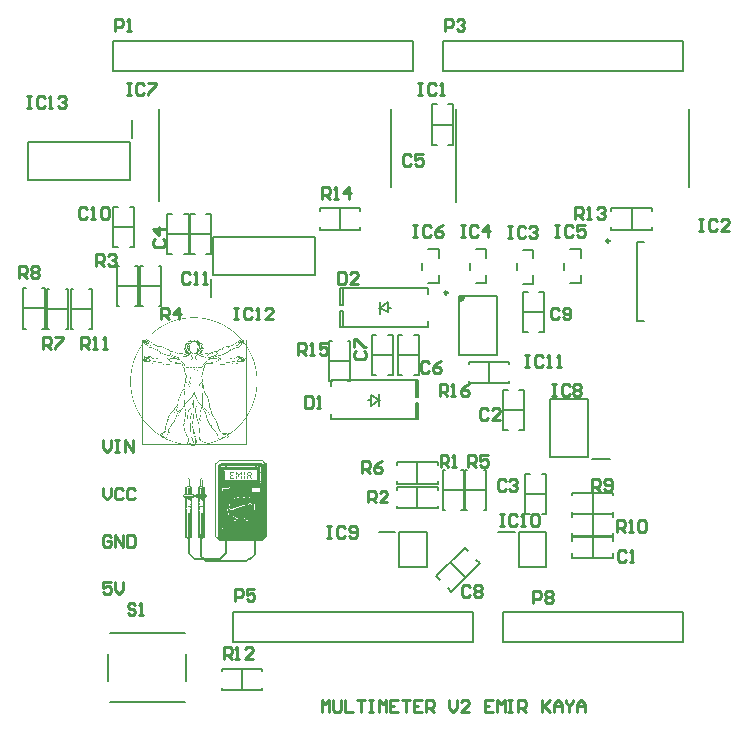
<source format=gto>
G04*
G04 #@! TF.GenerationSoftware,Altium Limited,Altium Designer,21.4.1 (30)*
G04*
G04 Layer_Color=65535*
%FSLAX25Y25*%
%MOIN*%
G70*
G04*
G04 #@! TF.SameCoordinates,C77C1ACD-4D57-4A05-B96A-415324BACB4A*
G04*
G04*
G04 #@! TF.FilePolarity,Positive*
G04*
G01*
G75*
%ADD10C,0.00984*%
%ADD11C,0.00787*%
%ADD12C,0.00591*%
%ADD13C,0.01000*%
G36*
X153150Y146850D02*
X151969Y145669D01*
X151181D01*
Y147638D01*
X153150D01*
Y146850D01*
D02*
G37*
G36*
X63571Y140410D02*
X64084D01*
Y140384D01*
X64443D01*
Y140358D01*
X64750D01*
Y140333D01*
X65007D01*
Y140307D01*
X65212D01*
Y140281D01*
X65443D01*
Y140256D01*
X65622D01*
Y140230D01*
X65801D01*
Y140205D01*
X65981D01*
Y140179D01*
X66135D01*
Y140153D01*
X66288D01*
Y140128D01*
X66442D01*
Y140102D01*
X66596D01*
Y140076D01*
X66724D01*
Y140051D01*
X66852D01*
Y140025D01*
X66980D01*
Y140000D01*
X67109D01*
Y139974D01*
X67211D01*
Y139948D01*
X67339D01*
Y139923D01*
X67442D01*
Y139897D01*
X67570D01*
Y139871D01*
X67672D01*
Y139846D01*
X67775D01*
Y139820D01*
X67878D01*
Y139795D01*
X67980D01*
Y139769D01*
X68083D01*
Y139743D01*
X68185D01*
Y139718D01*
X68262D01*
Y139692D01*
X68365D01*
Y139666D01*
X68467D01*
Y139641D01*
X68544D01*
Y139615D01*
X68646D01*
Y139590D01*
X68723D01*
Y139564D01*
X68800D01*
Y139538D01*
X68903D01*
Y139513D01*
X68980D01*
Y139487D01*
X69057D01*
Y139461D01*
X69133D01*
Y139436D01*
X69210D01*
Y139410D01*
X69313D01*
Y139384D01*
X69390D01*
Y139359D01*
X69467D01*
Y139333D01*
X69544D01*
Y139307D01*
X69595D01*
Y139282D01*
X69672D01*
Y139256D01*
X69749D01*
Y139231D01*
X69826D01*
Y139205D01*
X69902D01*
Y139179D01*
X69979D01*
Y139154D01*
X70031D01*
Y139128D01*
X70107D01*
Y139102D01*
X70184D01*
Y139077D01*
X70236D01*
Y139051D01*
X70312D01*
Y139026D01*
X70389D01*
Y139000D01*
X70441D01*
Y138974D01*
X70518D01*
Y138949D01*
X70569D01*
Y138923D01*
X70620D01*
Y138897D01*
X70697D01*
Y138872D01*
X70748D01*
Y138846D01*
X70825D01*
Y138821D01*
X70876D01*
Y138795D01*
X70953D01*
Y138769D01*
X71004D01*
Y138744D01*
X71056D01*
Y138718D01*
X71133D01*
Y138692D01*
X71184D01*
Y138667D01*
X71235D01*
Y138641D01*
X71286D01*
Y138616D01*
X71363D01*
Y138590D01*
X71415D01*
Y138564D01*
X71466D01*
Y138539D01*
X71517D01*
Y138513D01*
X71568D01*
Y138487D01*
X71645D01*
Y138462D01*
X71697D01*
Y138436D01*
X71748D01*
Y138410D01*
X71799D01*
Y138385D01*
X71850D01*
Y138359D01*
X71902D01*
Y138333D01*
X71953D01*
Y138308D01*
X72004D01*
Y138282D01*
X72055D01*
Y138257D01*
X72107D01*
Y138231D01*
X72158D01*
Y138205D01*
X72209D01*
Y138180D01*
X72260D01*
Y138154D01*
X72312D01*
Y138128D01*
X72363D01*
Y138103D01*
X72414D01*
Y138077D01*
X72465D01*
Y138052D01*
X72517D01*
Y138026D01*
X72568D01*
Y138000D01*
X72619D01*
Y137975D01*
X72671D01*
Y137949D01*
X72722D01*
Y137923D01*
X72747D01*
Y137898D01*
X72799D01*
Y137872D01*
X72850D01*
Y137847D01*
X72901D01*
Y137821D01*
X72953D01*
Y137795D01*
X72978D01*
Y137770D01*
X73029D01*
Y137744D01*
X73081D01*
Y137718D01*
X73132D01*
Y137693D01*
X73158D01*
Y137667D01*
X73209D01*
Y137642D01*
X73260D01*
Y137616D01*
X73311D01*
Y137590D01*
X73337D01*
Y137565D01*
X73388D01*
Y137539D01*
X73440D01*
Y137513D01*
X73491D01*
Y137488D01*
X73516D01*
Y137462D01*
X73568D01*
Y137436D01*
X73593D01*
Y137411D01*
X73645D01*
Y137385D01*
X73696D01*
Y137359D01*
X73747D01*
Y137334D01*
X73773D01*
Y137308D01*
X73824D01*
Y137283D01*
X73850D01*
Y137257D01*
X73901D01*
Y137231D01*
X73952D01*
Y137206D01*
X73978D01*
Y137180D01*
X74029D01*
Y137154D01*
X74055D01*
Y137129D01*
X74106D01*
Y137103D01*
X74132D01*
Y137078D01*
X74183D01*
Y137052D01*
X74234D01*
Y137026D01*
X74260D01*
Y137001D01*
X74285D01*
Y136975D01*
X74337D01*
Y136949D01*
X74388D01*
Y136924D01*
X74414D01*
Y136898D01*
X74465D01*
Y136872D01*
X74490D01*
Y136847D01*
X74542D01*
Y136821D01*
X74567D01*
Y136796D01*
X74619D01*
Y136770D01*
X74644D01*
Y136744D01*
X74670D01*
Y136719D01*
X74721D01*
Y136693D01*
X74747D01*
Y136668D01*
X74798D01*
Y136642D01*
X74824D01*
Y136616D01*
X74875D01*
Y136591D01*
X74901D01*
Y136565D01*
X74926D01*
Y136539D01*
X74977D01*
Y136514D01*
X75003D01*
Y136488D01*
X75054D01*
Y136462D01*
X75080D01*
Y136437D01*
X75106D01*
Y136411D01*
X75157D01*
Y136386D01*
X75182D01*
Y136360D01*
X75208D01*
Y136334D01*
X75259D01*
Y136309D01*
X75285D01*
Y136283D01*
X75336D01*
Y136257D01*
X75362D01*
Y136232D01*
X75388D01*
Y136206D01*
X75439D01*
Y136180D01*
X75464D01*
Y136155D01*
X75490D01*
Y136129D01*
X75541D01*
Y136104D01*
X75567D01*
Y136078D01*
X75593D01*
Y136052D01*
X75618D01*
Y136027D01*
X75669D01*
Y136001D01*
X75695D01*
Y135975D01*
X75721D01*
Y135950D01*
X75772D01*
Y135924D01*
X75798D01*
Y135898D01*
X75823D01*
Y135873D01*
X75849D01*
Y135847D01*
X75900D01*
Y135822D01*
X75926D01*
Y135796D01*
X75951D01*
Y135770D01*
X75977D01*
Y135745D01*
X76003D01*
Y135719D01*
X76054D01*
Y135694D01*
X76080D01*
Y135668D01*
X76105D01*
Y135642D01*
X76131D01*
Y135617D01*
X76182D01*
Y135591D01*
X76208D01*
Y135565D01*
X76233D01*
Y135540D01*
X76259D01*
Y135514D01*
X76285D01*
Y135488D01*
X76336D01*
Y135463D01*
X76362D01*
Y135437D01*
X76387D01*
Y135412D01*
X76413D01*
Y135386D01*
X76438D01*
Y135360D01*
X76490D01*
Y135335D01*
X76515D01*
Y135309D01*
X76541D01*
Y135283D01*
X76567D01*
Y135258D01*
X76592D01*
Y135232D01*
X76618D01*
Y135206D01*
X76644D01*
Y135181D01*
X76695D01*
Y135155D01*
X76720D01*
Y135130D01*
X76746D01*
Y135104D01*
X76772D01*
Y135078D01*
X76797D01*
Y135053D01*
X76823D01*
Y135027D01*
X76849D01*
Y135001D01*
X76874D01*
Y134976D01*
X76925D01*
Y134950D01*
X76951D01*
Y134924D01*
X76977D01*
Y134899D01*
X77002D01*
Y134873D01*
X77028D01*
Y134848D01*
X77054D01*
Y134822D01*
X77079D01*
Y134796D01*
X77105D01*
Y134771D01*
X77131D01*
Y134745D01*
X77156D01*
Y134720D01*
X77182D01*
Y134694D01*
X77207D01*
Y134668D01*
X77233D01*
Y134643D01*
X77259D01*
Y134617D01*
X77310D01*
Y134591D01*
X77336D01*
Y134566D01*
X77361D01*
Y134540D01*
X77387D01*
Y134514D01*
X77412D01*
Y134489D01*
X77438D01*
Y134463D01*
X77464D01*
Y134438D01*
X77489D01*
Y134412D01*
X77515D01*
Y134386D01*
X77541D01*
Y134361D01*
X77566D01*
Y134335D01*
X77592D01*
Y134309D01*
X77618D01*
Y134284D01*
X77643D01*
Y134258D01*
X77669D01*
Y134232D01*
X77694D01*
Y134207D01*
X77720D01*
Y134181D01*
X77746D01*
Y134156D01*
X77771D01*
Y134130D01*
X77797D01*
Y134104D01*
X77823D01*
Y134079D01*
X77848D01*
Y134053D01*
X77874D01*
Y134027D01*
X77899D01*
Y134002D01*
X77925D01*
Y133976D01*
X77951D01*
Y133950D01*
X77976D01*
Y133925D01*
X78002D01*
Y133899D01*
X78028D01*
Y133874D01*
X78053D01*
Y133848D01*
X78079D01*
Y133797D01*
X78105D01*
Y133771D01*
X78130D01*
Y133746D01*
X78156D01*
Y133720D01*
X78181D01*
Y133694D01*
X78207D01*
Y133669D01*
X78233D01*
Y133643D01*
X78258D01*
Y133617D01*
X78284D01*
Y133592D01*
X78310D01*
Y133566D01*
X78335D01*
Y133540D01*
X78361D01*
Y133515D01*
X78386D01*
Y133464D01*
X78412D01*
Y133438D01*
X78438D01*
Y133412D01*
X78463D01*
Y133387D01*
X78489D01*
Y133361D01*
X78515D01*
Y133335D01*
X78540D01*
Y133310D01*
X78566D01*
Y133284D01*
X78592D01*
Y133233D01*
X78617D01*
Y133207D01*
X78643D01*
Y133182D01*
X78668D01*
Y133156D01*
X78694D01*
Y133130D01*
X78720D01*
Y133105D01*
X78745D01*
Y133079D01*
X78771D01*
Y133028D01*
X78822D01*
Y133053D01*
X79002D01*
Y133028D01*
X79053D01*
Y133002D01*
X79104D01*
Y133028D01*
X79181D01*
Y133053D01*
X79437D01*
Y133028D01*
X79489D01*
Y133002D01*
X79540D01*
Y132976D01*
X79566D01*
Y132951D01*
X80334D01*
Y130977D01*
X80360D01*
Y130926D01*
X80386D01*
Y130900D01*
X80411D01*
Y130849D01*
X80437D01*
Y130824D01*
X80463D01*
Y130772D01*
X80488D01*
Y130747D01*
X80514D01*
Y130695D01*
X80540D01*
Y130670D01*
X80565D01*
Y130618D01*
X80591D01*
Y130567D01*
X80616D01*
Y130542D01*
X80642D01*
Y130490D01*
X80668D01*
Y130465D01*
X80693D01*
Y130413D01*
X80719D01*
Y130362D01*
X80744D01*
Y130336D01*
X80770D01*
Y130285D01*
X80796D01*
Y130260D01*
X80821D01*
Y130208D01*
X80847D01*
Y130157D01*
X80873D01*
Y130131D01*
X80898D01*
Y130080D01*
X80924D01*
Y130029D01*
X80950D01*
Y130003D01*
X80975D01*
Y129952D01*
X81001D01*
Y129901D01*
X81027D01*
Y129850D01*
X81052D01*
Y129824D01*
X81078D01*
Y129773D01*
X81103D01*
Y129721D01*
X81129D01*
Y129696D01*
X81155D01*
Y129644D01*
X81180D01*
Y129593D01*
X81206D01*
Y129542D01*
X81231D01*
Y129491D01*
X81257D01*
Y129439D01*
X81283D01*
Y129414D01*
X81308D01*
Y129362D01*
X81334D01*
Y129311D01*
X81360D01*
Y129260D01*
X81385D01*
Y129209D01*
X81411D01*
Y129157D01*
X81437D01*
Y129132D01*
X81462D01*
Y129080D01*
X81488D01*
Y129029D01*
X81514D01*
Y128978D01*
X81539D01*
Y128927D01*
X81565D01*
Y128876D01*
X81590D01*
Y128824D01*
X81616D01*
Y128773D01*
X81642D01*
Y128722D01*
X81667D01*
Y128670D01*
X81693D01*
Y128619D01*
X81718D01*
Y128568D01*
X81744D01*
Y128517D01*
X81770D01*
Y128465D01*
X81795D01*
Y128414D01*
X81821D01*
Y128363D01*
X81847D01*
Y128312D01*
X81872D01*
Y128260D01*
X81898D01*
Y128183D01*
X81924D01*
Y128132D01*
X81949D01*
Y128081D01*
X81975D01*
Y128030D01*
X82000D01*
Y127978D01*
X82026D01*
Y127927D01*
X82052D01*
Y127850D01*
X82077D01*
Y127799D01*
X82103D01*
Y127748D01*
X82129D01*
Y127696D01*
X82154D01*
Y127620D01*
X82180D01*
Y127568D01*
X82205D01*
Y127517D01*
X82231D01*
Y127440D01*
X82257D01*
Y127389D01*
X82282D01*
Y127338D01*
X82308D01*
Y127261D01*
X82334D01*
Y127209D01*
X82359D01*
Y127132D01*
X82385D01*
Y127081D01*
X82411D01*
Y127004D01*
X82436D01*
Y126953D01*
X82462D01*
Y126876D01*
X82487D01*
Y126799D01*
X82513D01*
Y126748D01*
X82539D01*
Y126671D01*
X82564D01*
Y126620D01*
X82590D01*
Y126543D01*
X82616D01*
Y126466D01*
X82641D01*
Y126415D01*
X82667D01*
Y126338D01*
X82692D01*
Y126261D01*
X82718D01*
Y126184D01*
X82744D01*
Y126107D01*
X82769D01*
Y126030D01*
X82795D01*
Y125953D01*
X82821D01*
Y125877D01*
X82846D01*
Y125800D01*
X82872D01*
Y125723D01*
X82898D01*
Y125646D01*
X82923D01*
Y125569D01*
X82949D01*
Y125492D01*
X82974D01*
Y125415D01*
X83000D01*
Y125313D01*
X83026D01*
Y125236D01*
X83051D01*
Y125133D01*
X83077D01*
Y125056D01*
X83103D01*
Y124979D01*
X83128D01*
Y124877D01*
X83154D01*
Y124775D01*
X83179D01*
Y124698D01*
X83205D01*
Y124595D01*
X83231D01*
Y124493D01*
X83256D01*
Y124390D01*
X83282D01*
Y124287D01*
X83308D01*
Y124185D01*
X83333D01*
Y124082D01*
X83359D01*
Y123980D01*
X83385D01*
Y123852D01*
X83410D01*
Y123749D01*
X83436D01*
Y123621D01*
X83461D01*
Y123519D01*
X83487D01*
Y123390D01*
X83513D01*
Y123262D01*
X83538D01*
Y123108D01*
X83564D01*
Y122980D01*
X83590D01*
Y122852D01*
X83615D01*
Y122698D01*
X83641D01*
Y122519D01*
X83666D01*
Y122365D01*
X83692D01*
Y122186D01*
X83718D01*
Y122006D01*
X83743D01*
Y121827D01*
X83769D01*
Y121596D01*
X83795D01*
Y121391D01*
X83820D01*
Y121109D01*
X83846D01*
Y120827D01*
X83872D01*
Y120443D01*
X83897D01*
Y119956D01*
X83923D01*
Y118238D01*
X83897D01*
Y117726D01*
X83872D01*
Y117367D01*
X83846D01*
Y117085D01*
X83820D01*
Y116803D01*
X83795D01*
Y116598D01*
X83769D01*
Y116367D01*
X83743D01*
Y116188D01*
X83718D01*
Y115983D01*
X83692D01*
Y115803D01*
X83666D01*
Y115650D01*
X83641D01*
Y115496D01*
X83615D01*
Y115342D01*
X83590D01*
Y115214D01*
X83564D01*
Y115086D01*
X83538D01*
Y114932D01*
X83513D01*
Y114804D01*
X83487D01*
Y114676D01*
X83461D01*
Y114573D01*
X83436D01*
Y114445D01*
X83410D01*
Y114317D01*
X83385D01*
Y114214D01*
X83359D01*
Y114112D01*
X83333D01*
Y114009D01*
X83308D01*
Y113907D01*
X83282D01*
Y113804D01*
X83256D01*
Y113702D01*
X83231D01*
Y113599D01*
X83205D01*
Y113497D01*
X83179D01*
Y113420D01*
X83154D01*
Y113317D01*
X83128D01*
Y113215D01*
X83103D01*
Y113138D01*
X83077D01*
Y113035D01*
X83051D01*
Y112958D01*
X83026D01*
Y112881D01*
X83000D01*
Y112779D01*
X82974D01*
Y112702D01*
X82949D01*
Y112625D01*
X82923D01*
Y112548D01*
X82898D01*
Y112471D01*
X82872D01*
Y112394D01*
X82846D01*
Y112318D01*
X82821D01*
Y112241D01*
X82795D01*
Y112164D01*
X82769D01*
Y112087D01*
X82744D01*
Y112010D01*
X82718D01*
Y111933D01*
X82692D01*
Y111856D01*
X82667D01*
Y111779D01*
X82641D01*
Y111728D01*
X82616D01*
Y111651D01*
X82590D01*
Y111574D01*
X82564D01*
Y111523D01*
X82539D01*
Y111446D01*
X82513D01*
Y111369D01*
X82487D01*
Y111318D01*
X82462D01*
Y111241D01*
X82436D01*
Y111190D01*
X82411D01*
Y111113D01*
X82385D01*
Y111062D01*
X82359D01*
Y110985D01*
X82334D01*
Y110933D01*
X82308D01*
Y110856D01*
X82282D01*
Y110805D01*
X82257D01*
Y110754D01*
X82231D01*
Y110677D01*
X82205D01*
Y110626D01*
X82180D01*
Y110575D01*
X82154D01*
Y110498D01*
X82129D01*
Y110446D01*
X82103D01*
Y110395D01*
X82077D01*
Y110318D01*
X82052D01*
Y110267D01*
X82026D01*
Y110216D01*
X82000D01*
Y110164D01*
X81975D01*
Y110113D01*
X81949D01*
Y110062D01*
X81924D01*
Y109985D01*
X81898D01*
Y109934D01*
X81872D01*
Y109882D01*
X81847D01*
Y109831D01*
X81821D01*
Y109780D01*
X81795D01*
Y109729D01*
X81770D01*
Y109677D01*
X81744D01*
Y109626D01*
X81718D01*
Y109575D01*
X81693D01*
Y109524D01*
X81667D01*
Y109472D01*
X81642D01*
Y109421D01*
X81616D01*
Y109370D01*
X81590D01*
Y109319D01*
X81565D01*
Y109267D01*
X81539D01*
Y109216D01*
X81514D01*
Y109165D01*
X81488D01*
Y109114D01*
X81462D01*
Y109062D01*
X81437D01*
Y109011D01*
X81411D01*
Y108960D01*
X81385D01*
Y108934D01*
X81360D01*
Y108883D01*
X81334D01*
Y108832D01*
X81308D01*
Y108780D01*
X81283D01*
Y108729D01*
X81257D01*
Y108703D01*
X81231D01*
Y108652D01*
X81206D01*
Y108601D01*
X81180D01*
Y108550D01*
X81155D01*
Y108498D01*
X81129D01*
Y108473D01*
X81103D01*
Y108422D01*
X81078D01*
Y108370D01*
X81052D01*
Y108319D01*
X81027D01*
Y108293D01*
X81001D01*
Y108242D01*
X80975D01*
Y108191D01*
X80950D01*
Y108165D01*
X80924D01*
Y108114D01*
X80898D01*
Y108063D01*
X80873D01*
Y108037D01*
X80847D01*
Y107986D01*
X80821D01*
Y107934D01*
X80796D01*
Y107909D01*
X80770D01*
Y107858D01*
X80744D01*
Y107806D01*
X80719D01*
Y107781D01*
X80693D01*
Y107729D01*
X80668D01*
Y107704D01*
X80642D01*
Y107653D01*
X80616D01*
Y107601D01*
X80591D01*
Y107576D01*
X80565D01*
Y107524D01*
X80540D01*
Y107499D01*
X80514D01*
Y107448D01*
X80488D01*
Y107422D01*
X80463D01*
Y107371D01*
X80437D01*
Y107345D01*
X80411D01*
Y107294D01*
X80386D01*
Y107268D01*
X80360D01*
Y107217D01*
X80334D01*
Y97887D01*
X65109D01*
Y97861D01*
X64879D01*
Y97836D01*
X64597D01*
Y97810D01*
X64289D01*
Y97784D01*
X63879D01*
Y97759D01*
X63238D01*
Y97733D01*
X63187D01*
Y97707D01*
X63110D01*
Y97682D01*
X62956D01*
Y97707D01*
X62879D01*
Y97733D01*
X62572D01*
Y97707D01*
X62495D01*
Y97682D01*
X62418D01*
Y97656D01*
X62008D01*
Y97682D01*
X61905D01*
Y97707D01*
X61828D01*
Y97733D01*
X61752D01*
Y97759D01*
X61623D01*
Y97784D01*
X61239D01*
Y97810D01*
X61008D01*
Y97836D01*
X60726D01*
Y97861D01*
X60470D01*
Y97887D01*
X45552D01*
Y106653D01*
X45527D01*
Y106679D01*
X45501D01*
Y106730D01*
X45476D01*
Y106755D01*
X45450D01*
Y106807D01*
X45424D01*
Y106832D01*
X45399D01*
Y106884D01*
X45373D01*
Y106909D01*
X45347D01*
Y106960D01*
X45322D01*
Y106986D01*
X45296D01*
Y107012D01*
X45270D01*
Y107063D01*
X45245D01*
Y107089D01*
X45219D01*
Y107140D01*
X45194D01*
Y107166D01*
X45168D01*
Y107217D01*
X45142D01*
Y107243D01*
X45117D01*
Y107294D01*
X45091D01*
Y107319D01*
X45065D01*
Y107371D01*
X45040D01*
Y107396D01*
X45014D01*
Y107448D01*
X44989D01*
Y107499D01*
X44963D01*
Y107524D01*
X44937D01*
Y107576D01*
X44912D01*
Y107601D01*
X44886D01*
Y107653D01*
X44860D01*
Y107678D01*
X44835D01*
Y107729D01*
X44809D01*
Y107781D01*
X44783D01*
Y107806D01*
X44758D01*
Y107858D01*
X44732D01*
Y107883D01*
X44707D01*
Y107934D01*
X44681D01*
Y107986D01*
X44655D01*
Y108011D01*
X44630D01*
Y108063D01*
X44604D01*
Y108114D01*
X44578D01*
Y108140D01*
X44553D01*
Y108191D01*
X44527D01*
Y108242D01*
X44502D01*
Y108268D01*
X44476D01*
Y108319D01*
X44450D01*
Y108370D01*
X44425D01*
Y108422D01*
X44399D01*
Y108447D01*
X44373D01*
Y108498D01*
X44348D01*
Y108550D01*
X44322D01*
Y108601D01*
X44297D01*
Y108627D01*
X44271D01*
Y108678D01*
X44245D01*
Y108729D01*
X44220D01*
Y108780D01*
X44194D01*
Y108832D01*
X44168D01*
Y108857D01*
X44143D01*
Y108908D01*
X44117D01*
Y108960D01*
X44091D01*
Y109011D01*
X44066D01*
Y109062D01*
X44040D01*
Y109114D01*
X44014D01*
Y109165D01*
X43989D01*
Y109216D01*
X43963D01*
Y109267D01*
X43938D01*
Y109319D01*
X43912D01*
Y109344D01*
X43886D01*
Y109396D01*
X43861D01*
Y109447D01*
X43835D01*
Y109498D01*
X43810D01*
Y109575D01*
X43784D01*
Y109626D01*
X43758D01*
Y109677D01*
X43733D01*
Y109729D01*
X43707D01*
Y109780D01*
X43681D01*
Y109831D01*
X43656D01*
Y109882D01*
X43630D01*
Y109934D01*
X43604D01*
Y109985D01*
X43579D01*
Y110036D01*
X43553D01*
Y110088D01*
X43527D01*
Y110164D01*
X43502D01*
Y110216D01*
X43476D01*
Y110267D01*
X43451D01*
Y110318D01*
X43425D01*
Y110370D01*
X43399D01*
Y110446D01*
X43374D01*
Y110498D01*
X43348D01*
Y110549D01*
X43323D01*
Y110626D01*
X43297D01*
Y110677D01*
X43271D01*
Y110728D01*
X43246D01*
Y110780D01*
X43220D01*
Y110856D01*
X43194D01*
Y110908D01*
X43169D01*
Y110985D01*
X43143D01*
Y111036D01*
X43117D01*
Y111113D01*
X43092D01*
Y111164D01*
X43066D01*
Y111241D01*
X43040D01*
Y111292D01*
X43015D01*
Y111369D01*
X42989D01*
Y111446D01*
X42964D01*
Y111497D01*
X42938D01*
Y111574D01*
X42912D01*
Y111651D01*
X42887D01*
Y111702D01*
X42861D01*
Y111779D01*
X42836D01*
Y111856D01*
X42810D01*
Y111933D01*
X42784D01*
Y111984D01*
X42759D01*
Y112061D01*
X42733D01*
Y112138D01*
X42707D01*
Y112215D01*
X42682D01*
Y112292D01*
X42656D01*
Y112369D01*
X42630D01*
Y112446D01*
X42605D01*
Y112523D01*
X42579D01*
Y112600D01*
X42553D01*
Y112702D01*
X42528D01*
Y112779D01*
X42502D01*
Y112856D01*
X42477D01*
Y112958D01*
X42451D01*
Y113035D01*
X42425D01*
Y113112D01*
X42400D01*
Y113215D01*
X42374D01*
Y113292D01*
X42349D01*
Y113394D01*
X42323D01*
Y113497D01*
X42297D01*
Y113574D01*
X42272D01*
Y113676D01*
X42246D01*
Y113778D01*
X42220D01*
Y113881D01*
X42195D01*
Y113984D01*
X42169D01*
Y114086D01*
X42143D01*
Y114189D01*
X42118D01*
Y114317D01*
X42092D01*
Y114419D01*
X42066D01*
Y114548D01*
X42041D01*
Y114676D01*
X42015D01*
Y114778D01*
X41990D01*
Y114906D01*
X41964D01*
Y115060D01*
X41938D01*
Y115188D01*
X41913D01*
Y115316D01*
X41887D01*
Y115470D01*
X41862D01*
Y115624D01*
X41836D01*
Y115778D01*
X41810D01*
Y115957D01*
X41785D01*
Y116137D01*
X41759D01*
Y116342D01*
X41733D01*
Y116547D01*
X41708D01*
Y116777D01*
X41682D01*
Y117034D01*
X41656D01*
Y117316D01*
X41631D01*
Y117675D01*
X41605D01*
Y118136D01*
X41579D01*
Y120058D01*
X41605D01*
Y120520D01*
X41631D01*
Y120878D01*
X41656D01*
Y121160D01*
X41682D01*
Y121417D01*
X41708D01*
Y121647D01*
X41733D01*
Y121852D01*
X41759D01*
Y122032D01*
X41785D01*
Y122237D01*
X41810D01*
Y122391D01*
X41836D01*
Y122545D01*
X41862D01*
Y122724D01*
X41887D01*
Y122878D01*
X41913D01*
Y123006D01*
X41938D01*
Y123134D01*
X41964D01*
Y123262D01*
X41990D01*
Y123416D01*
X42015D01*
Y123519D01*
X42041D01*
Y123647D01*
X42066D01*
Y123775D01*
X42092D01*
Y123877D01*
X42118D01*
Y123980D01*
X42143D01*
Y124108D01*
X42169D01*
Y124211D01*
X42195D01*
Y124313D01*
X42220D01*
Y124416D01*
X42246D01*
Y124518D01*
X42272D01*
Y124595D01*
X42297D01*
Y124698D01*
X42323D01*
Y124800D01*
X42349D01*
Y124903D01*
X42374D01*
Y124979D01*
X42400D01*
Y125082D01*
X42425D01*
Y125159D01*
X42451D01*
Y125236D01*
X42477D01*
Y125338D01*
X42502D01*
Y125415D01*
X42528D01*
Y125492D01*
X42553D01*
Y125569D01*
X42579D01*
Y125672D01*
X42605D01*
Y125748D01*
X42630D01*
Y125825D01*
X42656D01*
Y125902D01*
X42682D01*
Y125979D01*
X42707D01*
Y126056D01*
X42733D01*
Y126133D01*
X42759D01*
Y126184D01*
X42784D01*
Y126261D01*
X42810D01*
Y126338D01*
X42836D01*
Y126415D01*
X42861D01*
Y126492D01*
X42887D01*
Y126543D01*
X42912D01*
Y126620D01*
X42938D01*
Y126697D01*
X42964D01*
Y126748D01*
X42989D01*
Y126825D01*
X43015D01*
Y126902D01*
X43040D01*
Y126953D01*
X43066D01*
Y127030D01*
X43092D01*
Y127081D01*
X43117D01*
Y127158D01*
X43143D01*
Y127209D01*
X43169D01*
Y127261D01*
X43194D01*
Y127338D01*
X43220D01*
Y127389D01*
X43246D01*
Y127466D01*
X43271D01*
Y127517D01*
X43297D01*
Y127568D01*
X43323D01*
Y127645D01*
X43348D01*
Y127696D01*
X43374D01*
Y127748D01*
X43399D01*
Y127825D01*
X43425D01*
Y127876D01*
X43451D01*
Y127927D01*
X43476D01*
Y127978D01*
X43502D01*
Y128030D01*
X43527D01*
Y128081D01*
X43553D01*
Y128158D01*
X43579D01*
Y128209D01*
X43604D01*
Y128260D01*
X43630D01*
Y128312D01*
X43656D01*
Y128363D01*
X43681D01*
Y128414D01*
X43707D01*
Y128465D01*
X43733D01*
Y128517D01*
X43758D01*
Y128568D01*
X43784D01*
Y128619D01*
X43810D01*
Y128670D01*
X43835D01*
Y128722D01*
X43861D01*
Y128773D01*
X43886D01*
Y128824D01*
X43912D01*
Y128876D01*
X43938D01*
Y128927D01*
X43963D01*
Y128978D01*
X43989D01*
Y129029D01*
X44014D01*
Y129080D01*
X44040D01*
Y129132D01*
X44066D01*
Y129183D01*
X44091D01*
Y129234D01*
X44117D01*
Y129286D01*
X44143D01*
Y129311D01*
X44168D01*
Y129362D01*
X44194D01*
Y129414D01*
X44220D01*
Y129465D01*
X44245D01*
Y129516D01*
X44271D01*
Y129542D01*
X44297D01*
Y129593D01*
X44322D01*
Y129644D01*
X44348D01*
Y129696D01*
X44373D01*
Y129747D01*
X44399D01*
Y129773D01*
X44425D01*
Y129824D01*
X44450D01*
Y129875D01*
X44476D01*
Y129901D01*
X44502D01*
Y129952D01*
X44527D01*
Y130003D01*
X44553D01*
Y130054D01*
X44578D01*
Y130080D01*
X44604D01*
Y130131D01*
X44630D01*
Y130183D01*
X44655D01*
Y130208D01*
X44681D01*
Y130260D01*
X44707D01*
Y130285D01*
X44732D01*
Y130336D01*
X44758D01*
Y130388D01*
X44783D01*
Y130413D01*
X44809D01*
Y130465D01*
X44835D01*
Y130516D01*
X44860D01*
Y130542D01*
X44886D01*
Y130593D01*
X44912D01*
Y130618D01*
X44937D01*
Y130670D01*
X44963D01*
Y130695D01*
X44989D01*
Y130747D01*
X45014D01*
Y130772D01*
X45040D01*
Y130824D01*
X45065D01*
Y130849D01*
X45091D01*
Y130900D01*
X45117D01*
Y130952D01*
X45142D01*
Y130977D01*
X45168D01*
Y131028D01*
X45194D01*
Y131054D01*
X45219D01*
Y131105D01*
X45245D01*
Y131131D01*
X45270D01*
Y131157D01*
X45296D01*
Y131208D01*
X45322D01*
Y131234D01*
X45347D01*
Y131285D01*
X45373D01*
Y131310D01*
X45399D01*
Y131362D01*
X45424D01*
Y131387D01*
X45450D01*
Y131439D01*
X45476D01*
Y131464D01*
X45501D01*
Y131490D01*
X45527D01*
Y131541D01*
X45552D01*
Y132951D01*
X45937D01*
Y132976D01*
X45963D01*
Y133002D01*
X45988D01*
Y133028D01*
X46039D01*
Y133053D01*
X46373D01*
Y133028D01*
X46475D01*
Y133053D01*
X46552D01*
Y133079D01*
X46603D01*
Y133053D01*
X46731D01*
Y133079D01*
X46757D01*
Y133105D01*
X46783D01*
Y133130D01*
X46808D01*
Y133156D01*
X46834D01*
Y133182D01*
X46860D01*
Y133207D01*
X46885D01*
Y133258D01*
X46911D01*
Y133284D01*
X46937D01*
Y133310D01*
X46962D01*
Y133335D01*
X46988D01*
Y133361D01*
X47013D01*
Y133387D01*
X47039D01*
Y133412D01*
X47065D01*
Y133464D01*
X47090D01*
Y133489D01*
X47116D01*
Y133515D01*
X47142D01*
Y133540D01*
X47167D01*
Y133566D01*
X47193D01*
Y133592D01*
X47218D01*
Y133617D01*
X47244D01*
Y133643D01*
X47270D01*
Y133669D01*
X47295D01*
Y133694D01*
X47321D01*
Y133720D01*
X47347D01*
Y133746D01*
X47372D01*
Y133797D01*
X47398D01*
Y133822D01*
X47423D01*
Y133848D01*
X47449D01*
Y133874D01*
X47475D01*
Y133899D01*
X47500D01*
Y133925D01*
X47526D01*
Y133950D01*
X47552D01*
Y133976D01*
X47577D01*
Y134002D01*
X47603D01*
Y134027D01*
X47629D01*
Y134053D01*
X47654D01*
Y134079D01*
X47680D01*
Y134104D01*
X47706D01*
Y134130D01*
X47731D01*
Y134156D01*
X47757D01*
Y134181D01*
X47782D01*
Y134207D01*
X47808D01*
Y134232D01*
X47834D01*
Y134258D01*
X47859D01*
Y134284D01*
X47885D01*
Y134309D01*
X47910D01*
Y134335D01*
X47936D01*
Y134361D01*
X47962D01*
Y134386D01*
X47987D01*
Y134412D01*
X48013D01*
Y134438D01*
X48039D01*
Y134463D01*
X48064D01*
Y134489D01*
X48090D01*
Y134514D01*
X48116D01*
Y134540D01*
X48141D01*
Y134566D01*
X48167D01*
Y134591D01*
X48193D01*
Y134617D01*
X48218D01*
Y134643D01*
X48269D01*
Y134694D01*
X48321D01*
Y134720D01*
X48346D01*
Y134745D01*
X48372D01*
Y134771D01*
X48397D01*
Y134796D01*
X48423D01*
Y134822D01*
X48449D01*
Y134848D01*
X48474D01*
Y134873D01*
X48500D01*
Y134899D01*
X48526D01*
Y134924D01*
X48551D01*
Y134950D01*
X48577D01*
Y134976D01*
X48628D01*
Y135001D01*
X48654D01*
Y135027D01*
X48680D01*
Y135053D01*
X48705D01*
Y135078D01*
X48731D01*
Y135104D01*
X48756D01*
Y135130D01*
X48782D01*
Y135155D01*
X48808D01*
Y135181D01*
X48833D01*
Y135206D01*
X48884D01*
Y135232D01*
X48910D01*
Y135258D01*
X48936D01*
Y135283D01*
X48961D01*
Y135309D01*
X48987D01*
Y135335D01*
X49013D01*
Y135360D01*
X49064D01*
Y135386D01*
X49090D01*
Y135412D01*
X49115D01*
Y135437D01*
X49141D01*
Y135463D01*
X49166D01*
Y135488D01*
X49192D01*
Y135514D01*
X49243D01*
Y135540D01*
X49269D01*
Y135565D01*
X49295D01*
Y135591D01*
X49320D01*
Y135617D01*
X49371D01*
Y135642D01*
X49397D01*
Y135668D01*
X49423D01*
Y135694D01*
X49448D01*
Y135719D01*
X49474D01*
Y135745D01*
X49525D01*
Y135770D01*
X49551D01*
Y135796D01*
X49577D01*
Y135822D01*
X49602D01*
Y135847D01*
X49653D01*
Y135873D01*
X49679D01*
Y135898D01*
X49705D01*
Y135924D01*
X49730D01*
Y135950D01*
X49782D01*
Y135975D01*
X49807D01*
Y136001D01*
X49833D01*
Y136027D01*
X49884D01*
Y136052D01*
X49910D01*
Y136078D01*
X49935D01*
Y136104D01*
X49961D01*
Y136129D01*
X50012D01*
Y136155D01*
X50038D01*
Y136180D01*
X50064D01*
Y136206D01*
X50115D01*
Y136232D01*
X50140D01*
Y136257D01*
X50166D01*
Y136283D01*
X50217D01*
Y136309D01*
X50243D01*
Y136334D01*
X50269D01*
Y136360D01*
X50320D01*
Y136386D01*
X50345D01*
Y136411D01*
X50397D01*
Y136437D01*
X50422D01*
Y136462D01*
X50448D01*
Y136488D01*
X50499D01*
Y136514D01*
X50525D01*
Y136539D01*
X50576D01*
Y136565D01*
X50602D01*
Y136591D01*
X50627D01*
Y136616D01*
X50679D01*
Y136642D01*
X50704D01*
Y136668D01*
X50756D01*
Y136693D01*
X50781D01*
Y136719D01*
X50832D01*
Y136744D01*
X50858D01*
Y136770D01*
X50884D01*
Y136796D01*
X50935D01*
Y136821D01*
X50961D01*
Y136847D01*
X51012D01*
Y136872D01*
X51038D01*
Y136898D01*
X51089D01*
Y136924D01*
X51114D01*
Y136949D01*
X51166D01*
Y136975D01*
X51191D01*
Y137001D01*
X51243D01*
Y137026D01*
X51268D01*
Y137052D01*
X51319D01*
Y137078D01*
X51371D01*
Y137103D01*
X51396D01*
Y137129D01*
X51448D01*
Y137154D01*
X51473D01*
Y137180D01*
X51525D01*
Y137206D01*
X51550D01*
Y137231D01*
X51601D01*
Y137257D01*
X51653D01*
Y137283D01*
X51678D01*
Y137308D01*
X51730D01*
Y137334D01*
X51755D01*
Y137359D01*
X51806D01*
Y137385D01*
X51858D01*
Y137411D01*
X51883D01*
Y137436D01*
X51935D01*
Y137462D01*
X51986D01*
Y137488D01*
X52012D01*
Y137513D01*
X52063D01*
Y137539D01*
X52114D01*
Y137565D01*
X52140D01*
Y137590D01*
X52191D01*
Y137616D01*
X52242D01*
Y137642D01*
X52293D01*
Y137667D01*
X52319D01*
Y137693D01*
X52370D01*
Y137718D01*
X52422D01*
Y137744D01*
X52473D01*
Y137770D01*
X52524D01*
Y137795D01*
X52550D01*
Y137821D01*
X52601D01*
Y137847D01*
X52652D01*
Y137872D01*
X52704D01*
Y137898D01*
X52755D01*
Y137923D01*
X52806D01*
Y137949D01*
X52832D01*
Y137975D01*
X52883D01*
Y138000D01*
X52934D01*
Y138026D01*
X52986D01*
Y138052D01*
X53037D01*
Y138077D01*
X53088D01*
Y138103D01*
X53139D01*
Y138128D01*
X53191D01*
Y138154D01*
X53242D01*
Y138180D01*
X53293D01*
Y138205D01*
X53344D01*
Y138231D01*
X53396D01*
Y138257D01*
X53447D01*
Y138282D01*
X53498D01*
Y138308D01*
X53549D01*
Y138333D01*
X53601D01*
Y138359D01*
X53652D01*
Y138385D01*
X53703D01*
Y138410D01*
X53755D01*
Y138436D01*
X53806D01*
Y138462D01*
X53857D01*
Y138487D01*
X53934D01*
Y138513D01*
X53985D01*
Y138539D01*
X54036D01*
Y138564D01*
X54088D01*
Y138590D01*
X54139D01*
Y138616D01*
X54216D01*
Y138641D01*
X54267D01*
Y138667D01*
X54318D01*
Y138692D01*
X54370D01*
Y138718D01*
X54447D01*
Y138744D01*
X54498D01*
Y138769D01*
X54549D01*
Y138795D01*
X54626D01*
Y138821D01*
X54677D01*
Y138846D01*
X54754D01*
Y138872D01*
X54805D01*
Y138897D01*
X54882D01*
Y138923D01*
X54934D01*
Y138949D01*
X54985D01*
Y138974D01*
X55062D01*
Y139000D01*
X55139D01*
Y139026D01*
X55190D01*
Y139051D01*
X55267D01*
Y139077D01*
X55318D01*
Y139102D01*
X55395D01*
Y139128D01*
X55472D01*
Y139154D01*
X55523D01*
Y139179D01*
X55600D01*
Y139205D01*
X55677D01*
Y139231D01*
X55754D01*
Y139256D01*
X55831D01*
Y139282D01*
X55882D01*
Y139307D01*
X55959D01*
Y139333D01*
X56036D01*
Y139359D01*
X56113D01*
Y139384D01*
X56190D01*
Y139410D01*
X56266D01*
Y139436D01*
X56369D01*
Y139461D01*
X56446D01*
Y139487D01*
X56523D01*
Y139513D01*
X56600D01*
Y139538D01*
X56702D01*
Y139564D01*
X56779D01*
Y139590D01*
X56856D01*
Y139615D01*
X56933D01*
Y139641D01*
X57035D01*
Y139666D01*
X57138D01*
Y139692D01*
X57215D01*
Y139718D01*
X57317D01*
Y139743D01*
X57420D01*
Y139769D01*
X57522D01*
Y139795D01*
X57625D01*
Y139820D01*
X57727D01*
Y139846D01*
X57830D01*
Y139871D01*
X57932D01*
Y139897D01*
X58035D01*
Y139923D01*
X58163D01*
Y139948D01*
X58291D01*
Y139974D01*
X58394D01*
Y140000D01*
X58522D01*
Y140025D01*
X58650D01*
Y140051D01*
X58778D01*
Y140076D01*
X58906D01*
Y140102D01*
X59060D01*
Y140128D01*
X59214D01*
Y140153D01*
X59368D01*
Y140179D01*
X59522D01*
Y140205D01*
X59701D01*
Y140230D01*
X59880D01*
Y140256D01*
X60060D01*
Y140281D01*
X60290D01*
Y140307D01*
X60496D01*
Y140333D01*
X60777D01*
Y140358D01*
X61059D01*
Y140384D01*
X61444D01*
Y140410D01*
X61957D01*
Y140435D01*
X63571D01*
Y140410D01*
D02*
G37*
G36*
X67416Y97836D02*
X67391D01*
Y97861D01*
X67416D01*
Y97836D01*
D02*
G37*
G36*
X67365Y97810D02*
X67339D01*
Y97836D01*
X67365D01*
Y97810D01*
D02*
G37*
G36*
X67339Y97784D02*
X67288D01*
Y97810D01*
X67339D01*
Y97784D01*
D02*
G37*
G36*
X67262Y97759D02*
X67237D01*
Y97784D01*
X67262D01*
Y97759D01*
D02*
G37*
G36*
X67211Y97733D02*
X67134D01*
Y97759D01*
X67211D01*
Y97733D01*
D02*
G37*
G36*
X67109Y97707D02*
X67032D01*
Y97733D01*
X67109D01*
Y97707D01*
D02*
G37*
G36*
X61111Y97759D02*
X61136D01*
Y97733D01*
X61162D01*
Y97707D01*
X61136D01*
Y97733D01*
X61111D01*
Y97759D01*
X61085D01*
Y97784D01*
X61111D01*
Y97759D01*
D02*
G37*
G36*
X66980Y97682D02*
X66878D01*
Y97707D01*
X66980D01*
Y97682D01*
D02*
G37*
G36*
X66827Y97656D02*
X66724D01*
Y97682D01*
X66827D01*
Y97656D01*
D02*
G37*
G36*
X66673Y97631D02*
X66570D01*
Y97656D01*
X66673D01*
Y97631D01*
D02*
G37*
G36*
X61598D02*
X61546D01*
Y97656D01*
X61598D01*
Y97631D01*
D02*
G37*
G36*
X61213Y97682D02*
X61264D01*
Y97656D01*
X61316D01*
Y97631D01*
X61264D01*
Y97656D01*
X61213D01*
Y97682D01*
X61188D01*
Y97707D01*
X61213D01*
Y97682D01*
D02*
G37*
G36*
X66519Y97605D02*
X66442D01*
Y97631D01*
X66519D01*
Y97605D01*
D02*
G37*
G36*
X61521D02*
X61341D01*
Y97631D01*
X61521D01*
Y97605D01*
D02*
G37*
G36*
X66391Y97579D02*
X66288D01*
Y97605D01*
X66391D01*
Y97579D01*
D02*
G37*
G36*
X61649Y97605D02*
X61675D01*
Y97579D01*
X61649D01*
Y97605D01*
X61623D01*
Y97631D01*
X61649D01*
Y97605D01*
D02*
G37*
G36*
X66237Y97554D02*
X66135D01*
Y97579D01*
X66237D01*
Y97554D01*
D02*
G37*
G36*
X61777D02*
X61700D01*
Y97579D01*
X61777D01*
Y97554D01*
D02*
G37*
G36*
X66058Y97528D02*
X65930D01*
Y97554D01*
X66058D01*
Y97528D01*
D02*
G37*
G36*
X65853Y97502D02*
X65673D01*
Y97528D01*
X65853D01*
Y97502D01*
D02*
G37*
G36*
X62751Y97528D02*
X62802D01*
Y97502D01*
X62751D01*
Y97528D01*
X62674D01*
Y97554D01*
X62751D01*
Y97528D01*
D02*
G37*
G36*
X62649Y97502D02*
X62623D01*
Y97528D01*
X62649D01*
Y97502D01*
D02*
G37*
G36*
X62264D02*
X62239D01*
Y97528D01*
X62264D01*
Y97502D01*
D02*
G37*
G36*
X61828Y97554D02*
X61854D01*
Y97528D01*
X61880D01*
Y97502D01*
X61854D01*
Y97528D01*
X61828D01*
Y97554D01*
X61803D01*
Y97579D01*
X61828D01*
Y97554D01*
D02*
G37*
G36*
X65571Y97477D02*
X65263D01*
Y97502D01*
X65571D01*
Y97477D01*
D02*
G37*
G36*
X62879D02*
X62828D01*
Y97502D01*
X62879D01*
Y97477D01*
D02*
G37*
G36*
X62597D02*
X62572D01*
Y97502D01*
X62597D01*
Y97477D01*
D02*
G37*
G36*
X62315D02*
X62290D01*
Y97502D01*
X62315D01*
Y97477D01*
D02*
G37*
G36*
X62213D02*
X62162D01*
Y97502D01*
X62213D01*
Y97477D01*
D02*
G37*
G36*
X61957D02*
X61905D01*
Y97502D01*
X61957D01*
Y97477D01*
D02*
G37*
G36*
X65084Y97451D02*
X63469D01*
Y97477D01*
X65084D01*
Y97451D01*
D02*
G37*
G36*
X63341D02*
X62905D01*
Y97477D01*
X63341D01*
Y97451D01*
D02*
G37*
G36*
X62546D02*
X62341D01*
Y97477D01*
X62546D01*
Y97451D01*
D02*
G37*
G36*
X62136D02*
X61982D01*
Y97477D01*
X62136D01*
Y97451D01*
D02*
G37*
G36*
X85950Y92910D02*
X85963Y92870D01*
X85972Y92756D01*
X85981Y92668D01*
X85990Y92597D01*
X86078Y92588D01*
X86228Y92580D01*
X86258Y92558D01*
X86272Y92518D01*
X86280Y92324D01*
X86320Y92311D01*
X86448Y92315D01*
X86452Y92311D01*
X86479Y92320D01*
X86549Y92311D01*
X86571Y92289D01*
X86580Y92227D01*
X86593Y92117D01*
X86615Y92060D01*
X86637Y92038D01*
X86787Y92029D01*
X86835Y92007D01*
X86853Y91945D01*
X86866Y91817D01*
X86884Y91791D01*
X86946Y91782D01*
X87060Y91773D01*
X87135Y91760D01*
X87161Y91742D01*
X87170Y91707D01*
X87179Y90905D01*
X87183Y87888D01*
X87179Y87698D01*
X87188Y87681D01*
X87179Y87654D01*
X87183Y87429D01*
X87179Y87399D01*
X87188Y87372D01*
X87183Y87297D01*
X87188Y87213D01*
X87179Y87187D01*
X87188Y87125D01*
X87183Y86698D01*
X87188Y86667D01*
X87179Y86641D01*
X87183Y85200D01*
X87179Y84896D01*
X87188Y84870D01*
X87179Y84782D01*
X87183Y84636D01*
X87179Y84561D01*
X87188Y84535D01*
X87179Y84473D01*
X87183Y84407D01*
X87179Y84332D01*
X87188Y84306D01*
X87179Y84147D01*
X87188Y84121D01*
X87179Y83980D01*
X87183Y82803D01*
X87179Y82323D01*
X87188Y82297D01*
X87183Y80645D01*
X87188Y80570D01*
X87179Y80543D01*
X87188Y80482D01*
X87179Y80420D01*
X87188Y80367D01*
X87179Y80341D01*
X87183Y80222D01*
X87179Y79398D01*
X87188Y79372D01*
X87179Y79257D01*
X87188Y79195D01*
X87179Y78922D01*
X87188Y78887D01*
X87179Y78825D01*
X87188Y78764D01*
X87183Y78565D01*
X87188Y78323D01*
X87179Y78297D01*
X87183Y78195D01*
X87179Y67203D01*
X87188Y67186D01*
X87166Y67155D01*
X86849Y67146D01*
X86835Y67133D01*
X86844Y67045D01*
X86849Y66917D01*
X86827Y66886D01*
X86642Y66877D01*
X86624Y66860D01*
X86615Y66728D01*
X86602Y66714D01*
X86558Y66697D01*
X86470Y66688D01*
X86452Y66679D01*
X86439Y66666D01*
X86443Y66485D01*
X86426Y66459D01*
X86223Y66468D01*
X86210Y66437D01*
X86219Y66410D01*
X86228Y66375D01*
X86232Y66203D01*
X86214Y66186D01*
X86179Y66177D01*
X85972Y66181D01*
X85945Y66172D01*
X85941Y66141D01*
X85945Y65882D01*
X85923Y65851D01*
X85249Y65855D01*
X85236Y65851D01*
X85210Y65860D01*
X84932Y65855D01*
X83553Y65860D01*
X83527Y65851D01*
X83487Y65855D01*
X83456Y65842D01*
X83452Y63344D01*
X83461Y63318D01*
X83452Y63256D01*
X83461Y62850D01*
X83452Y61229D01*
X83412Y61216D01*
X83342Y61225D01*
X83315Y61216D01*
X83254Y61207D01*
X83240Y61194D01*
X83232Y61159D01*
X83240Y61124D01*
X83232Y61071D01*
X83192Y61058D01*
X83130Y61066D01*
X83108Y61044D01*
X83100Y60912D01*
X83086Y60899D01*
X83051Y60890D01*
X82981Y60881D01*
X82906Y60842D01*
X82897Y60701D01*
X82884Y60687D01*
X82848Y60679D01*
X82791Y60683D01*
X82760Y60661D01*
X82752Y60564D01*
X82716Y60555D01*
X82655Y60546D01*
X82602Y60538D01*
X82588Y60524D01*
X82580Y60427D01*
X82553Y60383D01*
X82505Y60370D01*
X82443Y60379D01*
X82412Y60357D01*
X82403Y60322D01*
X82408Y60264D01*
X82399Y60229D01*
X82381Y60212D01*
X82315Y60198D01*
X82276Y60185D01*
X82240Y60176D01*
X82227Y60163D01*
X82218Y60128D01*
X82227Y60101D01*
X82214Y60044D01*
X82196Y60027D01*
X82152Y60009D01*
X82082Y60000D01*
X82069Y59987D01*
X82064Y59956D01*
X82069Y59890D01*
X82047Y59868D01*
X81976Y59859D01*
X81932Y59842D01*
X81870Y59833D01*
X81857Y59820D01*
X81866Y59731D01*
X81835Y59683D01*
X81800Y59674D01*
X81765Y59683D01*
X81703Y59674D01*
X81681Y59661D01*
X81672Y59626D01*
X81681Y59493D01*
X81668Y59480D01*
X81632Y59471D01*
X81597Y59480D01*
X81139Y59489D01*
X80787Y59480D01*
X80769Y59304D01*
X80751Y59260D01*
X80707Y59242D01*
X80646Y59251D01*
X80597Y59238D01*
X80580Y59203D01*
X80588Y59176D01*
X80580Y59062D01*
X80558Y59040D01*
X74420Y59035D01*
X71940Y59040D01*
X71914Y59031D01*
X71883Y59035D01*
X68169Y59031D01*
X68142Y59040D01*
X66940Y59035D01*
X66455Y59044D01*
X66411Y59088D01*
X66402Y59150D01*
X66394Y59203D01*
X66363Y59207D01*
X66301Y59172D01*
X66270Y59176D01*
X66252Y59238D01*
X66261Y59264D01*
X66252Y59361D01*
X66213Y59436D01*
X66178Y59427D01*
X66133Y59410D01*
X66081Y59419D01*
X66067Y59432D01*
X66059Y59493D01*
X66045Y59560D01*
X66037Y59577D01*
X65966Y59595D01*
X65940Y59586D01*
X65913Y59595D01*
X65896Y59604D01*
X65882Y59617D01*
X65860Y59674D01*
X65852Y59692D01*
X65816Y59701D01*
X65781Y59692D01*
X64464Y59696D01*
X63125Y59687D01*
X62807Y59679D01*
X62776Y59674D01*
X62754Y59687D01*
X62737Y59749D01*
X62728Y59864D01*
X62706Y59886D01*
X62605Y59872D01*
X62530Y59868D01*
X62508Y59890D01*
X62516Y60005D01*
X62494Y60027D01*
X62468Y60035D01*
X62406Y60009D01*
X62384Y60031D01*
X62375Y60145D01*
X62345Y60176D01*
X62265Y60194D01*
X62221Y60212D01*
X62204Y60220D01*
X62182Y60251D01*
X62169Y60264D01*
X62133Y60273D01*
X62089Y60282D01*
X62076Y60295D01*
X62085Y60330D01*
X62076Y60410D01*
X62036Y60449D01*
X62001Y60458D01*
X61966Y60449D01*
X61939Y60441D01*
X61917Y60445D01*
X61922Y60546D01*
X61904Y60582D01*
X61887Y60590D01*
X61843Y60608D01*
X61728Y60617D01*
X61724Y60639D01*
X61732Y60665D01*
X61724Y60718D01*
X61693Y60767D01*
X61675Y60776D01*
X61631Y60793D01*
X61578Y60802D01*
X61565Y60815D01*
X61591Y60877D01*
X61582Y60912D01*
X61525Y60969D01*
X61490Y60978D01*
X61455Y60969D01*
X61428Y60961D01*
X61402Y60969D01*
X61389Y61009D01*
X61375Y61075D01*
X61362Y61106D01*
X61323Y61128D01*
X61234Y61137D01*
X61221Y61150D01*
X61248Y61247D01*
X61234Y61278D01*
X61199Y61287D01*
X61076Y61295D01*
X61063Y61309D01*
X61054Y61370D01*
X61045Y61423D01*
X61023Y61445D01*
X60988Y61454D01*
X60926Y61463D01*
X60922Y61511D01*
X60931Y61538D01*
X60922Y61582D01*
X60882Y61630D01*
X60838Y61648D01*
X60776Y61639D01*
X60737Y61661D01*
X60728Y61696D01*
X60737Y61917D01*
X60728Y66542D01*
X60706Y66565D01*
X60424Y66573D01*
X60402Y66595D01*
X60393Y66824D01*
X60380Y66838D01*
X60256Y66829D01*
X60234Y66851D01*
X60226Y66886D01*
X60217Y67018D01*
X60204Y67032D01*
X60063Y67040D01*
X60027Y67049D01*
X59930Y67058D01*
X59917Y67071D01*
X59908Y67106D01*
X59917Y67379D01*
X59922Y68256D01*
X59917Y68331D01*
X59926Y68358D01*
X59917Y68525D01*
X59926Y69380D01*
X59922Y72204D01*
X59926Y72234D01*
X59917Y72261D01*
X59926Y72376D01*
X59917Y72754D01*
X59926Y73186D01*
X59917Y73433D01*
X59926Y73459D01*
X59930Y79817D01*
X59922Y80063D01*
X59913Y80213D01*
X59851Y80231D01*
X59825Y80222D01*
X59657Y80231D01*
X59631Y80222D01*
X59402Y80231D01*
X59389Y80244D01*
X59380Y80482D01*
X59340Y80495D01*
X59098Y80508D01*
X59071Y80526D01*
X59080Y81222D01*
X59093Y81235D01*
X59261Y81226D01*
X59375Y81235D01*
X59389Y81248D01*
X59397Y81460D01*
X59419Y81491D01*
X59772Y81499D01*
X59913Y81508D01*
X59926Y81548D01*
X59922Y83799D01*
X59939Y83817D01*
X60164Y83812D01*
X60195Y83826D01*
X60208Y83839D01*
X60190Y83900D01*
X60199Y83997D01*
X60239Y84011D01*
X60274Y84002D01*
X60340Y83997D01*
X60367Y84006D01*
X60375Y84042D01*
X60367Y84130D01*
X60362Y84213D01*
X60371Y84231D01*
X60543Y84235D01*
X60609Y84231D01*
X60635Y84240D01*
X60653Y84249D01*
X60666Y84262D01*
X60657Y84376D01*
X60666Y86606D01*
X60679Y86619D01*
X60838Y86628D01*
X60869Y86650D01*
X60878Y86694D01*
X60869Y86720D01*
X60878Y86844D01*
X61199Y86848D01*
X61221Y86826D01*
X61226Y86716D01*
X61221Y86676D01*
X61252Y86636D01*
X61314Y86628D01*
X61437Y86619D01*
X61450Y86606D01*
X61446Y86522D01*
X61455Y86231D01*
X61459Y86130D01*
X61450Y86103D01*
X61455Y84354D01*
X61450Y84262D01*
X61490Y84249D01*
X61693Y84240D01*
X61706Y84227D01*
X61715Y84191D01*
X61710Y84090D01*
X61719Y84046D01*
X61746Y84037D01*
X61851Y84028D01*
X61873Y84006D01*
X61891Y83962D01*
X61900Y83927D01*
X61891Y83892D01*
X61900Y83848D01*
X61939Y83834D01*
X62102Y83830D01*
X62160Y83834D01*
X62173Y83821D01*
X62182Y83786D01*
X62173Y83486D01*
X62182Y83460D01*
X62173Y83319D01*
X62169Y81543D01*
X62195Y81517D01*
X62671Y81508D01*
X62684Y81495D01*
X62702Y81425D01*
X62710Y81310D01*
X62724Y81253D01*
X62741Y81235D01*
X62953Y81226D01*
X62975Y81213D01*
X62984Y81195D01*
X63001Y81151D01*
X63010Y80905D01*
X63019Y80790D01*
X63028Y80711D01*
X63045Y80667D01*
X63032Y80601D01*
X63019Y80526D01*
X62979Y80513D01*
X62750Y80495D01*
X62732Y80486D01*
X62719Y80473D01*
X62715Y80433D01*
X62719Y80394D01*
X62710Y80367D01*
X62702Y80261D01*
X62688Y80239D01*
X62653Y80231D01*
X62538Y80222D01*
X62169Y80213D01*
X62155Y80200D01*
X62164Y80112D01*
X62173Y77283D01*
X62164Y77257D01*
X62173Y75794D01*
X62177Y72979D01*
X62173Y72825D01*
X62182Y72798D01*
X62173Y72675D01*
X62182Y72649D01*
X62173Y72481D01*
X62182Y72455D01*
X62173Y72393D01*
X62169Y69825D01*
X62173Y69353D01*
X62164Y69336D01*
X62173Y69309D01*
X62169Y69102D01*
X62173Y67080D01*
X62160Y67058D01*
X62089Y67040D01*
X61869Y67032D01*
X61856Y67018D01*
X61865Y66877D01*
X61843Y66846D01*
X61807Y66838D01*
X61680Y66842D01*
X61653Y66833D01*
X61635Y66772D01*
X61627Y66578D01*
X61613Y66565D01*
X61530Y66569D01*
X61464Y66565D01*
X61437Y66573D01*
X61397Y66542D01*
X61384Y66415D01*
X61380Y66375D01*
X61389Y66349D01*
X61393Y64009D01*
X61389Y62780D01*
Y62771D01*
X61397Y61828D01*
X61411Y61806D01*
X61472Y61815D01*
X61499Y61824D01*
X61547Y61784D01*
X61556Y61767D01*
X61578Y61745D01*
X61613Y61736D01*
X61693Y61701D01*
X61737Y61692D01*
X61750Y61679D01*
X61759Y61635D01*
X61750Y61608D01*
X61759Y61546D01*
X61798Y61533D01*
X61895Y61524D01*
X61917Y61511D01*
X61926Y61494D01*
X61944Y61476D01*
X61961Y61414D01*
X61970Y61361D01*
X61984Y61348D01*
X62133Y61339D01*
X62147Y61326D01*
X62142Y61234D01*
X62155Y61203D01*
X62221Y61199D01*
X62248Y61207D01*
X62287Y61185D01*
X62296Y61124D01*
X62292Y61040D01*
X62301Y61022D01*
X62336Y61013D01*
X62380Y61031D01*
X62424Y61022D01*
X62446Y61000D01*
X62455Y60965D01*
X62464Y60850D01*
X62486Y60828D01*
X62547Y60837D01*
X62574Y60828D01*
X62605Y60798D01*
X62613Y60780D01*
X62631Y60762D01*
X62640Y60683D01*
X62662Y60661D01*
X62697Y60652D01*
X62741Y60670D01*
X62781Y60674D01*
X62812Y60652D01*
X62825Y60612D01*
X62816Y60551D01*
X62807Y60533D01*
X62821Y60511D01*
X62856Y60502D01*
X62891Y60511D01*
X62953Y60502D01*
X62966Y60489D01*
X62975Y60454D01*
X62988Y60379D01*
X63006Y60361D01*
X63041Y60353D01*
X63155Y60361D01*
X63882Y60366D01*
X63984Y60361D01*
X64010Y60370D01*
X64217Y60366D01*
X64283Y60370D01*
X64310Y60361D01*
X65103Y60370D01*
X65116Y60383D01*
X65125Y60445D01*
X65116Y60524D01*
X65094Y60546D01*
X65014Y60538D01*
X64997Y60529D01*
X64948Y60568D01*
X64940Y60815D01*
X64931Y61300D01*
X64935Y62212D01*
X64931Y62269D01*
X64940Y62287D01*
X64931Y62313D01*
X64940Y62524D01*
X64931Y62551D01*
X64935Y66547D01*
X64918Y66565D01*
X64671Y66573D01*
X64658Y66587D01*
X64662Y66723D01*
X64658Y66745D01*
X64666Y66772D01*
X64658Y66807D01*
X64644Y66820D01*
X64495Y66829D01*
X64473Y66851D01*
X64464Y66886D01*
X64455Y67009D01*
X64433Y67032D01*
X64222Y67040D01*
X64195Y67032D01*
X64164Y67054D01*
X64155Y67089D01*
X64160Y72909D01*
X64155Y75019D01*
X64164Y75045D01*
X64169Y76918D01*
X64164Y77001D01*
X64173Y77028D01*
X64169Y77622D01*
X64173Y77645D01*
X64164Y77671D01*
X64173Y77759D01*
X64169Y78733D01*
X64173Y79918D01*
X64164Y79944D01*
X64169Y80204D01*
X64147Y80235D01*
X63887Y80248D01*
X63715Y80253D01*
X63684Y80248D01*
X63640Y80275D01*
X63631Y80460D01*
X63622Y80477D01*
X63605Y80486D01*
X63578Y80495D01*
X63437Y80504D01*
X63288Y80513D01*
X63274Y80552D01*
X63288Y80936D01*
X63296Y81217D01*
X63340Y81235D01*
X63596Y81244D01*
X63609Y81257D01*
X63618Y81345D01*
X63627Y81486D01*
X63640Y81499D01*
X64160Y81508D01*
X64173Y81548D01*
X64164Y81715D01*
X64173Y83812D01*
X64186Y83826D01*
X64222Y83834D01*
X64415Y83843D01*
X64424Y83878D01*
X64429Y83909D01*
X64420Y83936D01*
X64429Y83989D01*
X64442Y84002D01*
X64512Y83993D01*
X64539Y83984D01*
X64583Y83993D01*
X64596Y84006D01*
X64614Y84068D01*
X64622Y84218D01*
X64636Y84231D01*
X64856Y84240D01*
X64878Y84262D01*
X64887Y86597D01*
X64900Y86610D01*
X65014Y86619D01*
X65041Y86628D01*
X65098Y86650D01*
X65107Y86694D01*
X65098Y86720D01*
X65107Y86826D01*
X65120Y86848D01*
X65156Y86857D01*
X65437Y86848D01*
X65451Y86835D01*
X65464Y86663D01*
X65482Y86645D01*
X65614Y86636D01*
X65627Y86623D01*
X65636Y86588D01*
X65645Y86288D01*
X65653Y86253D01*
X65658Y86213D01*
X65653Y85813D01*
X65662Y85786D01*
X65671Y85495D01*
X65662Y85469D01*
X65671Y85196D01*
X65680Y84271D01*
X65702Y84249D01*
X65838Y84253D01*
X65874Y84244D01*
X65953Y84235D01*
X65970Y84218D01*
X65979Y84183D01*
X65988Y84042D01*
X66028Y83993D01*
X66089Y83984D01*
X66125Y83975D01*
X66147Y83953D01*
X66156Y83927D01*
X66147Y83900D01*
X66156Y83839D01*
X66195Y83826D01*
X66336Y83817D01*
X66376Y83795D01*
X66385Y83760D01*
X66389Y83385D01*
X66376Y83266D01*
X66385Y83178D01*
X66394Y81530D01*
X66407Y81508D01*
X66442Y81499D01*
X66935Y81491D01*
X66949Y81477D01*
X66957Y81389D01*
X66966Y81248D01*
X67006Y81235D01*
X67226Y81226D01*
X67266Y81195D01*
X67275Y81160D01*
X67270Y80786D01*
X67279Y80601D01*
X67283Y80561D01*
X67261Y80521D01*
X67226Y80513D01*
X67010Y80508D01*
X66979Y80513D01*
X66957Y80491D01*
X66949Y80350D01*
X66940Y80261D01*
X66926Y80248D01*
X66486Y80239D01*
X66460Y80231D01*
X66407Y80222D01*
X66385Y80200D01*
X66380Y77411D01*
X66389Y76891D01*
X66394Y76543D01*
X66385Y76517D01*
X66380Y74248D01*
X66385Y74235D01*
X66376Y74208D01*
X66385Y72041D01*
X66376Y72014D01*
X66385Y71988D01*
X66376Y71371D01*
X66385Y71336D01*
X66376Y71221D01*
X66380Y71076D01*
X66376Y71001D01*
X66385Y70974D01*
X66376Y70939D01*
X66380Y70459D01*
X66376Y68595D01*
X66385Y68569D01*
X66389Y67084D01*
X66371Y67067D01*
X66310Y67058D01*
X66142Y67049D01*
X66103Y67018D01*
X66094Y66877D01*
X66067Y66833D01*
X66054Y66820D01*
X65882Y66824D01*
X65865Y66816D01*
X65869Y66617D01*
X65852Y66591D01*
X65790Y66582D01*
X65627Y66587D01*
X65609Y66578D01*
X65605Y63481D01*
X65609Y62903D01*
X65601Y62877D01*
X65609Y62683D01*
X65614Y60784D01*
X65609Y60754D01*
X65636Y60709D01*
X65649Y60696D01*
X65843Y60687D01*
X65865Y60665D01*
X65874Y60604D01*
X65882Y60551D01*
X65904Y60529D01*
X65940Y60520D01*
X66037Y60511D01*
X66059Y60498D01*
X66067Y60463D01*
X66076Y60357D01*
X66107Y60344D01*
X66133Y60353D01*
X66169Y60361D01*
X68349Y60366D01*
X68407Y60361D01*
X68433Y60370D01*
X71204Y60366D01*
X71218Y60370D01*
X71244Y60361D01*
X71464Y60370D01*
X71478Y60410D01*
X71486Y60507D01*
X71544Y60511D01*
X71570Y60502D01*
X71632Y60511D01*
X71645Y60524D01*
X71654Y60683D01*
X71693Y60696D01*
X71729Y60687D01*
X71795Y60692D01*
X71861Y60687D01*
X71883Y60701D01*
X71874Y60780D01*
X71865Y60806D01*
X71874Y60833D01*
X71865Y60859D01*
X71878Y60890D01*
X71914Y60899D01*
X72046Y60908D01*
X72059Y60921D01*
X72068Y60956D01*
X72077Y61097D01*
X72116Y61110D01*
X72160Y61093D01*
X72196Y61084D01*
X72222Y61093D01*
X72235Y61106D01*
X72244Y61264D01*
X72359Y61273D01*
X72407Y61304D01*
X72425Y61322D01*
X72438Y61326D01*
X72456Y61388D01*
X72460Y61489D01*
X72486Y61498D01*
X72531Y61480D01*
X72566Y61489D01*
X72610Y61498D01*
X72632Y61520D01*
X72641Y61555D01*
X72654Y61692D01*
X72680Y61718D01*
X72848Y61727D01*
X72878Y61749D01*
X72887Y61890D01*
X72993Y61899D01*
X73028Y61925D01*
X73037Y61961D01*
X73046Y62075D01*
X73037Y62243D01*
X73028Y64683D01*
X73019Y64701D01*
X73028Y64727D01*
X73019Y64763D01*
X73011Y65838D01*
X72989Y65860D01*
X72848Y65851D01*
X71478Y65846D01*
X71156Y65851D01*
X71130Y65842D01*
X71103Y65851D01*
X71090Y65864D01*
X71099Y66137D01*
X71068Y66177D01*
X70953Y66186D01*
X70843Y66181D01*
X70817Y66199D01*
X70825Y66313D01*
X70817Y66340D01*
X70795Y66362D01*
X70759Y66371D01*
X70698Y66362D01*
X70684Y66375D01*
X70676Y66410D01*
X70667Y66542D01*
X70654Y66556D01*
X70473Y66569D01*
X70455Y66587D01*
X70460Y66653D01*
X70455Y66666D01*
X70464Y66692D01*
X70455Y66754D01*
X70464Y66780D01*
X70455Y66807D01*
X70447Y66824D01*
X70433Y66838D01*
X70204Y66846D01*
X70182Y66869D01*
X70174Y67124D01*
X70151Y67155D01*
X70063Y67164D01*
X70028Y67172D01*
X69870Y67181D01*
X69856Y67194D01*
X69865Y67362D01*
X69870Y70107D01*
X69865Y70173D01*
X69874Y70199D01*
X69865Y70578D01*
X69870Y74697D01*
X69865Y74755D01*
X69874Y74781D01*
X69865Y76966D01*
X69874Y76992D01*
X69865Y77028D01*
X69874Y77054D01*
X69870Y77825D01*
X69874Y77891D01*
X69865Y77918D01*
X69874Y78244D01*
X69865Y78543D01*
X69874Y78570D01*
X69870Y80239D01*
X69874Y80261D01*
X69865Y80288D01*
X69874Y80376D01*
X69865Y80402D01*
X69870Y82442D01*
X69865Y82447D01*
X69874Y82473D01*
X69870Y82530D01*
X69874Y82579D01*
X69865Y82605D01*
X69870Y91403D01*
X69865Y91742D01*
X69887Y91764D01*
X69949Y91773D01*
X70103Y91778D01*
X70143Y91773D01*
X70165Y91787D01*
X70182Y91857D01*
X70191Y91998D01*
X70213Y92020D01*
X70451Y92029D01*
X70464Y92042D01*
X70473Y92306D01*
X70486Y92320D01*
X70746Y92315D01*
X70764Y92324D01*
X70773Y92386D01*
X70781Y92571D01*
X70795Y92584D01*
X70830Y92593D01*
X71041Y92602D01*
X71055Y92615D01*
X71063Y92914D01*
X71226Y92919D01*
X71253Y92910D01*
X84245Y92914D01*
X84285Y92910D01*
X84311Y92919D01*
X85950Y92910D01*
D02*
G37*
%LPC*%
G36*
X63546Y140230D02*
X61931D01*
Y140205D01*
X61444D01*
Y140179D01*
X61059D01*
Y140153D01*
X60777D01*
Y140128D01*
X60521D01*
Y140102D01*
X60316D01*
Y140076D01*
X60060D01*
Y140051D01*
X59880D01*
Y140025D01*
X59701D01*
Y140000D01*
X59522D01*
Y139974D01*
X59368D01*
Y139948D01*
X59214D01*
Y139923D01*
X59060D01*
Y139897D01*
X58932D01*
Y139871D01*
X58804D01*
Y139846D01*
X58676D01*
Y139820D01*
X58548D01*
Y139795D01*
X58419D01*
Y139769D01*
X58291D01*
Y139743D01*
X58189D01*
Y139718D01*
X58061D01*
Y139692D01*
X57958D01*
Y139666D01*
X57856D01*
Y139641D01*
X57753D01*
Y139615D01*
X57651D01*
Y139590D01*
X57548D01*
Y139564D01*
X57446D01*
Y139538D01*
X57343D01*
Y139513D01*
X57266D01*
Y139487D01*
X57164D01*
Y139461D01*
X57061D01*
Y139436D01*
X56984D01*
Y139410D01*
X56882D01*
Y139384D01*
X56805D01*
Y139359D01*
X56728D01*
Y139333D01*
X56625D01*
Y139307D01*
X56548D01*
Y139282D01*
X56472D01*
Y139256D01*
X56395D01*
Y139231D01*
X56318D01*
Y139205D01*
X56241D01*
Y139179D01*
X56164D01*
Y139154D01*
X56061D01*
Y139128D01*
X56010D01*
Y139102D01*
X55933D01*
Y139077D01*
X55856D01*
Y139051D01*
X55779D01*
Y139026D01*
X55703D01*
Y139000D01*
X55626D01*
Y138974D01*
X55574D01*
Y138949D01*
X55497D01*
Y138923D01*
X55421D01*
Y138897D01*
X55369D01*
Y138872D01*
X55292D01*
Y138846D01*
X55241D01*
Y138821D01*
X55164D01*
Y138795D01*
X55087D01*
Y138769D01*
X55036D01*
Y138744D01*
X54959D01*
Y138718D01*
X54908D01*
Y138692D01*
X54831D01*
Y138667D01*
X54780D01*
Y138641D01*
X54729D01*
Y138616D01*
X54652D01*
Y138590D01*
X54600D01*
Y138564D01*
X54523D01*
Y138539D01*
X54472D01*
Y138513D01*
X54421D01*
Y138487D01*
X54370D01*
Y138462D01*
X54293D01*
Y138436D01*
X54242D01*
Y138410D01*
X54190D01*
Y138385D01*
X54139D01*
Y138359D01*
X54062D01*
Y138333D01*
X54011D01*
Y138308D01*
X53960D01*
Y138282D01*
X53908D01*
Y138257D01*
X53857D01*
Y138231D01*
X53806D01*
Y138205D01*
X53755D01*
Y138180D01*
X53703D01*
Y138154D01*
X53626D01*
Y138128D01*
X53601D01*
Y138103D01*
X53549D01*
Y138077D01*
X53498D01*
Y138052D01*
X53447D01*
Y138026D01*
X53396D01*
Y138000D01*
X53344D01*
Y137975D01*
X53268D01*
Y137949D01*
X53242D01*
Y137923D01*
X53191D01*
Y137898D01*
X53139D01*
Y137872D01*
X53088D01*
Y137847D01*
X53037D01*
Y137821D01*
X52986D01*
Y137795D01*
X52934D01*
Y137770D01*
X52883D01*
Y137744D01*
X52832D01*
Y137718D01*
X52780D01*
Y137693D01*
X52755D01*
Y137667D01*
X52704D01*
Y137642D01*
X52652D01*
Y137616D01*
X52601D01*
Y137590D01*
X52575D01*
Y137565D01*
X52524D01*
Y137539D01*
X52473D01*
Y137513D01*
X52422D01*
Y137488D01*
X52396D01*
Y137462D01*
X52345D01*
Y137436D01*
X52293D01*
Y137411D01*
X52242D01*
Y137385D01*
X52217D01*
Y137359D01*
X52165D01*
Y137334D01*
X52114D01*
Y137308D01*
X52088D01*
Y137283D01*
X52037D01*
Y137257D01*
X51986D01*
Y137231D01*
X51960D01*
Y137206D01*
X51909D01*
Y137180D01*
X51858D01*
Y137154D01*
X51832D01*
Y137129D01*
X51781D01*
Y137103D01*
X51730D01*
Y137078D01*
X51704D01*
Y137052D01*
X51653D01*
Y137026D01*
X51627D01*
Y137001D01*
X51576D01*
Y136975D01*
X51525D01*
Y136949D01*
X51499D01*
Y136924D01*
X51448D01*
Y136898D01*
X51422D01*
Y136872D01*
X51371D01*
Y136847D01*
X51345D01*
Y136821D01*
X51294D01*
Y136796D01*
X51268D01*
Y136770D01*
X51217D01*
Y136744D01*
X51191D01*
Y136719D01*
X51140D01*
Y136693D01*
X51114D01*
Y136668D01*
X51063D01*
Y136642D01*
X51038D01*
Y136616D01*
X50986D01*
Y136591D01*
X50961D01*
Y136565D01*
X50909D01*
Y136539D01*
X50884D01*
Y136514D01*
X50832D01*
Y136488D01*
X50807D01*
Y136462D01*
X50781D01*
Y136437D01*
X50730D01*
Y136411D01*
X50704D01*
Y136386D01*
X50653D01*
Y136360D01*
X50627D01*
Y136334D01*
X50602D01*
Y136309D01*
X50551D01*
Y136283D01*
X50525D01*
Y136257D01*
X50474D01*
Y136232D01*
X50448D01*
Y136206D01*
X50422D01*
Y136180D01*
X50371D01*
Y136155D01*
X50345D01*
Y136129D01*
X50320D01*
Y136104D01*
X50269D01*
Y136078D01*
X50243D01*
Y136052D01*
X50217D01*
Y136027D01*
X50166D01*
Y136001D01*
X50140D01*
Y135975D01*
X50115D01*
Y135950D01*
X50064D01*
Y135924D01*
X50038D01*
Y135898D01*
X50012D01*
Y135873D01*
X49987D01*
Y135847D01*
X49935D01*
Y135822D01*
X49910D01*
Y135796D01*
X49884D01*
Y135770D01*
X49833D01*
Y135745D01*
X49807D01*
Y135719D01*
X49782D01*
Y135694D01*
X49756D01*
Y135668D01*
X49705D01*
Y135642D01*
X49679D01*
Y135617D01*
X49653D01*
Y135591D01*
X49628D01*
Y135565D01*
X49577D01*
Y135540D01*
X49551D01*
Y135514D01*
X49525D01*
Y135488D01*
X49500D01*
Y135463D01*
X49448D01*
Y135437D01*
X49423D01*
Y135412D01*
X49397D01*
Y135386D01*
X49371D01*
Y135360D01*
X49346D01*
Y135335D01*
X49295D01*
Y135309D01*
X49269D01*
Y135283D01*
X49243D01*
Y135258D01*
X49218D01*
Y135232D01*
X49192D01*
Y135206D01*
X49166D01*
Y135181D01*
X49115D01*
Y135155D01*
X49090D01*
Y135130D01*
X49064D01*
Y135104D01*
X49038D01*
Y135078D01*
X49013D01*
Y135053D01*
X48987D01*
Y135027D01*
X48961D01*
Y135001D01*
X48910D01*
Y134976D01*
X48884D01*
Y134950D01*
X48859D01*
Y134924D01*
X48833D01*
Y134899D01*
X48808D01*
Y134873D01*
X48782D01*
Y134848D01*
X48756D01*
Y134822D01*
X48731D01*
Y134796D01*
X48680D01*
Y134771D01*
X48654D01*
Y134745D01*
X48628D01*
Y134720D01*
X48603D01*
Y134694D01*
X48577D01*
Y134668D01*
X48551D01*
Y134643D01*
X48526D01*
Y134617D01*
X48500D01*
Y134591D01*
X48474D01*
Y134566D01*
X48449D01*
Y134540D01*
X48423D01*
Y134514D01*
X48397D01*
Y134489D01*
X48372D01*
Y134463D01*
X48346D01*
Y134438D01*
X48295D01*
Y134412D01*
X48269D01*
Y134386D01*
X48244D01*
Y134361D01*
X48218D01*
Y134335D01*
X48193D01*
Y134309D01*
X48167D01*
Y134284D01*
X48141D01*
Y134258D01*
X48116D01*
Y134232D01*
X48090D01*
Y134207D01*
X48064D01*
Y134181D01*
X48039D01*
Y134156D01*
X48013D01*
Y134130D01*
X47987D01*
Y134104D01*
X47962D01*
Y134079D01*
X47936D01*
Y134053D01*
X47910D01*
Y134027D01*
X47885D01*
Y134002D01*
X47859D01*
Y133976D01*
X47834D01*
Y133950D01*
X47808D01*
Y133925D01*
X47782D01*
Y133899D01*
X47757D01*
Y133874D01*
X47731D01*
Y133848D01*
X47706D01*
Y133822D01*
X47680D01*
Y133797D01*
X47654D01*
Y133746D01*
X47629D01*
Y133720D01*
X47603D01*
Y133694D01*
X47577D01*
Y133669D01*
X47552D01*
Y133643D01*
X47526D01*
Y133617D01*
X47500D01*
Y133592D01*
X47475D01*
Y133566D01*
X47449D01*
Y133540D01*
X47423D01*
Y133515D01*
X47398D01*
Y133489D01*
X47372D01*
Y133464D01*
X47347D01*
Y133438D01*
X47321D01*
Y133412D01*
X47295D01*
Y133387D01*
X47270D01*
Y133335D01*
X47244D01*
Y133310D01*
X47218D01*
Y133284D01*
X47193D01*
Y133258D01*
X47167D01*
Y133233D01*
X47142D01*
Y133207D01*
X47116D01*
Y133182D01*
X47090D01*
Y133156D01*
X47065D01*
Y133105D01*
X47039D01*
Y133079D01*
X47013D01*
Y133053D01*
X46988D01*
Y133028D01*
X46962D01*
Y133002D01*
X46937D01*
Y132951D01*
X61803D01*
Y132976D01*
X61905D01*
Y133002D01*
X62264D01*
Y132976D01*
X62392D01*
Y132951D01*
X63161D01*
Y132976D01*
X63341D01*
Y133002D01*
X63494D01*
Y132976D01*
X63674D01*
Y132951D01*
X78592D01*
Y132976D01*
X78566D01*
Y133002D01*
X78540D01*
Y133028D01*
X78515D01*
Y133053D01*
X78489D01*
Y133079D01*
X78463D01*
Y133105D01*
X78438D01*
Y133130D01*
X78412D01*
Y133156D01*
X78386D01*
Y133207D01*
X78361D01*
Y133233D01*
X78335D01*
Y133258D01*
X78310D01*
Y133284D01*
X78284D01*
Y133310D01*
X78258D01*
Y133335D01*
X78233D01*
Y133361D01*
X78207D01*
Y133387D01*
X78181D01*
Y133412D01*
X78156D01*
Y133464D01*
X78130D01*
Y133489D01*
X78105D01*
Y133515D01*
X78079D01*
Y133540D01*
X78053D01*
Y133566D01*
X78028D01*
Y133592D01*
X78002D01*
Y133617D01*
X77976D01*
Y133643D01*
X77951D01*
Y133669D01*
X77925D01*
Y133694D01*
X77899D01*
Y133720D01*
X77874D01*
Y133746D01*
X77848D01*
Y133771D01*
X77823D01*
Y133797D01*
X77797D01*
Y133822D01*
X77771D01*
Y133848D01*
X77746D01*
Y133899D01*
X77720D01*
Y133925D01*
X77694D01*
Y133950D01*
X77669D01*
Y133976D01*
X77643D01*
Y134002D01*
X77618D01*
Y134027D01*
X77592D01*
Y134053D01*
X77566D01*
Y134079D01*
X77541D01*
Y134104D01*
X77515D01*
Y134130D01*
X77489D01*
Y134156D01*
X77464D01*
Y134181D01*
X77438D01*
Y134207D01*
X77412D01*
Y134232D01*
X77387D01*
Y134258D01*
X77361D01*
Y134284D01*
X77336D01*
Y134309D01*
X77310D01*
Y134335D01*
X77284D01*
Y134361D01*
X77259D01*
Y134386D01*
X77207D01*
Y134412D01*
X77182D01*
Y134438D01*
X77156D01*
Y134463D01*
X77131D01*
Y134489D01*
X77105D01*
Y134514D01*
X77079D01*
Y134540D01*
X77054D01*
Y134566D01*
X77028D01*
Y134591D01*
X77002D01*
Y134617D01*
X76977D01*
Y134643D01*
X76951D01*
Y134668D01*
X76925D01*
Y134694D01*
X76900D01*
Y134720D01*
X76874D01*
Y134745D01*
X76849D01*
Y134771D01*
X76797D01*
Y134796D01*
X76772D01*
Y134822D01*
X76746D01*
Y134848D01*
X76720D01*
Y134873D01*
X76695D01*
Y134899D01*
X76669D01*
Y134924D01*
X76644D01*
Y134950D01*
X76618D01*
Y134976D01*
X76592D01*
Y135001D01*
X76541D01*
Y135027D01*
X76515D01*
Y135053D01*
X76490D01*
Y135078D01*
X76464D01*
Y135104D01*
X76438D01*
Y135130D01*
X76413D01*
Y135155D01*
X76362D01*
Y135181D01*
X76336D01*
Y135206D01*
X76310D01*
Y135232D01*
X76285D01*
Y135258D01*
X76259D01*
Y135283D01*
X76233D01*
Y135309D01*
X76182D01*
Y135335D01*
X76157D01*
Y135360D01*
X76131D01*
Y135386D01*
X76105D01*
Y135412D01*
X76080D01*
Y135437D01*
X76054D01*
Y135463D01*
X76003D01*
Y135488D01*
X75977D01*
Y135514D01*
X75951D01*
Y135540D01*
X75900D01*
Y135565D01*
X75875D01*
Y135591D01*
X75849D01*
Y135617D01*
X75823D01*
Y135642D01*
X75798D01*
Y135668D01*
X75746D01*
Y135694D01*
X75721D01*
Y135719D01*
X75695D01*
Y135745D01*
X75669D01*
Y135770D01*
X75618D01*
Y135796D01*
X75593D01*
Y135822D01*
X75567D01*
Y135847D01*
X75516D01*
Y135873D01*
X75490D01*
Y135898D01*
X75464D01*
Y135924D01*
X75439D01*
Y135950D01*
X75388D01*
Y135975D01*
X75362D01*
Y136001D01*
X75336D01*
Y136027D01*
X75285D01*
Y136052D01*
X75259D01*
Y136078D01*
X75234D01*
Y136104D01*
X75182D01*
Y136129D01*
X75157D01*
Y136155D01*
X75131D01*
Y136180D01*
X75080D01*
Y136206D01*
X75054D01*
Y136232D01*
X75003D01*
Y136257D01*
X74977D01*
Y136283D01*
X74952D01*
Y136309D01*
X74901D01*
Y136334D01*
X74875D01*
Y136360D01*
X74849D01*
Y136386D01*
X74798D01*
Y136411D01*
X74772D01*
Y136437D01*
X74721D01*
Y136462D01*
X74695D01*
Y136488D01*
X74644D01*
Y136514D01*
X74619D01*
Y136539D01*
X74593D01*
Y136565D01*
X74542D01*
Y136591D01*
X74516D01*
Y136616D01*
X74465D01*
Y136642D01*
X74439D01*
Y136668D01*
X74388D01*
Y136693D01*
X74362D01*
Y136719D01*
X74311D01*
Y136744D01*
X74285D01*
Y136770D01*
X74234D01*
Y136796D01*
X74208D01*
Y136821D01*
X74157D01*
Y136847D01*
X74132D01*
Y136872D01*
X74080D01*
Y136898D01*
X74055D01*
Y136924D01*
X74003D01*
Y136949D01*
X73952D01*
Y136975D01*
X73927D01*
Y137001D01*
X73875D01*
Y137026D01*
X73850D01*
Y137052D01*
X73798D01*
Y137078D01*
X73773D01*
Y137103D01*
X73721D01*
Y137129D01*
X73670D01*
Y137154D01*
X73645D01*
Y137180D01*
X73593D01*
Y137206D01*
X73542D01*
Y137231D01*
X73516D01*
Y137257D01*
X73465D01*
Y137283D01*
X73414D01*
Y137308D01*
X73388D01*
Y137334D01*
X73337D01*
Y137359D01*
X73286D01*
Y137385D01*
X73260D01*
Y137411D01*
X73209D01*
Y137436D01*
X73158D01*
Y137462D01*
X73132D01*
Y137488D01*
X73081D01*
Y137513D01*
X73029D01*
Y137539D01*
X72978D01*
Y137565D01*
X72927D01*
Y137590D01*
X72901D01*
Y137616D01*
X72850D01*
Y137642D01*
X72799D01*
Y137667D01*
X72747D01*
Y137693D01*
X72696D01*
Y137718D01*
X72671D01*
Y137744D01*
X72619D01*
Y137770D01*
X72568D01*
Y137795D01*
X72517D01*
Y137821D01*
X72465D01*
Y137847D01*
X72414D01*
Y137872D01*
X72363D01*
Y137898D01*
X72312D01*
Y137923D01*
X72260D01*
Y137949D01*
X72209D01*
Y137975D01*
X72158D01*
Y138000D01*
X72107D01*
Y138026D01*
X72055D01*
Y138052D01*
X72004D01*
Y138077D01*
X71953D01*
Y138103D01*
X71902D01*
Y138128D01*
X71850D01*
Y138154D01*
X71799D01*
Y138180D01*
X71748D01*
Y138205D01*
X71697D01*
Y138231D01*
X71645D01*
Y138257D01*
X71594D01*
Y138282D01*
X71543D01*
Y138308D01*
X71491D01*
Y138333D01*
X71440D01*
Y138359D01*
X71363D01*
Y138385D01*
X71312D01*
Y138410D01*
X71261D01*
Y138436D01*
X71210D01*
Y138462D01*
X71133D01*
Y138487D01*
X71081D01*
Y138513D01*
X71030D01*
Y138539D01*
X70953D01*
Y138564D01*
X70902D01*
Y138590D01*
X70851D01*
Y138616D01*
X70774D01*
Y138641D01*
X70723D01*
Y138667D01*
X70671D01*
Y138692D01*
X70594D01*
Y138718D01*
X70543D01*
Y138744D01*
X70466D01*
Y138769D01*
X70415D01*
Y138795D01*
X70338D01*
Y138821D01*
X70287D01*
Y138846D01*
X70210D01*
Y138872D01*
X70133D01*
Y138897D01*
X70082D01*
Y138923D01*
X70005D01*
Y138949D01*
X69928D01*
Y138974D01*
X69877D01*
Y139000D01*
X69800D01*
Y139026D01*
X69723D01*
Y139051D01*
X69646D01*
Y139077D01*
X69569D01*
Y139102D01*
X69492D01*
Y139128D01*
X69415D01*
Y139154D01*
X69339D01*
Y139179D01*
X69262D01*
Y139205D01*
X69185D01*
Y139231D01*
X69108D01*
Y139256D01*
X69031D01*
Y139282D01*
X68954D01*
Y139307D01*
X68877D01*
Y139333D01*
X68775D01*
Y139359D01*
X68698D01*
Y139384D01*
X68621D01*
Y139410D01*
X68518D01*
Y139436D01*
X68441D01*
Y139461D01*
X68339D01*
Y139487D01*
X68262D01*
Y139513D01*
X68159D01*
Y139538D01*
X68057D01*
Y139564D01*
X67954D01*
Y139590D01*
X67852D01*
Y139615D01*
X67749D01*
Y139641D01*
X67647D01*
Y139666D01*
X67544D01*
Y139692D01*
X67442D01*
Y139718D01*
X67314D01*
Y139743D01*
X67211D01*
Y139769D01*
X67083D01*
Y139795D01*
X66955D01*
Y139820D01*
X66827D01*
Y139846D01*
X66698D01*
Y139871D01*
X66570D01*
Y139897D01*
X66417D01*
Y139923D01*
X66288D01*
Y139948D01*
X66135D01*
Y139974D01*
X65955D01*
Y140000D01*
X65801D01*
Y140025D01*
X65596D01*
Y140051D01*
X65417D01*
Y140076D01*
X65212D01*
Y140102D01*
X64981D01*
Y140128D01*
X64725D01*
Y140153D01*
X64443D01*
Y140179D01*
X64058D01*
Y140205D01*
X63546D01*
Y140230D01*
D02*
G37*
G36*
X79155Y132746D02*
X79104D01*
Y132720D01*
X79079D01*
Y132695D01*
X79130D01*
Y132720D01*
X79155D01*
Y132746D01*
D02*
G37*
G36*
X46424D02*
X46373D01*
Y132720D01*
X46398D01*
Y132695D01*
X46424D01*
Y132720D01*
Y132746D01*
D02*
G37*
G36*
X63725D02*
X63110D01*
Y132720D01*
X63033D01*
Y132695D01*
X62982D01*
Y132669D01*
X62956D01*
Y132695D01*
X62931D01*
Y132746D01*
X62572D01*
Y132695D01*
X62495D01*
Y132720D01*
X62444D01*
Y132746D01*
X61752D01*
Y132720D01*
X61854D01*
Y132695D01*
X61957D01*
Y132669D01*
X62033D01*
Y132643D01*
X62085D01*
Y132618D01*
X62136D01*
Y132566D01*
X62110D01*
Y132541D01*
X62187D01*
Y132566D01*
X62264D01*
Y132592D01*
X62341D01*
Y132618D01*
X62392D01*
Y132643D01*
X62444D01*
Y132618D01*
X62469D01*
Y132592D01*
X62495D01*
Y132566D01*
X62520D01*
Y132515D01*
X62546D01*
Y132464D01*
X62520D01*
Y132438D01*
X62597D01*
Y132464D01*
X62751D01*
Y132438D01*
X62982D01*
Y132464D01*
X62956D01*
Y132490D01*
X62982D01*
Y132541D01*
X63007D01*
Y132566D01*
X63033D01*
Y132592D01*
X63059D01*
Y132643D01*
X63084D01*
Y132618D01*
X63136D01*
Y132592D01*
X63187D01*
Y132566D01*
X63289D01*
Y132541D01*
X63392D01*
Y132566D01*
X63366D01*
Y132592D01*
X63392D01*
Y132618D01*
X63443D01*
Y132643D01*
X63494D01*
Y132669D01*
X63571D01*
Y132695D01*
X63802D01*
Y132720D01*
X63725D01*
Y132746D01*
D02*
G37*
G36*
X78848Y132566D02*
X78822D01*
Y132541D01*
X78848D01*
Y132566D01*
D02*
G37*
G36*
X63033Y132438D02*
X63007D01*
Y132413D01*
X63033D01*
Y132438D01*
D02*
G37*
G36*
X78796Y132541D02*
X78745D01*
Y132515D01*
X78643D01*
Y132490D01*
X78566D01*
Y132464D01*
X78515D01*
Y132438D01*
X78489D01*
Y132413D01*
X78566D01*
Y132387D01*
X78617D01*
Y132413D01*
X78643D01*
Y132438D01*
X78694D01*
Y132464D01*
X78720D01*
Y132490D01*
X78771D01*
Y132515D01*
X78796D01*
Y132541D01*
D02*
G37*
G36*
X46655Y132592D02*
X46629D01*
Y132566D01*
X46655D01*
Y132541D01*
X46706D01*
Y132515D01*
X46757D01*
Y132490D01*
X46783D01*
Y132464D01*
X46834D01*
Y132438D01*
X46860D01*
Y132413D01*
X46885D01*
Y132387D01*
X46937D01*
Y132413D01*
X47013D01*
Y132464D01*
X46988D01*
Y132490D01*
X46937D01*
Y132515D01*
X46860D01*
Y132541D01*
X46731D01*
Y132566D01*
X46655D01*
Y132592D01*
D02*
G37*
G36*
X79386Y132387D02*
X79335D01*
Y132361D01*
X79386D01*
Y132387D01*
D02*
G37*
G36*
X46168D02*
X46116D01*
Y132361D01*
X46168D01*
Y132387D01*
D02*
G37*
G36*
X61470D02*
X61444D01*
Y132361D01*
X61418D01*
Y132310D01*
X61444D01*
Y132336D01*
X61470D01*
Y132387D01*
D02*
G37*
G36*
X64110Y132310D02*
X64084D01*
Y132284D01*
X64110D01*
Y132310D01*
D02*
G37*
G36*
X63443D02*
X63418D01*
Y132284D01*
X63443D01*
Y132310D01*
D02*
G37*
G36*
X46142Y131977D02*
X46116D01*
Y131951D01*
X46142D01*
Y131977D01*
D02*
G37*
G36*
X47013Y132746D02*
X46885D01*
Y132720D01*
X46962D01*
Y132695D01*
X47039D01*
Y132669D01*
X47090D01*
Y132643D01*
X47116D01*
Y132618D01*
X47167D01*
Y132592D01*
X47193D01*
Y132566D01*
X47218D01*
Y132541D01*
X47244D01*
Y132490D01*
X47295D01*
Y132464D01*
X47321D01*
Y132438D01*
X47347D01*
Y132413D01*
X47398D01*
Y132387D01*
X47423D01*
Y132361D01*
X47475D01*
Y132336D01*
X47500D01*
Y132310D01*
X47526D01*
Y132284D01*
X47577D01*
Y132259D01*
X47654D01*
Y132233D01*
X47731D01*
Y132208D01*
X47782D01*
Y132182D01*
X47859D01*
Y132156D01*
X47936D01*
Y132131D01*
X47962D01*
Y132054D01*
X47936D01*
Y132002D01*
X47910D01*
Y131926D01*
X47859D01*
Y131951D01*
X47782D01*
Y131977D01*
X47706D01*
Y132002D01*
X47629D01*
Y132028D01*
X47577D01*
Y132054D01*
X47500D01*
Y132079D01*
X47423D01*
Y132105D01*
X47372D01*
Y132131D01*
X47295D01*
Y132156D01*
X47244D01*
Y132182D01*
X47167D01*
Y132208D01*
X47090D01*
Y132233D01*
X47039D01*
Y132208D01*
X47013D01*
Y132182D01*
X47065D01*
Y132156D01*
X47116D01*
Y132131D01*
X47167D01*
Y132105D01*
X47218D01*
Y132079D01*
X47244D01*
Y132054D01*
X47295D01*
Y132028D01*
X47321D01*
Y132002D01*
X47347D01*
Y131977D01*
X47372D01*
Y131951D01*
X47398D01*
Y131926D01*
X47423D01*
Y131900D01*
X47475D01*
Y131874D01*
X47526D01*
Y131849D01*
X47552D01*
Y131823D01*
X47603D01*
Y131798D01*
X47629D01*
Y131772D01*
X47680D01*
Y131746D01*
X47706D01*
Y131721D01*
X47731D01*
Y131695D01*
X47757D01*
Y131669D01*
X47782D01*
Y131644D01*
X47808D01*
Y131592D01*
X47834D01*
Y131567D01*
X47859D01*
Y131541D01*
X47885D01*
Y131490D01*
X47910D01*
Y131464D01*
X47936D01*
Y131413D01*
X47962D01*
Y131387D01*
X47987D01*
Y131362D01*
X48013D01*
Y131336D01*
X48039D01*
Y131285D01*
X48090D01*
Y131259D01*
X48116D01*
Y131234D01*
X48141D01*
Y131208D01*
X48218D01*
Y131182D01*
X48321D01*
Y131208D01*
X48397D01*
Y131234D01*
X48449D01*
Y131259D01*
X48474D01*
Y131285D01*
X48551D01*
Y131259D01*
X48577D01*
Y131234D01*
X48603D01*
Y131208D01*
X48628D01*
Y131182D01*
X48680D01*
Y131157D01*
X48654D01*
Y131131D01*
X48628D01*
Y131105D01*
X48603D01*
Y131080D01*
X48577D01*
Y131054D01*
X48551D01*
Y131028D01*
X48500D01*
Y131003D01*
X48423D01*
Y130977D01*
X48141D01*
Y131003D01*
X48064D01*
Y131028D01*
X48013D01*
Y131054D01*
X47987D01*
Y131080D01*
X47936D01*
Y131105D01*
X47910D01*
Y131131D01*
X47885D01*
Y131157D01*
X47859D01*
Y131182D01*
X47834D01*
Y131208D01*
X47808D01*
Y131259D01*
X47782D01*
Y131285D01*
X47757D01*
Y131336D01*
X47731D01*
Y131362D01*
X47706D01*
Y131387D01*
X47680D01*
Y131439D01*
X47654D01*
Y131464D01*
X47629D01*
Y131490D01*
X47603D01*
Y131541D01*
X47577D01*
Y131567D01*
X47526D01*
Y131592D01*
X47500D01*
Y131618D01*
X47475D01*
Y131644D01*
X47423D01*
Y131669D01*
X47372D01*
Y131695D01*
X47321D01*
Y131721D01*
X47295D01*
Y131746D01*
X47244D01*
Y131798D01*
X47218D01*
Y131823D01*
X47193D01*
Y131849D01*
X47167D01*
Y131874D01*
X47142D01*
Y131900D01*
X47116D01*
Y131926D01*
X47065D01*
Y131951D01*
X47039D01*
Y131977D01*
X46962D01*
Y132002D01*
X46911D01*
Y132028D01*
X46885D01*
Y132054D01*
X46860D01*
Y132079D01*
X46834D01*
Y132105D01*
X46808D01*
Y132208D01*
X46783D01*
Y132233D01*
X46757D01*
Y132259D01*
X46680D01*
Y132284D01*
X46629D01*
Y132310D01*
X46552D01*
Y132336D01*
X46450D01*
Y132361D01*
X46398D01*
Y132310D01*
X46373D01*
Y132284D01*
X46347D01*
Y132259D01*
X46321D01*
Y132233D01*
X46373D01*
Y132208D01*
X46398D01*
Y132182D01*
X46475D01*
Y132156D01*
X46526D01*
Y132131D01*
X46578D01*
Y132105D01*
X46629D01*
Y132079D01*
X46680D01*
Y132054D01*
X46731D01*
Y132028D01*
X46783D01*
Y132002D01*
X46808D01*
Y131977D01*
X46860D01*
Y131951D01*
X46885D01*
Y131926D01*
X46937D01*
Y131900D01*
X46962D01*
Y131874D01*
X46988D01*
Y131849D01*
X47039D01*
Y131823D01*
X47065D01*
Y131798D01*
X47090D01*
Y131772D01*
X47116D01*
Y131746D01*
X47142D01*
Y131721D01*
X47167D01*
Y131695D01*
X47142D01*
Y131669D01*
X47116D01*
Y131644D01*
X47090D01*
Y131618D01*
X47065D01*
Y131592D01*
X47039D01*
Y131567D01*
X47065D01*
Y131541D01*
X47039D01*
Y131567D01*
X47013D01*
Y131592D01*
X46988D01*
Y131618D01*
X46962D01*
Y131644D01*
X46937D01*
Y131669D01*
X46885D01*
Y131695D01*
X46860D01*
Y131721D01*
X46834D01*
Y131746D01*
X46706D01*
Y131772D01*
X46603D01*
Y131798D01*
X46526D01*
Y131823D01*
X46475D01*
Y131849D01*
X46424D01*
Y131874D01*
X46398D01*
Y131900D01*
X46347D01*
Y131849D01*
X46373D01*
Y131823D01*
X46398D01*
Y131772D01*
X46450D01*
Y131746D01*
X46475D01*
Y131721D01*
X46501D01*
Y131695D01*
X46552D01*
Y131669D01*
X46603D01*
Y131644D01*
X46629D01*
Y131618D01*
X46680D01*
Y131592D01*
X46731D01*
Y131567D01*
X46757D01*
Y131541D01*
X46834D01*
Y131516D01*
X46860D01*
Y131490D01*
X46911D01*
Y131464D01*
X46937D01*
Y131439D01*
X46962D01*
Y131413D01*
X47013D01*
Y131387D01*
X47039D01*
Y131362D01*
X47065D01*
Y131310D01*
X47090D01*
Y131285D01*
X47116D01*
Y131259D01*
X47142D01*
Y131208D01*
X47167D01*
Y131182D01*
X47193D01*
Y131157D01*
X47218D01*
Y131131D01*
X47244D01*
Y131105D01*
X47295D01*
Y131080D01*
X47347D01*
Y131054D01*
X47372D01*
Y131028D01*
X47423D01*
Y131003D01*
X47449D01*
Y130977D01*
X47475D01*
Y130952D01*
X47500D01*
Y130900D01*
X47526D01*
Y130849D01*
X47552D01*
Y130798D01*
X47577D01*
Y130772D01*
X47603D01*
Y130721D01*
X47629D01*
Y130695D01*
X47654D01*
Y130670D01*
X47680D01*
Y130644D01*
X47731D01*
Y130618D01*
X47782D01*
Y130593D01*
X47859D01*
Y130567D01*
X48397D01*
Y130542D01*
X48500D01*
Y130516D01*
X48577D01*
Y130490D01*
X48654D01*
Y130465D01*
X48731D01*
Y130439D01*
X48808D01*
Y130413D01*
X48859D01*
Y130388D01*
X48936D01*
Y130362D01*
X48987D01*
Y130336D01*
X49064D01*
Y130311D01*
X49115D01*
Y130285D01*
X49166D01*
Y130260D01*
X49218D01*
Y130234D01*
X49269D01*
Y130208D01*
X49320D01*
Y130183D01*
X49371D01*
Y130157D01*
X49397D01*
Y130131D01*
X49448D01*
Y130106D01*
X49500D01*
Y130080D01*
X49551D01*
Y130054D01*
X49602D01*
Y130029D01*
X49653D01*
Y130003D01*
X49679D01*
Y129978D01*
X49730D01*
Y129952D01*
X49782D01*
Y129926D01*
X49833D01*
Y129901D01*
X49884D01*
Y129875D01*
X49935D01*
Y129850D01*
X49987D01*
Y129824D01*
X50038D01*
Y129798D01*
X50089D01*
Y129773D01*
X50140D01*
Y129747D01*
X50192D01*
Y129721D01*
X50243D01*
Y129696D01*
X50294D01*
Y129670D01*
X50345D01*
Y129644D01*
X50397D01*
Y129619D01*
X50422D01*
Y129644D01*
X50397D01*
Y129670D01*
X50371D01*
Y129696D01*
X50345D01*
Y129721D01*
X50320D01*
Y129747D01*
X50294D01*
Y129773D01*
X50269D01*
Y129798D01*
X50243D01*
Y129850D01*
X50269D01*
Y129875D01*
X50294D01*
Y129901D01*
X50320D01*
Y129926D01*
X50345D01*
Y129952D01*
X50371D01*
Y129978D01*
X50422D01*
Y129952D01*
X50448D01*
Y129926D01*
X50474D01*
Y129901D01*
X50499D01*
Y129875D01*
X50525D01*
Y129850D01*
X50551D01*
Y129824D01*
X50576D01*
Y129798D01*
X50602D01*
Y129773D01*
X50627D01*
Y129747D01*
X50653D01*
Y129721D01*
X50679D01*
Y129696D01*
X50704D01*
Y129670D01*
X50730D01*
Y129644D01*
X50756D01*
Y129619D01*
X50781D01*
Y129593D01*
X50807D01*
Y129568D01*
X50832D01*
Y129542D01*
X50858D01*
Y129516D01*
X50884D01*
Y129491D01*
X50909D01*
Y129465D01*
X50935D01*
Y129439D01*
X50961D01*
Y129414D01*
X50986D01*
Y129388D01*
X51038D01*
Y129362D01*
X51063D01*
Y129337D01*
X51089D01*
Y129311D01*
X51114D01*
Y129286D01*
X51140D01*
Y129260D01*
X51166D01*
Y129234D01*
X51191D01*
Y129209D01*
X51243D01*
Y129183D01*
X51268D01*
Y129157D01*
X51294D01*
Y129132D01*
X51319D01*
Y129106D01*
X51371D01*
Y129080D01*
X51396D01*
Y129055D01*
X51422D01*
Y129029D01*
X51448D01*
Y129004D01*
X51499D01*
Y128978D01*
X51525D01*
Y128952D01*
X51576D01*
Y128927D01*
X51601D01*
Y128901D01*
X51627D01*
Y128876D01*
X51678D01*
Y128850D01*
X51704D01*
Y128824D01*
X51755D01*
Y128799D01*
X51781D01*
Y128773D01*
X51832D01*
Y128747D01*
X51883D01*
Y128722D01*
X51909D01*
Y128696D01*
X51960D01*
Y128670D01*
X52012D01*
Y128645D01*
X52063D01*
Y128619D01*
X52114D01*
Y128594D01*
X52165D01*
Y128568D01*
X52191D01*
Y128542D01*
X52268D01*
Y128517D01*
X52319D01*
Y128491D01*
X52370D01*
Y128465D01*
X52422D01*
Y128440D01*
X52473D01*
Y128414D01*
X52550D01*
Y128389D01*
X52601D01*
Y128363D01*
X52678D01*
Y128337D01*
X52729D01*
Y128312D01*
X52806D01*
Y128286D01*
X52883D01*
Y128260D01*
X52934D01*
Y128235D01*
X53011D01*
Y128209D01*
X53088D01*
Y128183D01*
X53165D01*
Y128158D01*
X53216D01*
Y128132D01*
X53293D01*
Y128106D01*
X53370D01*
Y128081D01*
X53447D01*
Y128055D01*
X53524D01*
Y128030D01*
X53626D01*
Y128004D01*
X53729D01*
Y127978D01*
X53857D01*
Y127953D01*
X54011D01*
Y127927D01*
X54190D01*
Y127901D01*
X54344D01*
Y127876D01*
X54447D01*
Y127850D01*
X54549D01*
Y127825D01*
X54626D01*
Y127799D01*
X54703D01*
Y127773D01*
X54754D01*
Y127748D01*
X54831D01*
Y127722D01*
X54882D01*
Y127696D01*
X54959D01*
Y127671D01*
X55010D01*
Y127645D01*
X55062D01*
Y127620D01*
X55113D01*
Y127594D01*
X55164D01*
Y127568D01*
X55216D01*
Y127543D01*
X55292D01*
Y127517D01*
X55344D01*
Y127491D01*
X55395D01*
Y127466D01*
X55446D01*
Y127440D01*
X55523D01*
Y127415D01*
X55600D01*
Y127389D01*
X55703D01*
Y127363D01*
X55805D01*
Y127338D01*
X55908D01*
Y127312D01*
X56010D01*
Y127286D01*
X56087D01*
Y127261D01*
X56138D01*
Y127235D01*
X56215D01*
Y127209D01*
X56266D01*
Y127184D01*
X56318D01*
Y127158D01*
X56369D01*
Y127132D01*
X56395D01*
Y127107D01*
X56446D01*
Y127081D01*
X56497D01*
Y127056D01*
X56548D01*
Y127030D01*
X56600D01*
Y127004D01*
X56651D01*
Y126979D01*
X56677D01*
Y126953D01*
X56753D01*
Y126927D01*
X56805D01*
Y126902D01*
X56882D01*
Y126876D01*
X57035D01*
Y126851D01*
X57112D01*
Y126876D01*
X57164D01*
Y126902D01*
X57189D01*
Y126927D01*
X57215D01*
Y126979D01*
X57189D01*
Y127004D01*
X57164D01*
Y127030D01*
X57138D01*
Y127056D01*
X57112D01*
Y127081D01*
X57061D01*
Y127107D01*
X57035D01*
Y127132D01*
X56984D01*
Y127158D01*
X56933D01*
Y127184D01*
X56856D01*
Y127209D01*
X56728D01*
Y127235D01*
X56548D01*
Y127261D01*
X56395D01*
Y127286D01*
X56292D01*
Y127312D01*
X56190D01*
Y127338D01*
X56138D01*
Y127363D01*
X56061D01*
Y127389D01*
X56010D01*
Y127415D01*
X55959D01*
Y127440D01*
X55908D01*
Y127466D01*
X55856D01*
Y127491D01*
X55831D01*
Y127517D01*
X55779D01*
Y127543D01*
X55754D01*
Y127568D01*
X55728D01*
Y127594D01*
X55677D01*
Y127620D01*
X55651D01*
Y127645D01*
X55574D01*
Y127671D01*
X55497D01*
Y127696D01*
X55446D01*
Y127722D01*
X55395D01*
Y127748D01*
X55344D01*
Y127773D01*
X55292D01*
Y127799D01*
X55241D01*
Y127825D01*
X55216D01*
Y127850D01*
X55190D01*
Y127876D01*
X55139D01*
Y127901D01*
X55113D01*
Y127927D01*
X55087D01*
Y127953D01*
X55062D01*
Y127978D01*
X55036D01*
Y128004D01*
X55010D01*
Y128030D01*
X54985D01*
Y128081D01*
X54959D01*
Y128106D01*
X54934D01*
Y128132D01*
X54908D01*
Y128183D01*
X54882D01*
Y128209D01*
X54857D01*
Y128260D01*
X54831D01*
Y128312D01*
X54805D01*
Y128363D01*
X54780D01*
Y128440D01*
X54754D01*
Y128465D01*
X54831D01*
Y128491D01*
X54908D01*
Y128517D01*
X54985D01*
Y128465D01*
X55010D01*
Y128389D01*
X55036D01*
Y128363D01*
X55062D01*
Y128312D01*
X55087D01*
Y128260D01*
X55113D01*
Y128235D01*
X55139D01*
Y128209D01*
X55164D01*
Y128183D01*
X55190D01*
Y128132D01*
X55216D01*
Y128106D01*
X55267D01*
Y128081D01*
X55292D01*
Y128055D01*
X55318D01*
Y128030D01*
X55344D01*
Y128004D01*
X55395D01*
Y127978D01*
X55421D01*
Y127953D01*
X55472D01*
Y127927D01*
X55523D01*
Y127901D01*
X55574D01*
Y127876D01*
X55651D01*
Y127850D01*
X55754D01*
Y127825D01*
X55831D01*
Y127773D01*
X55856D01*
Y127748D01*
X55882D01*
Y127722D01*
X55908D01*
Y127696D01*
X55959D01*
Y127671D01*
X56010D01*
Y127645D01*
X56036D01*
Y127620D01*
X56087D01*
Y127594D01*
X56138D01*
Y127568D01*
X56215D01*
Y127543D01*
X56292D01*
Y127517D01*
X56369D01*
Y127491D01*
X56523D01*
Y127466D01*
X56677D01*
Y127440D01*
X56856D01*
Y127415D01*
X56933D01*
Y127389D01*
X57010D01*
Y127363D01*
X57061D01*
Y127338D01*
X57112D01*
Y127312D01*
X57164D01*
Y127286D01*
X57189D01*
Y127261D01*
X57240D01*
Y127235D01*
X57266D01*
Y127209D01*
X57292D01*
Y127184D01*
X57317D01*
Y127158D01*
X57343D01*
Y127132D01*
X57369D01*
Y127107D01*
X57394D01*
Y127081D01*
X57446D01*
Y127107D01*
X57497D01*
Y127132D01*
X57548D01*
Y127158D01*
X57599D01*
Y127184D01*
X57651D01*
Y127209D01*
X57727D01*
Y127235D01*
X57779D01*
Y127261D01*
X57856D01*
Y127286D01*
X57932D01*
Y127312D01*
X58035D01*
Y127338D01*
X58163D01*
Y127363D01*
X58343D01*
Y127389D01*
X58753D01*
Y127363D01*
X58932D01*
Y127338D01*
X59035D01*
Y127363D01*
X59111D01*
Y127389D01*
X59214D01*
Y127415D01*
X59368D01*
Y127440D01*
X59650D01*
Y127466D01*
X60009D01*
Y127491D01*
X60111D01*
Y127517D01*
X60188D01*
Y127543D01*
X60265D01*
Y127568D01*
X60316D01*
Y127594D01*
X60367D01*
Y127620D01*
X60419D01*
Y127645D01*
X60470D01*
Y127671D01*
X60496D01*
Y127696D01*
X60470D01*
Y127722D01*
X60419D01*
Y127748D01*
X60367D01*
Y127773D01*
X60316D01*
Y127799D01*
X60265D01*
Y127825D01*
X60214D01*
Y127850D01*
X60162D01*
Y127876D01*
X60111D01*
Y127901D01*
X60060D01*
Y127927D01*
X59983D01*
Y127953D01*
X59932D01*
Y127978D01*
X59855D01*
Y128004D01*
X59778D01*
Y128030D01*
X59727D01*
Y128055D01*
X59650D01*
Y128081D01*
X59547D01*
Y128106D01*
X59470D01*
Y128132D01*
X59368D01*
Y128158D01*
X59240D01*
Y128183D01*
X59086D01*
Y128209D01*
X58906D01*
Y128235D01*
X58163D01*
Y128209D01*
X57984D01*
Y128183D01*
X57881D01*
Y128158D01*
X57907D01*
Y128132D01*
X57932D01*
Y128106D01*
X57958D01*
Y128081D01*
X57984D01*
Y128055D01*
X58009D01*
Y128030D01*
X58035D01*
Y128004D01*
X58061D01*
Y127978D01*
X58086D01*
Y127953D01*
X58112D01*
Y127927D01*
X58138D01*
Y127901D01*
X58163D01*
Y127876D01*
X58189D01*
Y127850D01*
X58214D01*
Y127825D01*
X58240D01*
Y127799D01*
X58266D01*
Y127773D01*
X58240D01*
Y127748D01*
X58214D01*
Y127722D01*
X58189D01*
Y127696D01*
X58163D01*
Y127671D01*
X58138D01*
Y127645D01*
X58086D01*
Y127671D01*
X58061D01*
Y127696D01*
X58035D01*
Y127722D01*
X58009D01*
Y127748D01*
X57984D01*
Y127773D01*
X57958D01*
Y127799D01*
X57932D01*
Y127825D01*
X57907D01*
Y127850D01*
X57881D01*
Y127876D01*
X57856D01*
Y127901D01*
X57830D01*
Y127927D01*
X57804D01*
Y127953D01*
X57779D01*
Y127978D01*
X57753D01*
Y128004D01*
X57727D01*
Y128030D01*
X57702D01*
Y128055D01*
X57676D01*
Y128106D01*
X57651D01*
Y128132D01*
X57625D01*
Y128158D01*
X57548D01*
Y128183D01*
X57522D01*
Y128209D01*
X57471D01*
Y128235D01*
X57446D01*
Y128260D01*
X57420D01*
Y128286D01*
X57369D01*
Y128312D01*
X57317D01*
Y128337D01*
X57292D01*
Y128363D01*
X57240D01*
Y128389D01*
X57189D01*
Y128414D01*
X57138D01*
Y128440D01*
X57087D01*
Y128465D01*
X57035D01*
Y128491D01*
X56984D01*
Y128517D01*
X56933D01*
Y128542D01*
X56882D01*
Y128568D01*
X56830D01*
Y128594D01*
X56753D01*
Y128619D01*
X56702D01*
Y128645D01*
X56625D01*
Y128670D01*
X56574D01*
Y128696D01*
X56497D01*
Y128722D01*
X56420D01*
Y128747D01*
X56343D01*
Y128773D01*
X56241D01*
Y128799D01*
X56138D01*
Y128824D01*
X56036D01*
Y128850D01*
X55933D01*
Y128876D01*
X55779D01*
Y128901D01*
X55600D01*
Y128927D01*
X55344D01*
Y128952D01*
X54934D01*
Y129055D01*
X54908D01*
Y129029D01*
X54857D01*
Y129004D01*
X54805D01*
Y129029D01*
X54780D01*
Y129080D01*
X54754D01*
Y129106D01*
X54729D01*
Y129132D01*
X54703D01*
Y129183D01*
X54677D01*
Y129209D01*
X54652D01*
Y129234D01*
X54626D01*
Y129260D01*
X54600D01*
Y129286D01*
X54575D01*
Y129311D01*
X54549D01*
Y129337D01*
X54523D01*
Y129362D01*
X54498D01*
Y129388D01*
X54472D01*
Y129414D01*
X54447D01*
Y129439D01*
X54421D01*
Y129465D01*
X54370D01*
Y129491D01*
X54344D01*
Y129516D01*
X54293D01*
Y129542D01*
X54242D01*
Y129568D01*
X54190D01*
Y129593D01*
X54139D01*
Y129619D01*
X54088D01*
Y129644D01*
X54036D01*
Y129670D01*
X53960D01*
Y129696D01*
X53883D01*
Y129721D01*
X53831D01*
Y129747D01*
X53755D01*
Y129773D01*
X53678D01*
Y129798D01*
X53601D01*
Y129824D01*
X53549D01*
Y129850D01*
X53473D01*
Y129875D01*
X53421D01*
Y129901D01*
X53370D01*
Y129926D01*
X53319D01*
Y129952D01*
X53268D01*
Y129978D01*
X53216D01*
Y130003D01*
X53191D01*
Y130029D01*
X53139D01*
Y130054D01*
X53114D01*
Y130080D01*
X53062D01*
Y130106D01*
X53011D01*
Y130131D01*
X52986D01*
Y130157D01*
X52960D01*
Y130183D01*
X52909D01*
Y130208D01*
X52883D01*
Y130234D01*
X52832D01*
Y130260D01*
X52806D01*
Y130285D01*
X52755D01*
Y130311D01*
X52704D01*
Y130336D01*
X52652D01*
Y130362D01*
X52601D01*
Y130388D01*
X52550D01*
Y130413D01*
X52473D01*
Y130439D01*
X52396D01*
Y130465D01*
X52319D01*
Y130490D01*
X52191D01*
Y130516D01*
X52063D01*
Y130542D01*
X51858D01*
Y130567D01*
X51576D01*
Y130593D01*
X51294D01*
Y130618D01*
X51089D01*
Y130644D01*
X50961D01*
Y130670D01*
X50832D01*
Y130695D01*
X50730D01*
Y130721D01*
X50627D01*
Y130747D01*
X50551D01*
Y130772D01*
X50474D01*
Y130798D01*
X50397D01*
Y130824D01*
X50345D01*
Y130849D01*
X50269D01*
Y130875D01*
X50217D01*
Y130900D01*
X50140D01*
Y130926D01*
X50089D01*
Y130952D01*
X50012D01*
Y130977D01*
X49961D01*
Y131003D01*
X49935D01*
Y131028D01*
X49884D01*
Y131054D01*
X49833D01*
Y131080D01*
X49782D01*
Y131105D01*
X49756D01*
Y131131D01*
X49705D01*
Y131157D01*
X49679D01*
Y131182D01*
X49628D01*
Y131208D01*
X49602D01*
Y131234D01*
X49577D01*
Y131259D01*
X49525D01*
Y131285D01*
X49500D01*
Y131310D01*
X49448D01*
Y131336D01*
X49371D01*
Y131362D01*
X49320D01*
Y131387D01*
X49269D01*
Y131413D01*
X49166D01*
Y131439D01*
X49115D01*
Y131464D01*
X49038D01*
Y131490D01*
X48936D01*
Y131516D01*
X48859D01*
Y131541D01*
X48833D01*
Y131618D01*
X48782D01*
Y131592D01*
X48756D01*
Y131618D01*
X48731D01*
Y131695D01*
X48705D01*
Y131746D01*
X48680D01*
Y131798D01*
X48654D01*
Y131823D01*
X48628D01*
Y131874D01*
X48603D01*
Y131900D01*
X48577D01*
Y131926D01*
X48551D01*
Y131951D01*
X48526D01*
Y131977D01*
X48500D01*
Y132002D01*
X48474D01*
Y132028D01*
X48449D01*
Y132054D01*
X48397D01*
Y132079D01*
X48346D01*
Y132105D01*
X48295D01*
Y132131D01*
X48244D01*
Y132156D01*
X48167D01*
Y132182D01*
X48116D01*
Y132208D01*
X48064D01*
Y132233D01*
X48013D01*
Y132259D01*
X47962D01*
Y132284D01*
X47910D01*
Y132310D01*
X47859D01*
Y132336D01*
X47834D01*
Y132361D01*
X47808D01*
Y132387D01*
X47757D01*
Y132413D01*
X47731D01*
Y132438D01*
X47706D01*
Y132464D01*
X47680D01*
Y132490D01*
X47629D01*
Y132515D01*
X47603D01*
Y132541D01*
X47552D01*
Y132566D01*
X47526D01*
Y132592D01*
X47475D01*
Y132618D01*
X47423D01*
Y132643D01*
X47347D01*
Y132669D01*
X47244D01*
Y132695D01*
X47142D01*
Y132720D01*
X47013D01*
Y132746D01*
D02*
G37*
G36*
X62085Y132310D02*
X61828D01*
Y132284D01*
X61700D01*
Y132259D01*
X61649D01*
Y132233D01*
X61623D01*
Y132208D01*
X61598D01*
Y132156D01*
X61572D01*
Y131900D01*
X61598D01*
Y131926D01*
X61623D01*
Y131951D01*
X61649D01*
Y131977D01*
X61675D01*
Y132002D01*
X61700D01*
Y132028D01*
X61726D01*
Y132054D01*
X61752D01*
Y132079D01*
X61777D01*
Y132105D01*
X61803D01*
Y132131D01*
X61854D01*
Y132182D01*
X61905D01*
Y132208D01*
X61931D01*
Y132233D01*
X61982D01*
Y132259D01*
X62033D01*
Y132284D01*
X62085D01*
Y132310D01*
D02*
G37*
G36*
X63776Y132284D02*
X63469D01*
Y132259D01*
X63520D01*
Y132233D01*
X63546D01*
Y132208D01*
X63597D01*
Y132182D01*
X63623D01*
Y132156D01*
X63674D01*
Y132131D01*
X63700D01*
Y132105D01*
X63725D01*
Y132079D01*
X63751D01*
Y132054D01*
X63776D01*
Y132028D01*
X63802D01*
Y132002D01*
X63828D01*
Y131977D01*
X63853D01*
Y131951D01*
X63879D01*
Y131926D01*
X63905D01*
Y131900D01*
X63930D01*
Y131849D01*
X63956D01*
Y131926D01*
X63930D01*
Y132131D01*
X63905D01*
Y132182D01*
X63879D01*
Y132233D01*
X63828D01*
Y132259D01*
X63776D01*
Y132284D01*
D02*
G37*
G36*
X61572Y131900D02*
X61546D01*
Y131849D01*
X61572D01*
Y131900D01*
D02*
G37*
G36*
X45937Y132746D02*
X45757D01*
Y131849D01*
X45783D01*
Y131900D01*
X45809D01*
Y131926D01*
X45834D01*
Y131951D01*
X45860D01*
Y132002D01*
X45886D01*
Y132028D01*
X45911D01*
Y132054D01*
X45937D01*
Y132079D01*
X45963D01*
Y132131D01*
X45988D01*
Y132156D01*
X46014D01*
Y132208D01*
X45988D01*
Y132233D01*
X45963D01*
Y132259D01*
X45937D01*
Y132284D01*
X45911D01*
Y132336D01*
X45886D01*
Y132464D01*
X45911D01*
Y132515D01*
X45937D01*
Y132541D01*
X45963D01*
Y132566D01*
X46014D01*
Y132592D01*
X46193D01*
Y132618D01*
X46168D01*
Y132643D01*
X46065D01*
Y132669D01*
X46014D01*
Y132695D01*
X45963D01*
Y132720D01*
X45937D01*
Y132746D01*
D02*
G37*
G36*
X61341D02*
X47654D01*
Y132720D01*
X47706D01*
Y132695D01*
X47731D01*
Y132669D01*
X47782D01*
Y132643D01*
X47808D01*
Y132618D01*
X47859D01*
Y132592D01*
X47885D01*
Y132566D01*
X47910D01*
Y132541D01*
X47962D01*
Y132515D01*
X47987D01*
Y132490D01*
X48039D01*
Y132464D01*
X48064D01*
Y132438D01*
X48116D01*
Y132413D01*
X48167D01*
Y132387D01*
X48244D01*
Y132361D01*
X48295D01*
Y132336D01*
X48346D01*
Y132310D01*
X48397D01*
Y132284D01*
X48449D01*
Y132259D01*
X48500D01*
Y132233D01*
X48551D01*
Y132208D01*
X48577D01*
Y132182D01*
X48628D01*
Y132156D01*
X48654D01*
Y132131D01*
X48680D01*
Y132105D01*
X48705D01*
Y132079D01*
X48731D01*
Y132054D01*
X48756D01*
Y132028D01*
X48782D01*
Y131977D01*
X48808D01*
Y131951D01*
X48833D01*
Y131900D01*
X48859D01*
Y131874D01*
X48884D01*
Y131823D01*
X48910D01*
Y131772D01*
X48936D01*
Y131721D01*
X49013D01*
Y131695D01*
X49090D01*
Y131669D01*
X49166D01*
Y131644D01*
X49243D01*
Y131618D01*
X49295D01*
Y131592D01*
X49371D01*
Y131567D01*
X49423D01*
Y131541D01*
X49474D01*
Y131516D01*
X49551D01*
Y131490D01*
X49602D01*
Y131464D01*
X49628D01*
Y131439D01*
X49679D01*
Y131413D01*
X49705D01*
Y131387D01*
X49756D01*
Y131362D01*
X49782D01*
Y131336D01*
X49833D01*
Y131310D01*
X49858D01*
Y131285D01*
X49910D01*
Y131259D01*
X49961D01*
Y131234D01*
X49987D01*
Y131208D01*
X50038D01*
Y131182D01*
X50089D01*
Y131157D01*
X50140D01*
Y131131D01*
X50192D01*
Y131105D01*
X50243D01*
Y131080D01*
X50320D01*
Y131054D01*
X50371D01*
Y131028D01*
X50448D01*
Y131003D01*
X50499D01*
Y130977D01*
X50576D01*
Y130952D01*
X50653D01*
Y130926D01*
X50756D01*
Y130900D01*
X50858D01*
Y130875D01*
X50986D01*
Y130849D01*
X51114D01*
Y130824D01*
X51319D01*
Y130798D01*
X51601D01*
Y130772D01*
X51858D01*
Y130747D01*
X52063D01*
Y130721D01*
X52217D01*
Y130695D01*
X52345D01*
Y130670D01*
X52422D01*
Y130644D01*
X52524D01*
Y130618D01*
X52575D01*
Y130593D01*
X52652D01*
Y130567D01*
X52704D01*
Y130542D01*
X52755D01*
Y130516D01*
X52806D01*
Y130490D01*
X52857D01*
Y130465D01*
X52909D01*
Y130439D01*
X52934D01*
Y130413D01*
X52986D01*
Y130388D01*
X53011D01*
Y130362D01*
X53062D01*
Y130336D01*
X53114D01*
Y130311D01*
X53139D01*
Y130285D01*
X53191D01*
Y130260D01*
X53216D01*
Y130234D01*
X53268D01*
Y130208D01*
X53293D01*
Y130183D01*
X53344D01*
Y130157D01*
X53396D01*
Y130131D01*
X53421D01*
Y130106D01*
X53473D01*
Y130080D01*
X53524D01*
Y130054D01*
X53601D01*
Y130029D01*
X53652D01*
Y130003D01*
X53729D01*
Y129978D01*
X53780D01*
Y129952D01*
X53857D01*
Y129926D01*
X53934D01*
Y129901D01*
X54011D01*
Y129875D01*
X54062D01*
Y129850D01*
X54139D01*
Y129824D01*
X54190D01*
Y129798D01*
X54242D01*
Y129773D01*
X54293D01*
Y129747D01*
X54344D01*
Y129721D01*
X54395D01*
Y129696D01*
X54447D01*
Y129670D01*
X54472D01*
Y129644D01*
X54498D01*
Y129619D01*
X54549D01*
Y129593D01*
X54575D01*
Y129568D01*
X54600D01*
Y129542D01*
X54652D01*
Y129516D01*
X54677D01*
Y129491D01*
X54703D01*
Y129465D01*
X54729D01*
Y129439D01*
X54754D01*
Y129414D01*
X54780D01*
Y129388D01*
X54805D01*
Y129362D01*
X54831D01*
Y129311D01*
X54857D01*
Y129286D01*
X54882D01*
Y129260D01*
X54908D01*
Y129234D01*
X54934D01*
Y129183D01*
X54959D01*
Y129157D01*
X55369D01*
Y129132D01*
X55626D01*
Y129106D01*
X55805D01*
Y129080D01*
X55933D01*
Y129055D01*
X56061D01*
Y129029D01*
X56164D01*
Y129004D01*
X56266D01*
Y128978D01*
X56369D01*
Y128952D01*
X56446D01*
Y128927D01*
X56523D01*
Y128901D01*
X56600D01*
Y128876D01*
X56677D01*
Y128850D01*
X56728D01*
Y128824D01*
X56805D01*
Y128799D01*
X56856D01*
Y128773D01*
X56933D01*
Y128747D01*
X56984D01*
Y128722D01*
X57035D01*
Y128696D01*
X57087D01*
Y128670D01*
X57138D01*
Y128645D01*
X57189D01*
Y128619D01*
X57240D01*
Y128594D01*
X57292D01*
Y128568D01*
X57343D01*
Y128542D01*
X57394D01*
Y128517D01*
X57420D01*
Y128491D01*
X57471D01*
Y128465D01*
X57522D01*
Y128440D01*
X57548D01*
Y128414D01*
X57599D01*
Y128389D01*
X57625D01*
Y128363D01*
X57676D01*
Y128337D01*
X57702D01*
Y128363D01*
X57830D01*
Y128389D01*
X57958D01*
Y128414D01*
X58163D01*
Y128440D01*
X58906D01*
Y128414D01*
X59111D01*
Y128389D01*
X59265D01*
Y128363D01*
X59368D01*
Y128337D01*
X59496D01*
Y128312D01*
X59573D01*
Y128286D01*
X59675D01*
Y128260D01*
X59752D01*
Y128235D01*
X59829D01*
Y128209D01*
X59906D01*
Y128183D01*
X59957D01*
Y128158D01*
X60034D01*
Y128132D01*
X60085D01*
Y128106D01*
X60137D01*
Y128081D01*
X60214D01*
Y128055D01*
X60265D01*
Y128030D01*
X60316D01*
Y128004D01*
X60367D01*
Y127978D01*
X60419D01*
Y127953D01*
X60470D01*
Y127927D01*
X60521D01*
Y127901D01*
X60547D01*
Y127876D01*
X60598D01*
Y127850D01*
X60649D01*
Y127825D01*
X60701D01*
Y127799D01*
X60777D01*
Y127825D01*
X60829D01*
Y127850D01*
X60880D01*
Y127876D01*
X60957D01*
Y127901D01*
X61008D01*
Y127927D01*
X61059D01*
Y127953D01*
X61034D01*
Y127978D01*
X61008D01*
Y128004D01*
X60983D01*
Y128030D01*
X60957D01*
Y128055D01*
X60906D01*
Y128081D01*
X60880D01*
Y128106D01*
X60829D01*
Y128132D01*
X60777D01*
Y128158D01*
X60726D01*
Y128183D01*
X60649D01*
Y128209D01*
X60598D01*
Y128235D01*
X60521D01*
Y128260D01*
X60444D01*
Y128286D01*
X60419D01*
Y128312D01*
X60367D01*
Y128337D01*
X60316D01*
Y128363D01*
X60265D01*
Y128389D01*
X60239D01*
Y128414D01*
X60214D01*
Y128440D01*
X60162D01*
Y128465D01*
X60137D01*
Y128491D01*
X60111D01*
Y128517D01*
X60085D01*
Y128568D01*
X60060D01*
Y128594D01*
X60034D01*
Y128645D01*
X60009D01*
Y128722D01*
X59983D01*
Y128799D01*
X59957D01*
Y128876D01*
X59932D01*
Y129004D01*
X59906D01*
Y129106D01*
X59880D01*
Y129209D01*
X59855D01*
Y129260D01*
X59829D01*
Y129337D01*
X59803D01*
Y129362D01*
X59778D01*
Y129414D01*
X59752D01*
Y129465D01*
X59727D01*
Y129516D01*
X59701D01*
Y129568D01*
X59675D01*
Y129619D01*
X59650D01*
Y129670D01*
X59624D01*
Y129773D01*
X59598D01*
Y129952D01*
X59624D01*
Y130080D01*
X59650D01*
Y130157D01*
X59675D01*
Y130208D01*
X59701D01*
Y130285D01*
X59727D01*
Y130336D01*
X59752D01*
Y130388D01*
X59778D01*
Y130439D01*
X59803D01*
Y130490D01*
X59829D01*
Y130567D01*
X59855D01*
Y130670D01*
X59880D01*
Y131413D01*
X59906D01*
Y131541D01*
X59932D01*
Y131592D01*
X59957D01*
Y131644D01*
X59983D01*
Y131695D01*
X60009D01*
Y131721D01*
X60034D01*
Y131746D01*
X60060D01*
Y131772D01*
X60085D01*
Y131798D01*
X60111D01*
Y131823D01*
X60162D01*
Y131849D01*
X60239D01*
Y131874D01*
X60419D01*
Y131849D01*
X60521D01*
Y131823D01*
X60675D01*
Y132105D01*
X60701D01*
Y132156D01*
X60726D01*
Y132208D01*
X60752D01*
Y132233D01*
X60777D01*
Y132259D01*
X60803D01*
Y132284D01*
X60829D01*
Y132310D01*
X60880D01*
Y132336D01*
X60906D01*
Y132361D01*
X60957D01*
Y132387D01*
X60983D01*
Y132413D01*
X61034D01*
Y132438D01*
X61059D01*
Y132464D01*
X61085D01*
Y132490D01*
X61111D01*
Y132515D01*
X61136D01*
Y132541D01*
X61162D01*
Y132566D01*
X61188D01*
Y132592D01*
X61213D01*
Y132618D01*
X61239D01*
Y132643D01*
X61264D01*
Y132669D01*
X61290D01*
Y132695D01*
X61316D01*
Y132720D01*
X61341D01*
Y132746D01*
D02*
G37*
G36*
X64392Y132233D02*
X64366D01*
Y132208D01*
X64392D01*
Y132105D01*
X64417D01*
Y131977D01*
X64443D01*
Y131900D01*
X64468D01*
Y131849D01*
X64494D01*
Y131798D01*
X64520D01*
Y131772D01*
X64545D01*
Y131746D01*
X64622D01*
Y131721D01*
X64648D01*
Y131772D01*
X64622D01*
Y132054D01*
X64597D01*
Y132079D01*
X64571D01*
Y132105D01*
X64545D01*
Y132131D01*
X64494D01*
Y132156D01*
X64468D01*
Y132182D01*
X64417D01*
Y132208D01*
X64392D01*
Y132233D01*
D02*
G37*
G36*
X61136D02*
X61085D01*
Y132208D01*
X61059D01*
Y132182D01*
X61008D01*
Y132156D01*
X60983D01*
Y132131D01*
X60931D01*
Y132105D01*
X60906D01*
Y132054D01*
X60880D01*
Y131798D01*
X60854D01*
Y131772D01*
Y131746D01*
X60829D01*
Y131721D01*
X60880D01*
Y131746D01*
X60931D01*
Y131772D01*
X60983D01*
Y131798D01*
X61008D01*
Y131849D01*
X61034D01*
Y131900D01*
X61059D01*
Y131926D01*
X61085D01*
Y132028D01*
X61111D01*
Y132156D01*
X61136D01*
Y132233D01*
D02*
G37*
G36*
X61418Y132310D02*
X61393D01*
Y132284D01*
X61367D01*
Y132208D01*
X61341D01*
Y132131D01*
X61316D01*
Y131977D01*
X61290D01*
Y131874D01*
X61264D01*
Y131798D01*
X61239D01*
Y131746D01*
X61213D01*
Y131721D01*
X61188D01*
Y131669D01*
X61213D01*
Y131695D01*
X61239D01*
Y131721D01*
X61264D01*
Y131746D01*
X61290D01*
Y131798D01*
X61316D01*
Y131874D01*
X61341D01*
Y132054D01*
X61367D01*
Y132079D01*
Y132182D01*
X61393D01*
Y132259D01*
X61418D01*
Y132310D01*
D02*
G37*
G36*
X61188Y131669D02*
X61162D01*
Y131644D01*
X61188D01*
Y131669D01*
D02*
G37*
G36*
X61162Y131644D02*
X61136D01*
Y131618D01*
X61162D01*
Y131644D01*
D02*
G37*
G36*
X78694Y132746D02*
X78540D01*
Y132720D01*
X78412D01*
Y132695D01*
X78310D01*
Y132669D01*
X78207D01*
Y132643D01*
X78130D01*
Y132618D01*
X78053D01*
Y132592D01*
X78002D01*
Y132566D01*
X77951D01*
Y132541D01*
X77925D01*
Y132515D01*
X77899D01*
Y132490D01*
X77848D01*
Y132464D01*
X77823D01*
Y132438D01*
X77771D01*
Y132413D01*
X77746D01*
Y132387D01*
X77720D01*
Y132361D01*
X77669D01*
Y132336D01*
X77643D01*
Y132310D01*
X77592D01*
Y132284D01*
X77566D01*
Y132259D01*
X77515D01*
Y132233D01*
X77464D01*
Y132208D01*
X77412D01*
Y132182D01*
X77336D01*
Y132156D01*
X77284D01*
Y132131D01*
X77233D01*
Y132105D01*
X77182D01*
Y132079D01*
X77131D01*
Y132054D01*
X77079D01*
Y132028D01*
X77054D01*
Y132002D01*
X77002D01*
Y131977D01*
X76977D01*
Y131951D01*
X76951D01*
Y131926D01*
X76925D01*
Y131900D01*
X76900D01*
Y131874D01*
X76874D01*
Y131823D01*
X76849D01*
Y131798D01*
X76823D01*
Y131746D01*
X76797D01*
Y131695D01*
X76772D01*
Y131618D01*
X76746D01*
Y131592D01*
X76720D01*
Y131618D01*
X76669D01*
Y131516D01*
X76567D01*
Y131490D01*
X76490D01*
Y131464D01*
X76413D01*
Y131439D01*
X76336D01*
Y131413D01*
X76285D01*
Y131387D01*
X76208D01*
Y131362D01*
X76157D01*
Y131336D01*
X76105D01*
Y131310D01*
X76054D01*
Y131285D01*
X75977D01*
Y131259D01*
X75951D01*
Y131234D01*
X75926D01*
Y131208D01*
X75875D01*
Y131182D01*
X75849D01*
Y131157D01*
X75798D01*
Y131131D01*
X75772D01*
Y131105D01*
X75721D01*
Y131080D01*
X75669D01*
Y131054D01*
X75644D01*
Y131028D01*
X75593D01*
Y131003D01*
X75541D01*
Y130977D01*
X75490D01*
Y130952D01*
X75439D01*
Y130926D01*
X75388D01*
Y130900D01*
X75336D01*
Y130875D01*
X75259D01*
Y130849D01*
X75208D01*
Y130824D01*
X75131D01*
Y130798D01*
X75080D01*
Y130772D01*
X75003D01*
Y130747D01*
X74926D01*
Y130721D01*
X74824D01*
Y130695D01*
X74721D01*
Y130670D01*
X74619D01*
Y130644D01*
X74490D01*
Y130618D01*
X74311D01*
Y130593D01*
X74055D01*
Y130567D01*
X73773D01*
Y130542D01*
X73542D01*
Y130516D01*
X73388D01*
Y130490D01*
X73234D01*
Y130465D01*
X73132D01*
Y130439D01*
X73055D01*
Y130413D01*
X72978D01*
Y130388D01*
X72927D01*
Y130362D01*
X72876D01*
Y130336D01*
X72824D01*
Y130311D01*
X72773D01*
Y130285D01*
X72722D01*
Y130260D01*
X72696D01*
Y130234D01*
X72645D01*
Y130208D01*
X72594D01*
Y130183D01*
X72568D01*
Y130157D01*
X72517D01*
Y130131D01*
X72491D01*
Y130106D01*
X72440D01*
Y130080D01*
X72414D01*
Y130054D01*
X72363D01*
Y130029D01*
X72337D01*
Y130003D01*
X72286D01*
Y129978D01*
X72235D01*
Y129952D01*
X72209D01*
Y129926D01*
X72158D01*
Y129901D01*
X72107D01*
Y129875D01*
X72055D01*
Y129850D01*
X71978D01*
Y129824D01*
X71927D01*
Y129798D01*
X71850D01*
Y129773D01*
X71799D01*
Y129747D01*
X71722D01*
Y129721D01*
X71645D01*
Y129696D01*
X71568D01*
Y129670D01*
X71517D01*
Y129644D01*
X71440D01*
Y129619D01*
X71389D01*
Y129593D01*
X71338D01*
Y129568D01*
X71286D01*
Y129542D01*
X71235D01*
Y129516D01*
X71184D01*
Y129491D01*
X71158D01*
Y129465D01*
X71107D01*
Y129439D01*
X71081D01*
Y129414D01*
X71056D01*
Y129388D01*
X71004D01*
Y129362D01*
X70979D01*
Y129337D01*
X70953D01*
Y129311D01*
X70928D01*
Y129286D01*
X70902D01*
Y129260D01*
X70876D01*
Y129234D01*
X70851D01*
Y129209D01*
X70825D01*
Y129157D01*
X70799D01*
Y129132D01*
X70774D01*
Y129106D01*
X70748D01*
Y129055D01*
X70723D01*
Y129029D01*
X70697D01*
Y129004D01*
X70646D01*
Y129029D01*
X70594D01*
Y129055D01*
X70569D01*
Y128927D01*
X70543D01*
Y128952D01*
X70364D01*
Y128927D01*
X69979D01*
Y128901D01*
X69800D01*
Y128876D01*
X69646D01*
Y128850D01*
X69518D01*
Y128824D01*
X69415D01*
Y128799D01*
X69313D01*
Y128773D01*
X69210D01*
Y128747D01*
X69133D01*
Y128722D01*
X69057D01*
Y128696D01*
X68980D01*
Y128670D01*
X68903D01*
Y128645D01*
X68852D01*
Y128619D01*
X68775D01*
Y128594D01*
X68723D01*
Y128568D01*
X68646D01*
Y128542D01*
X68595D01*
Y128517D01*
X68544D01*
Y128491D01*
X68493D01*
Y128465D01*
X68441D01*
Y128440D01*
X68390D01*
Y128414D01*
X68339D01*
Y128389D01*
X68288D01*
Y128363D01*
X68262D01*
Y128337D01*
X68211D01*
Y128312D01*
X68159D01*
Y128286D01*
X68108D01*
Y128260D01*
X68083D01*
Y128235D01*
X68031D01*
Y128209D01*
X68006D01*
Y128183D01*
X67954D01*
Y128158D01*
X67929D01*
Y128132D01*
X67878D01*
Y128106D01*
X67852D01*
Y128081D01*
X67826D01*
Y128055D01*
X67801D01*
Y128030D01*
X67775D01*
Y128004D01*
X67749D01*
Y127978D01*
X67724D01*
Y127953D01*
X67698D01*
Y127901D01*
X67672D01*
Y127876D01*
X67647D01*
Y127850D01*
X67621D01*
Y127825D01*
X67596D01*
Y127799D01*
X67570D01*
Y127773D01*
X67544D01*
Y127748D01*
X67519D01*
Y127722D01*
X67493D01*
Y127696D01*
X67467D01*
Y127671D01*
X67442D01*
Y127645D01*
X67416D01*
Y127620D01*
X67391D01*
Y127645D01*
X67365D01*
Y127671D01*
X67339D01*
Y127696D01*
X67314D01*
Y127722D01*
X67288D01*
Y127748D01*
X67262D01*
Y127799D01*
X67288D01*
Y127825D01*
X67314D01*
Y127850D01*
X67339D01*
Y127876D01*
X67365D01*
Y127901D01*
X67391D01*
Y127927D01*
X67416D01*
Y127978D01*
X67442D01*
Y128004D01*
X67467D01*
Y128030D01*
X67083D01*
Y128055D01*
X67467D01*
Y128030D01*
X67493D01*
Y128055D01*
X67544D01*
Y128081D01*
X67570D01*
Y128106D01*
X67596D01*
Y128132D01*
X67621D01*
Y128183D01*
X67467D01*
Y128209D01*
X67211D01*
Y128235D01*
X66750D01*
Y128209D01*
X66493D01*
Y128183D01*
X66340D01*
Y128158D01*
X66211D01*
Y128132D01*
X66083D01*
Y128106D01*
X66006D01*
Y128081D01*
X65904D01*
Y128055D01*
X65827D01*
Y128030D01*
X65750D01*
Y128004D01*
X65673D01*
Y127978D01*
X65648D01*
Y127953D01*
X65571D01*
Y127927D01*
X65494D01*
Y127901D01*
X65417D01*
Y127876D01*
X65391D01*
Y127850D01*
X65340D01*
Y127825D01*
X65289D01*
Y127799D01*
X65237D01*
Y127773D01*
X65186D01*
Y127748D01*
X65135D01*
Y127722D01*
X65084D01*
Y127696D01*
X65032D01*
Y127671D01*
X65007D01*
Y127645D01*
X65058D01*
Y127620D01*
X65109D01*
Y127594D01*
X65161D01*
Y127568D01*
X65212D01*
Y127543D01*
X65289D01*
Y127517D01*
X65340D01*
Y127491D01*
X65443D01*
Y127466D01*
X65622D01*
Y127440D01*
X66058D01*
Y127415D01*
X66237D01*
Y127389D01*
X66365D01*
Y127363D01*
X66442D01*
Y127338D01*
X66647D01*
Y127363D01*
X67288D01*
Y127338D01*
X67416D01*
Y127312D01*
X67519D01*
Y127286D01*
X67621D01*
Y127261D01*
X67698D01*
Y127235D01*
X67749D01*
Y127209D01*
X67826D01*
Y127184D01*
X67878D01*
Y127158D01*
X67929D01*
Y127132D01*
X67980D01*
Y127107D01*
X68031D01*
Y127081D01*
X68083D01*
Y127056D01*
X68108D01*
Y127081D01*
X68134D01*
Y127107D01*
X68159D01*
Y127132D01*
X68185D01*
Y127158D01*
X68211D01*
Y127184D01*
X68236D01*
Y127209D01*
X68262D01*
Y127235D01*
X68288D01*
Y127261D01*
X68313D01*
Y127286D01*
X68365D01*
Y127312D01*
X68416D01*
Y127338D01*
X68467D01*
Y127363D01*
X68518D01*
Y127389D01*
X68595D01*
Y127415D01*
X68723D01*
Y127440D01*
X68903D01*
Y127466D01*
X69082D01*
Y127491D01*
X69185D01*
Y127517D01*
X69262D01*
Y127543D01*
X69339D01*
Y127568D01*
X69390D01*
Y127594D01*
X69441D01*
Y127620D01*
X69492D01*
Y127645D01*
X69518D01*
Y127671D01*
X69569D01*
Y127696D01*
X69620D01*
Y127722D01*
X69646D01*
Y127748D01*
X69672D01*
Y127773D01*
X69697D01*
Y127825D01*
X69800D01*
Y127850D01*
X69877D01*
Y127876D01*
X69954D01*
Y127901D01*
X70005D01*
Y127927D01*
X70056D01*
Y127953D01*
X70107D01*
Y127978D01*
X70133D01*
Y128004D01*
X70184D01*
Y128030D01*
X70210D01*
Y128055D01*
X70236D01*
Y128081D01*
X70261D01*
Y128106D01*
X70287D01*
Y128132D01*
X70312D01*
Y128158D01*
X70338D01*
Y128183D01*
X70364D01*
Y128209D01*
X70389D01*
Y128260D01*
X70415D01*
Y128286D01*
X70441D01*
Y128337D01*
X70466D01*
Y128363D01*
X70492D01*
Y128440D01*
X70518D01*
Y128491D01*
X70543D01*
Y128517D01*
X70569D01*
Y128491D01*
X70646D01*
Y128465D01*
X70723D01*
Y128440D01*
X70748D01*
Y128414D01*
X70723D01*
Y128337D01*
X70697D01*
Y128286D01*
X70671D01*
Y128235D01*
X70646D01*
Y128209D01*
X70620D01*
Y128158D01*
X70594D01*
Y128106D01*
X70569D01*
Y128081D01*
X70543D01*
Y128055D01*
X70518D01*
Y128030D01*
X70492D01*
Y128004D01*
X70466D01*
Y127953D01*
X70441D01*
Y127927D01*
X70389D01*
Y127901D01*
X70364D01*
Y127876D01*
X70338D01*
Y127850D01*
X70312D01*
Y127825D01*
X70261D01*
Y127799D01*
X70236D01*
Y127773D01*
X70184D01*
Y127748D01*
X70159D01*
Y127722D01*
X70107D01*
Y127696D01*
X70031D01*
Y127671D01*
X69979D01*
Y127645D01*
X69902D01*
Y127620D01*
X69826D01*
Y127594D01*
X69800D01*
Y127568D01*
X69774D01*
Y127543D01*
X69749D01*
Y127517D01*
X69697D01*
Y127491D01*
X69672D01*
Y127466D01*
X69620D01*
Y127440D01*
X69569D01*
Y127415D01*
X69518D01*
Y127389D01*
X69467D01*
Y127363D01*
X69415D01*
Y127338D01*
X69339D01*
Y127312D01*
X69262D01*
Y127286D01*
X69159D01*
Y127261D01*
X69031D01*
Y127235D01*
X68852D01*
Y127209D01*
X68698D01*
Y127184D01*
X68595D01*
Y127158D01*
X68544D01*
Y127132D01*
X68493D01*
Y127107D01*
X68441D01*
Y127081D01*
X68416D01*
Y127056D01*
X68390D01*
Y127030D01*
X68365D01*
Y127004D01*
X68339D01*
Y126979D01*
X68313D01*
Y126953D01*
X68288D01*
Y126927D01*
X68313D01*
Y126902D01*
X68339D01*
Y126876D01*
X68365D01*
Y126851D01*
X68544D01*
Y126876D01*
X68672D01*
Y126902D01*
X68723D01*
Y126927D01*
X68800D01*
Y126953D01*
X68852D01*
Y126979D01*
X68903D01*
Y127004D01*
X68928D01*
Y127030D01*
X68980D01*
Y127056D01*
X69031D01*
Y127081D01*
X69082D01*
Y127107D01*
X69133D01*
Y127132D01*
X69159D01*
Y127158D01*
X69210D01*
Y127184D01*
X69262D01*
Y127209D01*
X69313D01*
Y127235D01*
X69390D01*
Y127261D01*
X69467D01*
Y127286D01*
X69544D01*
Y127312D01*
X69646D01*
Y127338D01*
X69749D01*
Y127363D01*
X69851D01*
Y127389D01*
X69954D01*
Y127415D01*
X70005D01*
Y127440D01*
X70082D01*
Y127466D01*
X70133D01*
Y127491D01*
X70210D01*
Y127517D01*
X70261D01*
Y127543D01*
X70312D01*
Y127568D01*
X70364D01*
Y127594D01*
X70415D01*
Y127620D01*
X70466D01*
Y127645D01*
X70518D01*
Y127671D01*
X70594D01*
Y127696D01*
X70646D01*
Y127722D01*
X70723D01*
Y127748D01*
X70774D01*
Y127773D01*
X70851D01*
Y127799D01*
X70928D01*
Y127825D01*
X71004D01*
Y127850D01*
X71107D01*
Y127876D01*
X71235D01*
Y127901D01*
X71389D01*
Y127927D01*
X71568D01*
Y127953D01*
X71722D01*
Y127978D01*
X71825D01*
Y128004D01*
X71927D01*
Y128030D01*
X72004D01*
Y128055D01*
X72081D01*
Y128081D01*
X72184D01*
Y128106D01*
X72235D01*
Y128132D01*
X72312D01*
Y128158D01*
X72389D01*
Y128183D01*
X72465D01*
Y128209D01*
X72542D01*
Y128235D01*
X72594D01*
Y128260D01*
X72671D01*
Y128286D01*
X72722D01*
Y128312D01*
X72799D01*
Y128337D01*
X72850D01*
Y128363D01*
X72927D01*
Y128389D01*
X72978D01*
Y128414D01*
X73055D01*
Y128440D01*
X73106D01*
Y128465D01*
X73158D01*
Y128491D01*
X73209D01*
Y128517D01*
X73286D01*
Y128542D01*
X73337D01*
Y128568D01*
X73388D01*
Y128594D01*
X73440D01*
Y128619D01*
X73465D01*
Y128645D01*
X73516D01*
Y128670D01*
X73568D01*
Y128696D01*
X73619D01*
Y128722D01*
X73645D01*
Y128747D01*
X73696D01*
Y128773D01*
X73747D01*
Y128799D01*
X73773D01*
Y128824D01*
X73824D01*
Y128850D01*
X73850D01*
Y128876D01*
X73875D01*
Y128901D01*
X73927D01*
Y128927D01*
X73952D01*
Y128952D01*
X74003D01*
Y128978D01*
X74029D01*
Y129004D01*
X74055D01*
Y129029D01*
X74106D01*
Y129055D01*
X74132D01*
Y129080D01*
X74157D01*
Y129106D01*
X74183D01*
Y129132D01*
X74234D01*
Y129157D01*
X74260D01*
Y129183D01*
X74285D01*
Y129209D01*
X74311D01*
Y129234D01*
X74362D01*
Y129260D01*
X74388D01*
Y129286D01*
X74414D01*
Y129311D01*
X74439D01*
Y129337D01*
X74465D01*
Y129362D01*
X74490D01*
Y129388D01*
X74516D01*
Y129414D01*
X74542D01*
Y129439D01*
X74593D01*
Y129465D01*
X74619D01*
Y129491D01*
X74644D01*
Y129516D01*
X74670D01*
Y129542D01*
X74695D01*
Y129568D01*
X74721D01*
Y129593D01*
X74747D01*
Y129619D01*
X74772D01*
Y129644D01*
X74798D01*
Y129670D01*
X74824D01*
Y129696D01*
X74849D01*
Y129721D01*
X74875D01*
Y129747D01*
X74901D01*
Y129773D01*
X74926D01*
Y129798D01*
X74952D01*
Y129824D01*
X74977D01*
Y129850D01*
X75003D01*
Y129875D01*
X75029D01*
Y129901D01*
X75054D01*
Y129926D01*
X75080D01*
Y129952D01*
X75131D01*
Y129926D01*
X75157D01*
Y129901D01*
X75182D01*
Y129875D01*
X75234D01*
Y129850D01*
X75259D01*
Y129798D01*
X75234D01*
Y129773D01*
X75208D01*
Y129747D01*
X75182D01*
Y129721D01*
X75157D01*
Y129696D01*
X75131D01*
Y129670D01*
X75106D01*
Y129644D01*
X75080D01*
Y129619D01*
X75131D01*
Y129644D01*
X75182D01*
Y129670D01*
X75234D01*
Y129696D01*
X75285D01*
Y129721D01*
X75336D01*
Y129747D01*
X75388D01*
Y129773D01*
X75439D01*
Y129798D01*
X75490D01*
Y129824D01*
X75541D01*
Y129850D01*
X75593D01*
Y129875D01*
X75644D01*
Y129901D01*
X75695D01*
Y129926D01*
X75746D01*
Y129952D01*
X75798D01*
Y129978D01*
X75849D01*
Y130003D01*
X75900D01*
Y130029D01*
X75951D01*
Y130054D01*
X75977D01*
Y130080D01*
X76028D01*
Y130106D01*
X76080D01*
Y130131D01*
X76105D01*
Y130157D01*
X76157D01*
Y130183D01*
X76208D01*
Y130208D01*
X76259D01*
Y130234D01*
X76310D01*
Y130260D01*
X76362D01*
Y130285D01*
X76413D01*
Y130311D01*
X76490D01*
Y130336D01*
X76541D01*
Y130362D01*
X76618D01*
Y130388D01*
X76669D01*
Y130413D01*
X76746D01*
Y130439D01*
X76823D01*
Y130465D01*
X76874D01*
Y130490D01*
X76951D01*
Y130516D01*
X77054D01*
Y130542D01*
X77233D01*
Y130567D01*
X77284D01*
Y130542D01*
X77592D01*
Y130567D01*
X77694D01*
Y130593D01*
X77771D01*
Y130618D01*
X77797D01*
Y130644D01*
X77848D01*
Y130670D01*
X77874D01*
Y130695D01*
X77899D01*
Y130747D01*
X77925D01*
Y130798D01*
X77951D01*
Y130824D01*
X77976D01*
Y130875D01*
X78002D01*
Y130926D01*
X78028D01*
Y130952D01*
X78053D01*
Y130977D01*
X78079D01*
Y131003D01*
X78105D01*
Y131028D01*
X78156D01*
Y131054D01*
X78181D01*
Y131080D01*
X78233D01*
Y131105D01*
X78284D01*
Y131131D01*
X78310D01*
Y131157D01*
X78335D01*
Y131208D01*
X78361D01*
Y131234D01*
X78386D01*
Y131259D01*
X78412D01*
Y131310D01*
X78438D01*
Y131336D01*
X78463D01*
Y131362D01*
X78489D01*
Y131387D01*
X78515D01*
Y131413D01*
X78540D01*
Y131439D01*
X78592D01*
Y131464D01*
X78617D01*
Y131490D01*
X78668D01*
Y131516D01*
X78694D01*
Y131541D01*
X78771D01*
Y131567D01*
X78796D01*
Y131592D01*
X78848D01*
Y131618D01*
X78899D01*
Y131644D01*
X78925D01*
Y131669D01*
X78976D01*
Y131695D01*
X79002D01*
Y131721D01*
X79053D01*
Y131746D01*
X79079D01*
Y131772D01*
X79104D01*
Y131798D01*
X79130D01*
Y131823D01*
X79155D01*
Y131874D01*
X79181D01*
Y131900D01*
X79130D01*
Y131874D01*
X79104D01*
Y131849D01*
X79053D01*
Y131823D01*
X79002D01*
Y131798D01*
X78950D01*
Y131772D01*
X78873D01*
Y131746D01*
X78745D01*
Y131721D01*
X78668D01*
Y131695D01*
X78643D01*
Y131669D01*
X78617D01*
Y131644D01*
X78592D01*
Y131618D01*
X78540D01*
Y131592D01*
X78515D01*
Y131567D01*
X78489D01*
Y131541D01*
X78463D01*
Y131567D01*
X78438D01*
Y131592D01*
X78412D01*
Y131644D01*
X78386D01*
Y131669D01*
X78361D01*
Y131695D01*
X78335D01*
Y131721D01*
X78361D01*
Y131746D01*
X78386D01*
Y131772D01*
X78412D01*
Y131798D01*
X78438D01*
Y131823D01*
X78489D01*
Y131849D01*
X78515D01*
Y131874D01*
X78540D01*
Y131900D01*
X78592D01*
Y131926D01*
X78617D01*
Y131951D01*
X78668D01*
Y131977D01*
X78694D01*
Y132002D01*
X78745D01*
Y132028D01*
X78796D01*
Y132054D01*
X78848D01*
Y132079D01*
X78899D01*
Y132105D01*
X78950D01*
Y132131D01*
X79027D01*
Y132156D01*
X79079D01*
Y132182D01*
X79130D01*
Y132208D01*
X79181D01*
Y132259D01*
X79155D01*
Y132284D01*
X79130D01*
Y132310D01*
X79104D01*
Y132336D01*
X79027D01*
Y132310D01*
X78950D01*
Y132284D01*
X78873D01*
Y132259D01*
X78796D01*
Y132233D01*
X78745D01*
Y132208D01*
X78720D01*
Y132131D01*
X78694D01*
Y132079D01*
X78668D01*
Y132054D01*
X78643D01*
Y132028D01*
X78617D01*
Y132002D01*
X78592D01*
Y131977D01*
X78540D01*
Y131951D01*
X78463D01*
Y131926D01*
X78438D01*
Y131900D01*
X78412D01*
Y131874D01*
X78361D01*
Y131849D01*
X78335D01*
Y131823D01*
X78310D01*
Y131798D01*
X78284D01*
Y131772D01*
X78258D01*
Y131746D01*
X78233D01*
Y131721D01*
X78181D01*
Y131695D01*
X78156D01*
Y131669D01*
X78105D01*
Y131644D01*
X78053D01*
Y131618D01*
X78028D01*
Y131592D01*
X77976D01*
Y131567D01*
X77951D01*
Y131541D01*
X77925D01*
Y131516D01*
X77899D01*
Y131490D01*
X77874D01*
Y131439D01*
X77848D01*
Y131413D01*
X77823D01*
Y131387D01*
X77797D01*
Y131336D01*
X77771D01*
Y131310D01*
X77746D01*
Y131259D01*
X77720D01*
Y131234D01*
X77694D01*
Y131208D01*
X77669D01*
Y131182D01*
X77643D01*
Y131131D01*
X77618D01*
Y131105D01*
X77566D01*
Y131080D01*
X77541D01*
Y131054D01*
X77515D01*
Y131028D01*
X77464D01*
Y131003D01*
X77412D01*
Y130977D01*
X77310D01*
Y130952D01*
X77156D01*
Y130977D01*
X77054D01*
Y131003D01*
X77002D01*
Y131028D01*
X76951D01*
Y131054D01*
X76925D01*
Y131080D01*
X76874D01*
Y131105D01*
X76849D01*
Y131182D01*
X76874D01*
Y131208D01*
X76925D01*
Y131234D01*
X76951D01*
Y131259D01*
X76977D01*
Y131285D01*
X77028D01*
Y131259D01*
X77054D01*
Y131234D01*
X77079D01*
Y131208D01*
X77131D01*
Y131182D01*
X77336D01*
Y131208D01*
X77387D01*
Y131234D01*
X77412D01*
Y131259D01*
X77438D01*
Y131285D01*
X77464D01*
Y131310D01*
X77489D01*
Y131336D01*
X77515D01*
Y131362D01*
X77541D01*
Y131387D01*
X77566D01*
Y131439D01*
X77592D01*
Y131464D01*
X77618D01*
Y131516D01*
X77643D01*
Y131541D01*
X77669D01*
Y131592D01*
X77694D01*
Y131618D01*
X77720D01*
Y131644D01*
X77746D01*
Y131669D01*
X77771D01*
Y131695D01*
X77797D01*
Y131721D01*
X77823D01*
Y131746D01*
X77848D01*
Y131772D01*
X77899D01*
Y131798D01*
X77925D01*
Y131823D01*
X77976D01*
Y131849D01*
X78028D01*
Y131874D01*
X78053D01*
Y131900D01*
X78105D01*
Y131926D01*
X78130D01*
Y131951D01*
X78156D01*
Y131977D01*
X78181D01*
Y132002D01*
X78207D01*
Y132028D01*
X78233D01*
Y132054D01*
X78258D01*
Y132079D01*
X78310D01*
Y132105D01*
X78335D01*
Y132131D01*
X78386D01*
Y132156D01*
X78438D01*
Y132182D01*
X78489D01*
Y132208D01*
X78386D01*
Y132182D01*
X78310D01*
Y132156D01*
X78233D01*
Y132131D01*
X78156D01*
Y132105D01*
X78105D01*
Y132079D01*
X78028D01*
Y132054D01*
X77976D01*
Y132028D01*
X77899D01*
Y132002D01*
X77823D01*
Y131977D01*
X77771D01*
Y131951D01*
X77694D01*
Y131926D01*
X77592D01*
Y132002D01*
X77566D01*
Y132131D01*
X77643D01*
Y132156D01*
X77694D01*
Y132182D01*
X77771D01*
Y132208D01*
X77848D01*
Y132233D01*
X77899D01*
Y132259D01*
X77976D01*
Y132284D01*
X78002D01*
Y132310D01*
X78028D01*
Y132336D01*
X78079D01*
Y132361D01*
X78105D01*
Y132387D01*
X78156D01*
Y132413D01*
X78181D01*
Y132438D01*
X78207D01*
Y132464D01*
X78233D01*
Y132490D01*
X78258D01*
Y132515D01*
X78284D01*
Y132541D01*
X78310D01*
Y132566D01*
X78335D01*
Y132592D01*
X78361D01*
Y132618D01*
X78412D01*
Y132643D01*
X78438D01*
Y132669D01*
X78489D01*
Y132695D01*
X78566D01*
Y132720D01*
X78694D01*
Y132746D01*
D02*
G37*
G36*
X61136Y131618D02*
X61111D01*
Y131592D01*
X61136D01*
Y131618D01*
D02*
G37*
G36*
X64135Y132259D02*
X64110D01*
Y132208D01*
X64135D01*
Y132105D01*
X64161D01*
Y131874D01*
X64187D01*
Y131798D01*
X64212D01*
Y131746D01*
X64238D01*
Y131721D01*
X64263D01*
Y131695D01*
X64289Y131669D01*
X64315D01*
Y131644D01*
X64340D01*
Y131618D01*
X64366D01*
Y131592D01*
X64392D01*
Y131567D01*
X64417D01*
Y131592D01*
X64392D01*
Y131618D01*
X64366D01*
Y131644D01*
X64340D01*
Y131669D01*
X64315D01*
Y131695D01*
X64289D01*
Y131746D01*
X64263D01*
Y131798D01*
X64238D01*
Y131874D01*
X64212D01*
Y131977D01*
X64187D01*
Y132105D01*
X64161D01*
Y132208D01*
X64135D01*
Y132259D01*
D02*
G37*
G36*
X61085Y131592D02*
X61059D01*
Y131567D01*
X61085D01*
Y131592D01*
D02*
G37*
G36*
X61059Y131567D02*
X61008D01*
Y131541D01*
X61059D01*
Y131567D01*
D02*
G37*
G36*
X61008Y131541D02*
X60957D01*
Y131516D01*
X61008D01*
Y131541D01*
D02*
G37*
G36*
X80129Y132746D02*
X79566D01*
Y132720D01*
X79540D01*
Y132695D01*
X79514D01*
Y132669D01*
X79489D01*
Y132643D01*
X79412D01*
Y132618D01*
X79335D01*
Y132592D01*
X79463D01*
Y132566D01*
X79514D01*
Y132541D01*
X79566D01*
Y132515D01*
X79591D01*
Y132464D01*
X79617D01*
Y132310D01*
X79591D01*
Y132259D01*
X79566D01*
Y132233D01*
X79540D01*
Y132208D01*
X79514D01*
Y132182D01*
X79489D01*
Y132156D01*
X79514D01*
Y132131D01*
X79540D01*
Y132079D01*
X79566D01*
Y132054D01*
X79591D01*
Y132028D01*
X79617D01*
Y131977D01*
X79642D01*
Y131951D01*
X79668D01*
Y131926D01*
X79694D01*
Y131874D01*
X79719D01*
Y131849D01*
X79745D01*
Y131823D01*
X79770D01*
Y131772D01*
X79796D01*
Y131746D01*
X79822D01*
Y131695D01*
X79847D01*
Y131669D01*
X79873D01*
Y131644D01*
X79899D01*
Y131592D01*
X79924D01*
Y131567D01*
X79950D01*
Y131541D01*
X79976D01*
Y131490D01*
X80001D01*
Y131464D01*
X80027D01*
Y131413D01*
X80053D01*
Y131387D01*
X80078D01*
Y131336D01*
X80104D01*
Y131310D01*
X80129D01*
Y132746D01*
D02*
G37*
G36*
X65263Y131644D02*
X65109D01*
Y131592D01*
X65135D01*
Y131567D01*
X65161D01*
Y131541D01*
X65186D01*
Y131516D01*
X65212D01*
Y131490D01*
X65237D01*
Y131464D01*
X65263D01*
Y131439D01*
X65289D01*
Y131413D01*
X65314D01*
Y131362D01*
X65340D01*
Y131310D01*
X65366D01*
Y131259D01*
X65391D01*
Y131157D01*
X65417D01*
Y131362D01*
X65391D01*
Y131516D01*
X65366D01*
Y131567D01*
X65340D01*
Y131592D01*
X65314D01*
Y131618D01*
X65263D01*
Y131644D01*
D02*
G37*
G36*
X60393Y131669D02*
X60265D01*
Y131644D01*
X60214D01*
Y131618D01*
X60188D01*
Y131592D01*
X60162D01*
Y131567D01*
X60137D01*
Y131516D01*
X60111D01*
Y131413D01*
X60085D01*
Y131105D01*
X60111D01*
Y131234D01*
X60137D01*
Y131285D01*
X60162D01*
Y131362D01*
X60188D01*
Y131387D01*
X60214D01*
Y131439D01*
X60239D01*
Y131464D01*
X60265D01*
Y131490D01*
X60290D01*
Y131516D01*
X60316D01*
Y131541D01*
X60342D01*
Y131567D01*
X60367D01*
Y131592D01*
X60419D01*
Y131618D01*
X60444D01*
Y131644D01*
X60393D01*
Y131669D01*
D02*
G37*
G36*
X61367Y131516D02*
X61341D01*
Y131490D01*
X61316D01*
Y131464D01*
X61290D01*
Y131439D01*
X61264D01*
Y131413D01*
X61213D01*
Y131387D01*
X61188D01*
Y131362D01*
X61136D01*
Y131336D01*
X61111D01*
Y131310D01*
X61059D01*
Y131285D01*
X61034D01*
Y131259D01*
X60983D01*
Y131234D01*
X60957D01*
Y131208D01*
X60931D01*
Y131182D01*
X60906D01*
Y131157D01*
X60880D01*
Y131105D01*
X60854D01*
Y131054D01*
X60829D01*
Y131003D01*
X60803D01*
Y130900D01*
X60777D01*
Y130772D01*
X60752D01*
Y130311D01*
X60726D01*
Y130131D01*
X60701D01*
Y130003D01*
X60675D01*
Y129952D01*
X60649D01*
Y129875D01*
X60624D01*
Y129824D01*
X60598D01*
Y129773D01*
X60572D01*
Y129747D01*
X60547D01*
Y129696D01*
X60521D01*
Y129670D01*
X60496D01*
Y129619D01*
X60470D01*
Y129593D01*
X60444D01*
Y129542D01*
X60419D01*
Y129491D01*
X60393D01*
Y129439D01*
X60367D01*
Y129362D01*
X60342D01*
Y129029D01*
X60367D01*
Y128901D01*
X60393D01*
Y128824D01*
X60419D01*
Y128747D01*
X60444D01*
Y128696D01*
X60470D01*
Y129029D01*
X60496D01*
Y129106D01*
X60521D01*
Y129157D01*
X60547D01*
Y129209D01*
X60572D01*
Y129260D01*
X60598D01*
Y129286D01*
X60624D01*
Y129311D01*
X60649D01*
Y129337D01*
X60675D01*
Y129362D01*
X60701D01*
Y129388D01*
X60726D01*
Y129414D01*
X60752D01*
Y129439D01*
X60777D01*
Y129465D01*
X60803D01*
Y129491D01*
X60829D01*
Y129516D01*
X60854D01*
Y129542D01*
X60880D01*
Y129568D01*
X60906D01*
Y129619D01*
X60931D01*
Y129850D01*
X60906D01*
Y129901D01*
X60880D01*
Y129978D01*
X60854D01*
Y130054D01*
X60829D01*
Y130106D01*
X60803D01*
Y130208D01*
X60777D01*
Y130593D01*
X60803D01*
Y130670D01*
X60829D01*
Y130747D01*
X60854D01*
Y130798D01*
X60880D01*
Y130849D01*
X60906D01*
Y130875D01*
X60931D01*
Y130900D01*
Y130926D01*
X60957D01*
Y130952D01*
X60983D01*
Y130977D01*
X61008D01*
Y131003D01*
X61034D01*
Y131028D01*
X61059D01*
Y131054D01*
X61085D01*
Y131080D01*
X61111D01*
Y131105D01*
X61188D01*
Y131054D01*
X61213D01*
Y131028D01*
X61239D01*
Y130977D01*
X61264D01*
Y131157D01*
X61290D01*
Y131285D01*
X61316D01*
Y131387D01*
X61341D01*
Y131464D01*
X61367D01*
Y131516D01*
D02*
G37*
G36*
X64289Y130900D02*
X64263D01*
Y130644D01*
X64238D01*
Y130336D01*
X64212D01*
Y130131D01*
X64187D01*
Y129952D01*
X64212D01*
Y130003D01*
X64238D01*
Y130029D01*
X64315D01*
Y130003D01*
X64340D01*
Y129978D01*
X64392D01*
Y129952D01*
X64417D01*
Y130029D01*
X64443D01*
Y130106D01*
X64468D01*
Y130183D01*
X64494D01*
Y130260D01*
X64520D01*
Y130490D01*
X64494D01*
Y130593D01*
X64468D01*
Y130670D01*
X64443D01*
Y130721D01*
X64417D01*
Y130747D01*
X64392D01*
Y130772D01*
Y130798D01*
X64366D01*
Y130824D01*
X64340D01*
Y130849D01*
X64315D01*
Y130875D01*
X64289D01*
Y130900D01*
D02*
G37*
G36*
X61264Y130926D02*
X61239D01*
Y130900D01*
X61213D01*
Y130875D01*
X61188D01*
Y130849D01*
X61162D01*
Y130824D01*
X61136D01*
Y130798D01*
X61111D01*
Y130747D01*
X61085D01*
Y130721D01*
X61059D01*
Y130670D01*
X61034D01*
Y130593D01*
X61008D01*
Y130465D01*
X60983D01*
Y130336D01*
X61008D01*
Y130208D01*
X61034D01*
Y130131D01*
X61059D01*
Y130054D01*
X61085D01*
Y130003D01*
X61111D01*
Y129978D01*
X61136D01*
Y130003D01*
X61188D01*
Y130029D01*
X61239D01*
Y130054D01*
X61264D01*
Y130029D01*
X61290D01*
Y129978D01*
X61316D01*
Y129926D01*
X61341D01*
Y129978D01*
X61316D01*
Y130183D01*
X61290D01*
Y130413D01*
X61264D01*
Y130926D01*
D02*
G37*
G36*
X60957Y131516D02*
X60803D01*
Y131490D01*
X60701D01*
Y131464D01*
X60572D01*
Y131439D01*
X60521D01*
Y131413D01*
X60496D01*
Y131387D01*
X60444D01*
Y131362D01*
X60419D01*
Y131310D01*
X60393D01*
Y131285D01*
X60367D01*
Y131234D01*
X60342D01*
Y131157D01*
X60316D01*
Y130388D01*
X60290D01*
Y130285D01*
X60265D01*
Y130234D01*
X60239D01*
Y130157D01*
X60214D01*
Y130106D01*
X60188D01*
Y130054D01*
X60162D01*
Y130003D01*
X60137D01*
Y129952D01*
X60111D01*
Y129850D01*
X60085D01*
Y129798D01*
X59957D01*
Y129824D01*
X59880D01*
Y129926D01*
X59906D01*
Y130003D01*
X59932D01*
Y130080D01*
X59957D01*
Y130131D01*
X59983D01*
Y130183D01*
X60009D01*
Y130234D01*
X60034D01*
Y130311D01*
X60060D01*
Y130362D01*
X60085D01*
Y130439D01*
X60111D01*
Y130772D01*
X60085D01*
Y130670D01*
X60060D01*
Y130542D01*
X60034D01*
Y130465D01*
X60009D01*
Y130388D01*
X59983D01*
Y130336D01*
X59957D01*
Y130285D01*
X59932D01*
Y130234D01*
X59906D01*
Y130183D01*
X59880D01*
Y130106D01*
X59855D01*
Y130054D01*
X59829D01*
Y129926D01*
X59803D01*
Y129798D01*
X59829D01*
Y129721D01*
X59855D01*
Y129670D01*
X59880D01*
Y129619D01*
X59906D01*
Y129568D01*
X59932D01*
Y129542D01*
X59957D01*
Y129491D01*
X59983D01*
Y129439D01*
X60009D01*
Y129388D01*
X60034D01*
Y129337D01*
X60060D01*
Y129260D01*
X60085D01*
Y129183D01*
X60111D01*
Y129311D01*
X60137D01*
Y129439D01*
X60162D01*
Y129516D01*
X60188D01*
Y129593D01*
X60214D01*
Y129644D01*
X60239D01*
Y129670D01*
X60265D01*
Y129721D01*
X60290D01*
Y129747D01*
X60316D01*
Y129798D01*
X60342D01*
Y129824D01*
X60367D01*
Y129875D01*
X60393D01*
Y129926D01*
X60419D01*
Y129952D01*
X60444D01*
Y130029D01*
X60470D01*
Y130106D01*
X60496D01*
Y130234D01*
X60521D01*
Y130670D01*
X60547D01*
Y130900D01*
X60572D01*
Y131003D01*
X60598D01*
Y131080D01*
X60624D01*
Y131131D01*
X60649D01*
Y131182D01*
X60675D01*
Y131234D01*
X60701D01*
Y131285D01*
X60726D01*
Y131310D01*
X60752D01*
Y131336D01*
X60777D01*
Y131362D01*
X60803D01*
Y131387D01*
X60829D01*
Y131413D01*
X60854D01*
Y131439D01*
X60880D01*
Y131464D01*
X60931D01*
Y131490D01*
X60957D01*
Y131516D01*
D02*
G37*
G36*
X75080Y129619D02*
X75054D01*
Y129593D01*
X75080D01*
Y129619D01*
D02*
G37*
G36*
X64110Y129362D02*
X64084D01*
Y129311D01*
X64110D01*
Y129362D01*
D02*
G37*
G36*
X61418Y129414D02*
X61393D01*
Y129286D01*
X61418D01*
Y129414D01*
D02*
G37*
G36*
X64135Y129286D02*
X64110D01*
Y129260D01*
X64135D01*
Y129286D01*
D02*
G37*
G36*
X61393D02*
X61367D01*
Y129260D01*
Y129234D01*
X61393D01*
Y129286D01*
D02*
G37*
G36*
X77874Y132746D02*
X64161D01*
Y132720D01*
X64187D01*
Y132695D01*
X64212D01*
Y132669D01*
X64238D01*
Y132643D01*
X64263D01*
Y132618D01*
X64289D01*
Y132592D01*
X64315D01*
Y132566D01*
X64340D01*
Y132541D01*
X64366D01*
Y132515D01*
X64392D01*
Y132490D01*
X64417D01*
Y132464D01*
X64443D01*
Y132438D01*
X64468D01*
Y132413D01*
X64494D01*
Y132387D01*
X64545D01*
Y132361D01*
X64571D01*
Y132336D01*
X64622D01*
Y132310D01*
X64648D01*
Y132284D01*
X64699D01*
Y132259D01*
X64725D01*
Y132233D01*
X64750D01*
Y132208D01*
X64776D01*
Y132156D01*
X64802D01*
Y132105D01*
X64827D01*
Y132002D01*
X64853D01*
Y131823D01*
X65032D01*
Y131849D01*
X65314D01*
Y131823D01*
X65366D01*
Y131798D01*
X65417D01*
Y131772D01*
X65443D01*
Y131746D01*
X65468D01*
Y131721D01*
X65494D01*
Y131695D01*
X65519D01*
Y131644D01*
X65545D01*
Y131618D01*
X65571D01*
Y131541D01*
X65596D01*
Y131464D01*
X65622D01*
Y131259D01*
X65648D01*
Y131208D01*
X65622D01*
Y130798D01*
X65648D01*
Y130618D01*
X65673D01*
Y130542D01*
X65699D01*
Y130465D01*
X65724D01*
Y130413D01*
X65750D01*
Y130362D01*
X65776D01*
Y130311D01*
X65801D01*
Y130234D01*
X65827D01*
Y130183D01*
X65853D01*
Y130106D01*
X65878D01*
Y130029D01*
X65904D01*
Y129696D01*
X65878D01*
Y129619D01*
X65853D01*
Y129568D01*
X65827D01*
Y129516D01*
X65801D01*
Y129465D01*
X65776D01*
Y129414D01*
X65750D01*
Y129388D01*
X65724D01*
Y129337D01*
X65699D01*
Y129286D01*
X65673D01*
Y129234D01*
X65648D01*
Y129157D01*
X65622D01*
Y129029D01*
X65596D01*
Y128927D01*
X65571D01*
Y128824D01*
X65545D01*
Y128722D01*
X65519D01*
Y128670D01*
X65494D01*
Y128619D01*
X65468D01*
Y128568D01*
X65443D01*
Y128517D01*
X65417D01*
Y128491D01*
X65391D01*
Y128465D01*
X65366D01*
Y128440D01*
X65340D01*
Y128414D01*
X65314D01*
Y128389D01*
X65263D01*
Y128363D01*
X65237D01*
Y128337D01*
X65186D01*
Y128312D01*
X65135D01*
Y128286D01*
X65084D01*
Y128260D01*
X65032D01*
Y128235D01*
X64956D01*
Y128209D01*
X64879D01*
Y128183D01*
X64827D01*
Y128158D01*
X64750D01*
Y128132D01*
X64699D01*
Y128106D01*
X64648D01*
Y128081D01*
X64622D01*
Y128055D01*
X64571D01*
Y128030D01*
X64545D01*
Y128004D01*
X64520D01*
Y127978D01*
X64494D01*
Y127953D01*
X64468D01*
Y127927D01*
X64494D01*
Y127901D01*
X64545D01*
Y127876D01*
X64597D01*
Y127850D01*
X64648D01*
Y127825D01*
X64699D01*
Y127799D01*
X64750D01*
Y127773D01*
X64776D01*
Y127799D01*
X64827D01*
Y127825D01*
X64879D01*
Y127850D01*
X64904D01*
Y127876D01*
X64956D01*
Y127901D01*
X65007D01*
Y127927D01*
X65058D01*
Y127953D01*
X65084D01*
Y127978D01*
X65135D01*
Y128004D01*
X65186D01*
Y128030D01*
X65263D01*
Y128055D01*
X65314D01*
Y128081D01*
X65366D01*
Y128106D01*
X65417D01*
Y128132D01*
X65494D01*
Y128158D01*
X65545D01*
Y128183D01*
X65622D01*
Y128209D01*
X65699D01*
Y128235D01*
X65801D01*
Y128260D01*
X65878D01*
Y128286D01*
X65955D01*
Y128312D01*
X66058D01*
Y128337D01*
X66186D01*
Y128363D01*
X66314D01*
Y128389D01*
X66468D01*
Y128414D01*
X66724D01*
Y128440D01*
X67237D01*
Y128414D01*
X67467D01*
Y128389D01*
X67647D01*
Y128363D01*
X67749D01*
Y128337D01*
X67852D01*
Y128363D01*
X67903D01*
Y128389D01*
X67929D01*
Y128414D01*
X67980D01*
Y128440D01*
X68031D01*
Y128465D01*
X68057D01*
Y128491D01*
X68108D01*
Y128517D01*
X68159D01*
Y128542D01*
X68185D01*
Y128568D01*
X68236D01*
Y128594D01*
X68288D01*
Y128619D01*
X68339D01*
Y128645D01*
X68390D01*
Y128670D01*
X68441D01*
Y128696D01*
X68493D01*
Y128722D01*
X68544D01*
Y128747D01*
X68621D01*
Y128773D01*
X68672D01*
Y128799D01*
X68723D01*
Y128824D01*
X68800D01*
Y128850D01*
X68877D01*
Y128876D01*
X68954D01*
Y128901D01*
X69005D01*
Y128927D01*
X69108D01*
Y128952D01*
X69185D01*
Y128978D01*
X69287D01*
Y129004D01*
X69390D01*
Y129029D01*
X69492D01*
Y129055D01*
X69620D01*
Y129080D01*
X69774D01*
Y129106D01*
X69979D01*
Y129132D01*
X70364D01*
Y129157D01*
X70389D01*
Y129132D01*
X70518D01*
Y129157D01*
X70569D01*
Y129209D01*
X70594D01*
Y129234D01*
X70620D01*
Y129260D01*
X70646D01*
Y129311D01*
X70671D01*
Y129337D01*
X70697D01*
Y129362D01*
X70723D01*
Y129388D01*
X70748D01*
Y129414D01*
X70774D01*
Y129439D01*
X70799D01*
Y129465D01*
X70825D01*
Y129491D01*
X70851D01*
Y129516D01*
X70876D01*
Y129542D01*
X70902D01*
Y129568D01*
X70953D01*
Y129593D01*
X70979D01*
Y129619D01*
X71004D01*
Y129644D01*
X71056D01*
Y129670D01*
X71081D01*
Y129696D01*
X71133D01*
Y129721D01*
X71184D01*
Y129747D01*
X71235D01*
Y129773D01*
X71286D01*
Y129798D01*
X71338D01*
Y129824D01*
X71415D01*
Y129850D01*
X71466D01*
Y129875D01*
X71543D01*
Y129901D01*
X71620D01*
Y129926D01*
X71671D01*
Y129952D01*
X71748D01*
Y129978D01*
X71825D01*
Y130003D01*
X71876D01*
Y130029D01*
X71953D01*
Y130054D01*
X72004D01*
Y130080D01*
X72055D01*
Y130106D01*
X72107D01*
Y130131D01*
X72132D01*
Y130157D01*
X72184D01*
Y130183D01*
X72235D01*
Y130208D01*
X72260D01*
Y130234D01*
X72312D01*
Y130260D01*
X72337D01*
Y130285D01*
X72389D01*
Y130311D01*
X72414D01*
Y130336D01*
X72465D01*
Y130362D01*
X72517D01*
Y130388D01*
X72542D01*
Y130413D01*
X72594D01*
Y130439D01*
X72619D01*
Y130465D01*
X72671D01*
Y130490D01*
X72722D01*
Y130516D01*
X72773D01*
Y130542D01*
X72824D01*
Y130567D01*
X72876D01*
Y130593D01*
X72953D01*
Y130618D01*
X73029D01*
Y130644D01*
X73106D01*
Y130670D01*
X73209D01*
Y130695D01*
X73337D01*
Y130721D01*
X73516D01*
Y130747D01*
X73747D01*
Y130772D01*
X74055D01*
Y130798D01*
X74285D01*
Y130824D01*
X74465D01*
Y130849D01*
X74593D01*
Y130875D01*
X74695D01*
Y130900D01*
X74798D01*
Y130926D01*
X74875D01*
Y130952D01*
X74952D01*
Y130977D01*
X75029D01*
Y131003D01*
X75106D01*
Y131028D01*
X75157D01*
Y131054D01*
X75234D01*
Y131080D01*
X75285D01*
Y131105D01*
X75336D01*
Y131131D01*
X75388D01*
Y131157D01*
X75439D01*
Y131182D01*
X75490D01*
Y131208D01*
X75541D01*
Y131234D01*
X75567D01*
Y131259D01*
X75618D01*
Y131285D01*
X75669D01*
Y131310D01*
X75695D01*
Y131336D01*
X75746D01*
Y131362D01*
X75772D01*
Y131387D01*
X75823D01*
Y131413D01*
X75849D01*
Y131439D01*
X75900D01*
Y131464D01*
X75926D01*
Y131490D01*
X76003D01*
Y131516D01*
X76054D01*
Y131541D01*
X76105D01*
Y131567D01*
X76182D01*
Y131592D01*
X76233D01*
Y131618D01*
X76310D01*
Y131644D01*
X76387D01*
Y131669D01*
X76464D01*
Y131695D01*
X76541D01*
Y131721D01*
X76592D01*
Y131798D01*
X76618D01*
Y131849D01*
X76644D01*
Y131900D01*
X76669D01*
Y131926D01*
X76695D01*
Y131977D01*
X76720D01*
Y132002D01*
X76746D01*
Y132028D01*
X76772D01*
Y132054D01*
X76797D01*
Y132079D01*
X76823D01*
Y132105D01*
X76849D01*
Y132131D01*
X76874D01*
Y132156D01*
X76900D01*
Y132182D01*
X76951D01*
Y132208D01*
X76977D01*
Y132233D01*
X77028D01*
Y132259D01*
X77079D01*
Y132284D01*
X77131D01*
Y132310D01*
X77182D01*
Y132336D01*
X77233D01*
Y132361D01*
X77310D01*
Y132387D01*
X77361D01*
Y132413D01*
X77412D01*
Y132438D01*
X77464D01*
Y132464D01*
X77489D01*
Y132490D01*
X77541D01*
Y132515D01*
X77566D01*
Y132541D01*
X77618D01*
Y132566D01*
X77643D01*
Y132592D01*
X77669D01*
Y132618D01*
X77720D01*
Y132643D01*
X77746D01*
Y132669D01*
X77771D01*
Y132695D01*
X77823D01*
Y132720D01*
X77874D01*
Y132746D01*
D02*
G37*
G36*
X64468Y131567D02*
X64443D01*
Y131541D01*
X64468D01*
Y131516D01*
X64520D01*
Y131490D01*
X64571D01*
Y131464D01*
X64597D01*
Y131439D01*
X64648D01*
Y131413D01*
X64674D01*
Y131387D01*
X64699D01*
Y131362D01*
X64725D01*
Y131336D01*
X64750D01*
Y131310D01*
X64776D01*
Y131259D01*
X64802D01*
Y131234D01*
X64827D01*
Y131182D01*
X64853D01*
Y131131D01*
X64879D01*
Y131080D01*
X64904D01*
Y131003D01*
X64930D01*
Y130900D01*
X64956D01*
Y130747D01*
X64981D01*
Y130285D01*
X65007D01*
Y130106D01*
X65032D01*
Y130029D01*
X65058D01*
Y129952D01*
X65084D01*
Y129926D01*
X65109D01*
Y129875D01*
X65135D01*
Y129824D01*
X65161D01*
Y129798D01*
X65186D01*
Y129747D01*
X65212D01*
Y129721D01*
X65237D01*
Y129670D01*
X65263D01*
Y129644D01*
X65289D01*
Y129593D01*
X65314D01*
Y129516D01*
X65340D01*
Y129465D01*
X65366D01*
Y129337D01*
X65391D01*
Y129132D01*
X65417D01*
Y129234D01*
X65443D01*
Y129311D01*
X65468D01*
Y129362D01*
X65494D01*
Y129414D01*
X65519D01*
Y129465D01*
X65545D01*
Y129516D01*
X65571D01*
Y129568D01*
X65596D01*
Y129593D01*
X65622D01*
Y129644D01*
X65648D01*
Y129721D01*
X65673D01*
Y129798D01*
X65699D01*
Y129901D01*
X65673D01*
Y130029D01*
X65648D01*
Y130106D01*
X65622D01*
Y130131D01*
Y130157D01*
X65596D01*
Y130208D01*
X65571D01*
Y130260D01*
X65545D01*
Y130311D01*
X65519D01*
Y130388D01*
X65494D01*
Y130439D01*
X65468D01*
Y130516D01*
X65443D01*
Y130644D01*
X65417D01*
Y130388D01*
X65443D01*
Y130336D01*
X65468D01*
Y130260D01*
X65494D01*
Y130208D01*
X65519D01*
Y130157D01*
X65545D01*
Y130106D01*
X65571D01*
Y130029D01*
X65596D01*
Y129952D01*
X65622D01*
Y129875D01*
X65648D01*
Y129824D01*
X65622D01*
Y129798D01*
X65494D01*
Y129773D01*
X65417D01*
Y129875D01*
X65391D01*
Y129952D01*
X65366D01*
Y130003D01*
X65340D01*
Y130054D01*
X65314D01*
Y130106D01*
X65289D01*
Y130183D01*
X65263D01*
Y130234D01*
X65237D01*
Y130311D01*
X65212D01*
Y130413D01*
X65186D01*
Y130849D01*
X65212D01*
Y131054D01*
X65186D01*
Y131182D01*
X65161D01*
Y131234D01*
X65135D01*
Y131285D01*
X65109D01*
Y131310D01*
X65084D01*
Y131336D01*
X65058D01*
Y131362D01*
X65032D01*
Y131387D01*
X65007D01*
Y131413D01*
X64956D01*
Y131439D01*
X64904D01*
Y131464D01*
X64750D01*
Y131490D01*
X64597D01*
Y131516D01*
X64520D01*
Y131541D01*
X64468D01*
Y131567D01*
D02*
G37*
G36*
X64161Y131490D02*
X64135D01*
Y131464D01*
X64161D01*
Y131413D01*
X64187D01*
Y131310D01*
X64212D01*
Y131182D01*
X64238D01*
Y130952D01*
X64263D01*
Y131003D01*
X64289D01*
Y131028D01*
X64315D01*
Y131080D01*
X64340D01*
Y131105D01*
X64392D01*
Y131080D01*
X64417D01*
Y131054D01*
X64443D01*
Y131028D01*
X64468D01*
Y131003D01*
X64494D01*
Y130977D01*
X64520D01*
Y130952D01*
X64545D01*
Y130926D01*
X64571D01*
Y130875D01*
X64597D01*
Y130849D01*
X64622D01*
Y130798D01*
X64648D01*
Y130747D01*
X64674D01*
Y130695D01*
X64699D01*
Y130593D01*
X64725D01*
Y130439D01*
X64750D01*
Y130336D01*
X64725D01*
Y130157D01*
X64699D01*
Y130080D01*
X64674D01*
Y130003D01*
X64648D01*
Y129952D01*
X64622D01*
Y129875D01*
X64597D01*
Y129798D01*
X64571D01*
Y129619D01*
X64597D01*
Y129568D01*
X64622D01*
Y129542D01*
X64648D01*
Y129491D01*
X64674D01*
Y129465D01*
X64725D01*
Y129439D01*
X64750D01*
Y129414D01*
X64776D01*
Y129388D01*
X64802D01*
Y129362D01*
X64827D01*
Y129337D01*
X64853D01*
Y129311D01*
X64879D01*
Y129286D01*
X64904D01*
Y129234D01*
X64930D01*
Y129209D01*
X64956D01*
Y129157D01*
X64981D01*
Y129106D01*
X65007D01*
Y129029D01*
X65032D01*
Y128927D01*
X65058D01*
Y128747D01*
X65032D01*
Y128670D01*
X65058D01*
Y128722D01*
X65084D01*
Y128799D01*
X65109D01*
Y128876D01*
X65135D01*
Y128978D01*
X65161D01*
Y129362D01*
X65135D01*
Y129439D01*
X65109D01*
Y129491D01*
X65084D01*
Y129542D01*
X65058D01*
Y129593D01*
X65032D01*
Y129619D01*
X65007D01*
Y129670D01*
X64981D01*
Y129696D01*
X64956D01*
Y129747D01*
X64930D01*
Y129773D01*
X64904D01*
Y129824D01*
X64879D01*
Y129875D01*
X64853D01*
Y129952D01*
X64827D01*
Y130029D01*
X64802D01*
Y130131D01*
X64776D01*
Y130439D01*
X64750D01*
Y130516D01*
Y130542D01*
Y130798D01*
X64725D01*
Y130926D01*
X64699D01*
Y131003D01*
X64674D01*
Y131054D01*
X64648D01*
Y131105D01*
X64622D01*
Y131131D01*
X64597D01*
Y131182D01*
X64571D01*
Y131208D01*
X64545D01*
Y131234D01*
X64494D01*
Y131259D01*
X64468D01*
Y131285D01*
X64443D01*
Y131310D01*
X64392D01*
Y131336D01*
X64340D01*
Y131362D01*
X64315D01*
Y131387D01*
X64263D01*
Y131413D01*
X64238D01*
Y131439D01*
X64187D01*
Y131464D01*
X64161D01*
Y131490D01*
D02*
G37*
G36*
X60496Y128670D02*
X60470D01*
Y128645D01*
X60496D01*
Y128670D01*
D02*
G37*
G36*
X65032Y128645D02*
X65007D01*
Y128619D01*
X65032D01*
Y128645D01*
D02*
G37*
G36*
X61649Y128568D02*
X61623D01*
Y128542D01*
X61649D01*
Y128568D01*
D02*
G37*
G36*
X61188Y129670D02*
X61162D01*
Y129593D01*
X61136D01*
Y129516D01*
X61111D01*
Y129465D01*
X61085D01*
Y129439D01*
X61059D01*
Y129414D01*
X61034D01*
Y129362D01*
X61008D01*
Y129337D01*
X60983D01*
Y129311D01*
X60931D01*
Y129286D01*
X60906D01*
Y129260D01*
X60880D01*
Y129234D01*
X60854D01*
Y129209D01*
X60829D01*
Y129183D01*
X60803D01*
Y129157D01*
X60777D01*
Y129106D01*
X60752D01*
Y129080D01*
X60726D01*
Y129029D01*
X60701D01*
Y128927D01*
X60675D01*
Y128773D01*
X60701D01*
Y128670D01*
X60726D01*
Y128619D01*
X60752D01*
Y128594D01*
X60726D01*
Y128568D01*
X60675D01*
Y128542D01*
X60624D01*
Y128517D01*
X60598D01*
Y128491D01*
X60547D01*
Y128517D01*
X60521D01*
Y128491D01*
X60547D01*
Y128465D01*
X60598D01*
Y128440D01*
X60675D01*
Y128414D01*
X60752D01*
Y128389D01*
X60803D01*
Y128363D01*
X60829D01*
Y128414D01*
X60803D01*
Y128568D01*
X60829D01*
Y128670D01*
X60854D01*
Y128747D01*
X60880D01*
Y128799D01*
X60906D01*
Y128850D01*
X60931D01*
Y128901D01*
X60957D01*
Y128927D01*
X60983D01*
Y128978D01*
X61008D01*
Y129029D01*
X61034D01*
Y129055D01*
X61059D01*
Y129106D01*
X61085D01*
Y129157D01*
X61111D01*
Y129209D01*
X61136D01*
Y129260D01*
X61162D01*
Y129388D01*
X61188D01*
Y129670D01*
D02*
G37*
G36*
X61623Y128517D02*
X61598D01*
Y128465D01*
X61623D01*
Y128517D01*
D02*
G37*
G36*
X61598Y128465D02*
X61572D01*
Y128414D01*
X61598D01*
Y128465D01*
D02*
G37*
G36*
X64366Y129619D02*
X64340D01*
Y129593D01*
X64315D01*
Y129414D01*
X64340D01*
Y129286D01*
X64366D01*
Y129209D01*
X64392D01*
Y129157D01*
X64417D01*
Y129106D01*
X64443D01*
Y129055D01*
X64468D01*
Y129029D01*
X64494D01*
Y128978D01*
X64520D01*
Y128927D01*
X64545D01*
Y128901D01*
X64571D01*
Y128850D01*
X64597D01*
Y128799D01*
X64622D01*
Y128747D01*
X64648D01*
Y128670D01*
X64674D01*
Y128594D01*
X64699D01*
Y128363D01*
X64725D01*
Y128389D01*
X64802D01*
Y128414D01*
X64879D01*
Y128440D01*
X64930D01*
Y128465D01*
X65007D01*
Y128491D01*
X64904D01*
Y128517D01*
X64853D01*
Y128542D01*
X64827D01*
Y128568D01*
X64776D01*
Y128645D01*
X64802D01*
Y128722D01*
X64827D01*
Y128952D01*
X64802D01*
Y129029D01*
X64776D01*
Y129080D01*
X64750D01*
Y129106D01*
X64725D01*
Y129157D01*
X64699D01*
Y129183D01*
X64674D01*
Y129209D01*
X64648D01*
Y129234D01*
X64622D01*
Y129260D01*
X64571D01*
Y129286D01*
X64545D01*
Y129311D01*
X64520D01*
Y129337D01*
X64494D01*
Y129362D01*
X64468D01*
Y129388D01*
X64443D01*
Y129439D01*
X64417D01*
Y129465D01*
X64392D01*
Y129542D01*
X64366D01*
Y129619D01*
D02*
G37*
G36*
X61572Y128414D02*
X61546D01*
Y128363D01*
X61572D01*
Y128414D01*
D02*
G37*
G36*
X62854Y132233D02*
X62572D01*
Y132208D01*
X62418D01*
Y132182D01*
X62341D01*
Y132156D01*
X62264D01*
Y132131D01*
X62213D01*
Y132105D01*
X62162D01*
Y132079D01*
X62110D01*
Y132054D01*
X62059D01*
Y132028D01*
X62033D01*
Y132002D01*
X61982D01*
Y131977D01*
X61957D01*
Y131951D01*
X61931D01*
Y131926D01*
X61905D01*
Y131900D01*
X61880D01*
Y131874D01*
X61854D01*
Y131849D01*
X61828D01*
Y131823D01*
X61803D01*
Y131798D01*
X61777D01*
Y131772D01*
X61752D01*
Y131721D01*
X61726D01*
Y131695D01*
X61700D01*
Y131669D01*
X61675D01*
Y131618D01*
X61649D01*
Y131567D01*
X61623D01*
Y131516D01*
X61598D01*
Y131464D01*
X61572D01*
Y131413D01*
X61546D01*
Y131310D01*
X61521D01*
Y131182D01*
X61495D01*
Y130977D01*
X61470D01*
Y130670D01*
X61495D01*
Y130516D01*
Y130490D01*
Y130388D01*
X61521D01*
Y130131D01*
X61546D01*
Y129875D01*
X61572D01*
Y129619D01*
X61598D01*
Y129491D01*
X61623D01*
Y129414D01*
X61649D01*
Y129337D01*
X61675D01*
Y129286D01*
X61700D01*
Y129234D01*
X61726D01*
Y129183D01*
X61752D01*
Y129132D01*
X61777D01*
Y129106D01*
X61803D01*
Y129080D01*
X61828D01*
Y129004D01*
X61854D01*
Y128876D01*
X61880D01*
Y128850D01*
X61905D01*
Y128824D01*
X61931D01*
Y128799D01*
X61957D01*
Y128773D01*
X61982D01*
Y128747D01*
X62008D01*
Y128722D01*
X62033D01*
Y128696D01*
X62085D01*
Y128670D01*
X62110D01*
Y128645D01*
X62136D01*
Y128619D01*
X62187D01*
Y128594D01*
X62213D01*
Y128568D01*
X62264D01*
Y128542D01*
X62315D01*
Y128517D01*
X62341D01*
Y128491D01*
X62418D01*
Y128465D01*
X62469D01*
Y128440D01*
X62520D01*
Y128414D01*
X62572D01*
Y128389D01*
X62649D01*
Y128363D01*
X62726D01*
Y128337D01*
X62802D01*
Y128363D01*
X62879D01*
Y128389D01*
X62956D01*
Y128414D01*
X63007D01*
Y128440D01*
X63084D01*
Y128465D01*
X63136D01*
Y128491D01*
X63187D01*
Y128517D01*
X63213D01*
Y128542D01*
X63264D01*
Y128568D01*
X63315D01*
Y128594D01*
X63341D01*
Y128619D01*
X63366D01*
Y128645D01*
X63418D01*
Y128670D01*
X63443D01*
Y128696D01*
X63469D01*
Y128722D01*
X63520D01*
Y128747D01*
X63546D01*
Y128773D01*
X63571D01*
Y128799D01*
X63597D01*
Y128824D01*
X63623D01*
Y128850D01*
X63648D01*
Y128952D01*
X63674D01*
Y129055D01*
X63700D01*
Y129080D01*
X63725D01*
Y129106D01*
X63751D01*
Y129157D01*
X63776D01*
Y129209D01*
X63802D01*
Y129260D01*
X63828D01*
Y129311D01*
X63853D01*
Y129362D01*
X63879D01*
Y129465D01*
X63905D01*
Y129568D01*
X63930D01*
Y129798D01*
X63956D01*
Y130054D01*
X63981D01*
Y130311D01*
X64007D01*
Y130567D01*
X64033D01*
Y131054D01*
X64007D01*
Y131208D01*
X63981D01*
Y131310D01*
X63956D01*
Y131387D01*
X63930D01*
Y131464D01*
X63905D01*
Y131516D01*
X63879D01*
Y131567D01*
X63853D01*
Y131618D01*
X63828D01*
Y131644D01*
X63802D01*
Y131695D01*
X63776D01*
Y131721D01*
X63751D01*
Y131772D01*
X63725D01*
Y131798D01*
X63700D01*
Y131823D01*
X63674D01*
Y131849D01*
X63648D01*
Y131874D01*
X63623D01*
Y131900D01*
X63597D01*
Y131926D01*
X63571D01*
Y131951D01*
X63546D01*
Y131977D01*
X63494D01*
Y132002D01*
X63469D01*
Y132028D01*
X63418D01*
Y132054D01*
X63366D01*
Y132079D01*
X63315D01*
Y132105D01*
X63264D01*
Y132131D01*
X63213D01*
Y132156D01*
X63136D01*
Y132182D01*
X63033D01*
Y132208D01*
X62854D01*
Y132233D01*
D02*
G37*
G36*
X63905Y128517D02*
X63879D01*
Y128465D01*
X63905D01*
Y128414D01*
X63930D01*
Y128363D01*
X63956D01*
Y128312D01*
X63981D01*
Y128363D01*
X63956D01*
Y128389D01*
Y128414D01*
X63930D01*
Y128465D01*
X63905D01*
Y128517D01*
D02*
G37*
G36*
X61546Y128363D02*
X61521D01*
Y128312D01*
X61546D01*
Y128363D01*
D02*
G37*
G36*
X64007Y128286D02*
X63981D01*
Y128260D01*
X64007D01*
Y128286D01*
D02*
G37*
G36*
X64161Y129157D02*
X64110D01*
Y129132D01*
X64084D01*
Y129106D01*
X64058D01*
Y129080D01*
X64033D01*
Y129029D01*
X64007D01*
Y128927D01*
X63981D01*
Y128850D01*
X64007D01*
Y128773D01*
X64033D01*
Y128722D01*
X64058D01*
Y128670D01*
X64084D01*
Y128619D01*
X64110D01*
Y128568D01*
X64135D01*
Y128517D01*
X64161D01*
Y128440D01*
X64187D01*
Y128363D01*
X64212D01*
Y128260D01*
X64238D01*
Y128209D01*
X64110D01*
Y128183D01*
X64084D01*
Y128209D01*
X64058D01*
Y128158D01*
X64110D01*
Y128132D01*
X64135D01*
Y128106D01*
X64161D01*
Y128081D01*
X64212D01*
Y128055D01*
X64238D01*
Y128030D01*
X64263D01*
Y128055D01*
X64289D01*
Y128106D01*
X64315D01*
Y128132D01*
X64340D01*
Y128158D01*
X64392D01*
Y128183D01*
X64417D01*
Y128209D01*
X64443D01*
Y128235D01*
X64417D01*
Y128312D01*
X64443D01*
Y128363D01*
X64468D01*
Y128594D01*
X64443D01*
Y128670D01*
X64417D01*
Y128722D01*
X64392D01*
Y128773D01*
X64366D01*
Y128799D01*
X64340D01*
Y128850D01*
X64315D01*
Y128876D01*
X64289D01*
Y128927D01*
X64263D01*
Y128978D01*
X64238D01*
Y129004D01*
X64212D01*
Y129055D01*
X64187D01*
Y129132D01*
X64161D01*
Y129157D01*
D02*
G37*
G36*
X61367Y129183D02*
X61341D01*
Y129106D01*
X61316D01*
Y129055D01*
X61290D01*
Y129004D01*
X61264D01*
Y128978D01*
X61239D01*
Y128927D01*
X61213D01*
Y128876D01*
X61188D01*
Y128850D01*
X61162D01*
Y128799D01*
X61136D01*
Y128773D01*
X61111D01*
Y128722D01*
X61085D01*
Y128670D01*
X61059D01*
Y128594D01*
X61034D01*
Y128542D01*
Y128517D01*
Y128389D01*
X61059D01*
Y128337D01*
X61085D01*
Y128286D01*
X61111D01*
Y128260D01*
X61085D01*
Y128209D01*
X61111D01*
Y128183D01*
X61136D01*
Y128158D01*
X61162D01*
Y128132D01*
X61188D01*
Y128106D01*
X61213D01*
Y128081D01*
X61239D01*
Y128055D01*
X61290D01*
Y128081D01*
X61341D01*
Y128106D01*
X61367D01*
Y128132D01*
X61393D01*
Y128158D01*
X61418D01*
Y128183D01*
X61444D01*
Y128209D01*
X61290D01*
Y128363D01*
X61316D01*
Y128440D01*
X61341D01*
Y128517D01*
X61367D01*
Y128568D01*
X61393D01*
Y128619D01*
X61418D01*
Y128645D01*
X61444D01*
Y128696D01*
X61470D01*
Y128773D01*
X61495D01*
Y128850D01*
X61521D01*
Y128978D01*
X61495D01*
Y129055D01*
X61470D01*
Y129080D01*
X61444D01*
Y129132D01*
X61418D01*
Y129157D01*
X61367D01*
Y129183D01*
D02*
G37*
G36*
X79053Y127517D02*
X79027D01*
Y127440D01*
X79002D01*
Y127415D01*
X78925D01*
Y127440D01*
X78771D01*
Y127466D01*
X78361D01*
Y127440D01*
X78207D01*
Y127415D01*
X78105D01*
Y127389D01*
X78028D01*
Y127363D01*
X77976D01*
Y127338D01*
X77899D01*
Y127312D01*
X77848D01*
Y127286D01*
X77746D01*
Y127261D01*
X77899D01*
Y127235D01*
X78002D01*
Y127209D01*
X78079D01*
Y127235D01*
X78156D01*
Y127261D01*
X78233D01*
Y127286D01*
X78310D01*
Y127312D01*
X78412D01*
Y127338D01*
X78540D01*
Y127363D01*
X78899D01*
Y127389D01*
X79027D01*
Y127415D01*
X79079D01*
Y127440D01*
Y127491D01*
X79053D01*
Y127517D01*
D02*
G37*
G36*
X46475D02*
X46450D01*
Y127491D01*
X46424D01*
Y127440D01*
X46450D01*
Y127415D01*
X46501D01*
Y127389D01*
X46860D01*
Y127363D01*
X47013D01*
Y127338D01*
X47142D01*
Y127312D01*
X47218D01*
Y127286D01*
X47321D01*
Y127261D01*
X47398D01*
Y127235D01*
X47552D01*
Y127261D01*
X47782D01*
Y127286D01*
X47706D01*
Y127312D01*
X47629D01*
Y127338D01*
X47577D01*
Y127363D01*
X47500D01*
Y127389D01*
X47423D01*
Y127415D01*
X47347D01*
Y127440D01*
X47244D01*
Y127466D01*
X46655D01*
Y127440D01*
X46526D01*
Y127415D01*
X46501D01*
Y127491D01*
X46475D01*
Y127517D01*
D02*
G37*
G36*
X61880Y128568D02*
X61854D01*
Y128465D01*
X61828D01*
Y128389D01*
X61803D01*
Y128312D01*
X61777D01*
Y128260D01*
X61752D01*
Y128209D01*
X61726D01*
Y128183D01*
X61700D01*
Y128132D01*
X61675D01*
Y128106D01*
X61649D01*
Y128081D01*
X61623D01*
Y128055D01*
X61598D01*
Y128030D01*
X61572D01*
Y128004D01*
X61546D01*
Y127978D01*
X61521D01*
Y127953D01*
X61495D01*
Y127927D01*
X61470D01*
Y127901D01*
X61418D01*
Y127876D01*
X61393D01*
Y127850D01*
X61341D01*
Y127825D01*
X61316D01*
Y127799D01*
X61264D01*
Y127773D01*
X61213D01*
Y127748D01*
X61162D01*
Y127722D01*
X61085D01*
Y127696D01*
X61008D01*
Y127671D01*
X60957D01*
Y127645D01*
X60906D01*
Y127620D01*
X60854D01*
Y127594D01*
X60803D01*
Y127568D01*
X60752D01*
Y127543D01*
X60701D01*
Y127517D01*
X60649D01*
Y127491D01*
X60598D01*
Y127466D01*
X60547D01*
Y127440D01*
X60496D01*
Y127415D01*
X60470D01*
Y127389D01*
X60393D01*
Y127363D01*
X60342D01*
Y127338D01*
X60290D01*
Y127312D01*
X60214D01*
Y127286D01*
X60111D01*
Y127261D01*
X59983D01*
Y127235D01*
X59522D01*
Y127209D01*
X59342D01*
Y127184D01*
X59214D01*
Y127158D01*
X59111D01*
Y127132D01*
X59035D01*
Y127107D01*
X58958D01*
Y127081D01*
X58906D01*
Y127056D01*
X58829D01*
Y127107D01*
X58804D01*
Y127158D01*
X58291D01*
Y127132D01*
X58138D01*
Y127107D01*
X58035D01*
Y127081D01*
X57958D01*
Y127056D01*
X57881D01*
Y127030D01*
X57804D01*
Y127004D01*
X57753D01*
Y126979D01*
X57676D01*
Y126953D01*
X57651D01*
Y126927D01*
X57574D01*
Y126876D01*
X57625D01*
Y126851D01*
X57651D01*
Y126825D01*
X57676D01*
Y126799D01*
X57727D01*
Y126774D01*
X57753D01*
Y126748D01*
X57804D01*
Y126722D01*
X57856D01*
Y126697D01*
X57907D01*
Y126671D01*
X57958D01*
Y126646D01*
X58035D01*
Y126620D01*
X58086D01*
Y126517D01*
X58061D01*
Y126415D01*
X58009D01*
Y126389D01*
X58112D01*
Y126364D01*
X58214D01*
Y126338D01*
X58266D01*
Y126312D01*
X58240D01*
Y126235D01*
X58214D01*
Y126133D01*
X58112D01*
Y126158D01*
X58035D01*
Y126184D01*
X57907D01*
Y126210D01*
X57779D01*
Y126235D01*
X57651D01*
Y126261D01*
X57522D01*
Y126287D01*
X57446D01*
Y126312D01*
X57394D01*
Y126338D01*
X57343D01*
Y126364D01*
X57292D01*
Y126389D01*
X57240D01*
Y126415D01*
X57215D01*
Y126441D01*
X57189D01*
Y126466D01*
X57164D01*
Y126492D01*
X57138D01*
Y126517D01*
X57112D01*
Y126543D01*
X57087D01*
Y126569D01*
X57061D01*
Y126594D01*
X57035D01*
Y126646D01*
X56907D01*
Y126671D01*
X56728D01*
Y126697D01*
X56446D01*
Y126722D01*
X55831D01*
Y126697D01*
X55626D01*
Y126671D01*
X55472D01*
Y126646D01*
X55344D01*
Y126620D01*
X55241D01*
Y126594D01*
X55164D01*
Y126569D01*
X55062D01*
Y126543D01*
X55010D01*
Y126517D01*
X54934D01*
Y126492D01*
X54882D01*
Y126466D01*
X54805D01*
Y126441D01*
X54754D01*
Y126415D01*
X54703D01*
Y126389D01*
X54652D01*
Y126364D01*
X54600D01*
Y126338D01*
X54575D01*
Y126312D01*
X54549D01*
Y126287D01*
X54498D01*
Y126261D01*
X54447D01*
Y126235D01*
X54421D01*
Y126210D01*
X54370D01*
Y126184D01*
X54344D01*
Y126210D01*
X54318D01*
Y126235D01*
X54293D01*
Y126287D01*
X54267D01*
Y126312D01*
X54242D01*
Y126389D01*
X54293D01*
Y126415D01*
X54318D01*
Y126441D01*
X54370D01*
Y126466D01*
X54395D01*
Y126492D01*
X54318D01*
Y126517D01*
X54242D01*
Y126543D01*
X54165D01*
Y126569D01*
X54113D01*
Y126594D01*
X54062D01*
Y126620D01*
X53985D01*
Y126646D01*
X53934D01*
Y126671D01*
X53857D01*
Y126697D01*
X53780D01*
Y126722D01*
X53678D01*
Y126748D01*
X53549D01*
Y126774D01*
X53319D01*
Y126799D01*
X52037D01*
Y126825D01*
X51730D01*
Y126851D01*
X51217D01*
Y126825D01*
X51063D01*
Y126799D01*
X50961D01*
Y126774D01*
X50858D01*
Y126748D01*
X50756D01*
Y126722D01*
X50627D01*
Y126697D01*
X50422D01*
Y126671D01*
X50345D01*
Y126697D01*
X50115D01*
Y126722D01*
X49987D01*
Y126748D01*
X49782D01*
Y126774D01*
X49525D01*
Y126748D01*
X49346D01*
Y126722D01*
X49090D01*
Y126697D01*
X49064D01*
Y126722D01*
X48961D01*
Y126748D01*
X48884D01*
Y126774D01*
X48833D01*
Y126799D01*
X48808D01*
Y126825D01*
X48756D01*
Y126851D01*
X48731D01*
Y126876D01*
X48705D01*
Y126902D01*
X48654D01*
Y126927D01*
X48628D01*
Y126953D01*
X48603D01*
Y126979D01*
X48577D01*
Y127004D01*
X48551D01*
Y127056D01*
X48526D01*
Y127081D01*
X48500D01*
Y127107D01*
X48474D01*
Y127132D01*
X48449D01*
Y127158D01*
X48397D01*
Y127184D01*
X48372D01*
Y127209D01*
X48321D01*
Y127235D01*
X48013D01*
Y127209D01*
X48090D01*
Y127158D01*
X48064D01*
Y127107D01*
X48039D01*
Y127056D01*
X48013D01*
Y127004D01*
X47987D01*
Y127030D01*
X47910D01*
Y127056D01*
X47577D01*
Y127030D01*
X47500D01*
Y127004D01*
X47423D01*
Y126979D01*
X47372D01*
Y126953D01*
X47295D01*
Y126927D01*
X46962D01*
Y126902D01*
X47013D01*
Y126876D01*
X47065D01*
Y126851D01*
X47142D01*
Y126825D01*
X47244D01*
Y126799D01*
X47731D01*
Y126774D01*
X47757D01*
Y126748D01*
X47808D01*
Y126722D01*
X47834D01*
Y126697D01*
X47859D01*
Y126671D01*
X47885D01*
Y126646D01*
X47910D01*
Y126620D01*
X47936D01*
Y126594D01*
X47962D01*
Y126569D01*
X48039D01*
Y126543D01*
X48167D01*
Y126389D01*
X48193D01*
Y126312D01*
X48013D01*
Y126338D01*
X47936D01*
Y126364D01*
X47885D01*
Y126389D01*
X47834D01*
Y126415D01*
X47808D01*
Y126441D01*
X47782D01*
Y126466D01*
X47757D01*
Y126492D01*
X47731D01*
Y126517D01*
X47706D01*
Y126543D01*
X47680D01*
Y126569D01*
X47629D01*
Y126594D01*
X47193D01*
Y126517D01*
X47218D01*
Y126492D01*
X47244D01*
Y126466D01*
X47218D01*
Y126441D01*
X47193D01*
Y126415D01*
X47167D01*
Y126389D01*
X47142D01*
Y126364D01*
X47090D01*
Y126338D01*
X46321D01*
Y126312D01*
X46091D01*
Y126338D01*
X45911D01*
Y126364D01*
X45860D01*
Y126338D01*
X45809D01*
Y126312D01*
X45834D01*
Y126287D01*
X45886D01*
Y126261D01*
X46091D01*
Y126235D01*
X46142D01*
Y126261D01*
X46168D01*
Y126235D01*
X47142D01*
Y125979D01*
X47013D01*
Y125953D01*
X46885D01*
Y125928D01*
X46731D01*
Y125902D01*
X46552D01*
Y125877D01*
X46270D01*
Y125851D01*
X46244D01*
Y125825D01*
X47270D01*
Y125851D01*
X47398D01*
Y125825D01*
X47423D01*
Y125851D01*
X47757D01*
Y125825D01*
X47962D01*
Y125800D01*
X48090D01*
Y125774D01*
X48193D01*
Y125748D01*
X48295D01*
Y125723D01*
X48449D01*
Y125697D01*
X48859D01*
Y125723D01*
X48987D01*
Y125748D01*
X49064D01*
Y125774D01*
X49115D01*
Y125800D01*
X49166D01*
Y125825D01*
X49192D01*
Y125851D01*
X49218D01*
Y125825D01*
X49474D01*
Y125800D01*
X49679D01*
Y125774D01*
X49884D01*
Y125748D01*
X50064D01*
Y125723D01*
X50243D01*
Y125697D01*
X50397D01*
Y125672D01*
X50551D01*
Y125646D01*
X50704D01*
Y125620D01*
X50832D01*
Y125595D01*
X50986D01*
Y125569D01*
X51114D01*
Y125543D01*
X51268D01*
Y125518D01*
X51396D01*
Y125492D01*
X51550D01*
Y125467D01*
X51704D01*
Y125441D01*
X51858D01*
Y125415D01*
X52037D01*
Y125390D01*
X52293D01*
Y125364D01*
X53370D01*
Y125390D01*
X54036D01*
Y125415D01*
X54088D01*
Y125390D01*
X54652D01*
Y125364D01*
X54985D01*
Y125338D01*
X55779D01*
Y125364D01*
X55959D01*
Y125390D01*
X56292D01*
Y125364D01*
X56369D01*
Y125338D01*
X56420D01*
Y125313D01*
X56472D01*
Y125287D01*
X56497D01*
Y125261D01*
X56548D01*
Y125236D01*
X56574D01*
Y125210D01*
X56625D01*
Y125185D01*
X56677D01*
Y125159D01*
X56753D01*
Y125133D01*
X57112D01*
Y125159D01*
X57010D01*
Y125185D01*
X56907D01*
Y125210D01*
X56856D01*
Y125236D01*
X56779D01*
Y125261D01*
X56728D01*
Y125287D01*
X56677D01*
Y125313D01*
X56625D01*
Y125338D01*
X56574D01*
Y125364D01*
X56523D01*
Y125390D01*
X56446D01*
Y125415D01*
X56395D01*
Y125441D01*
X56292D01*
Y125467D01*
X55574D01*
Y125492D01*
X55395D01*
Y125518D01*
X55318D01*
Y125543D01*
X55241D01*
Y125569D01*
X55190D01*
Y125595D01*
X55113D01*
Y125620D01*
X55062D01*
Y125646D01*
X55036D01*
Y125672D01*
X54985D01*
Y125697D01*
X54934D01*
Y125723D01*
X54882D01*
Y125748D01*
X54831D01*
Y125774D01*
X54805D01*
Y125800D01*
X54754D01*
Y125825D01*
X54703D01*
Y125851D01*
X54626D01*
Y125877D01*
X54575D01*
Y125902D01*
X54523D01*
Y125928D01*
X54447D01*
Y125953D01*
X54370D01*
Y126005D01*
X54395D01*
Y126082D01*
X54421D01*
Y126158D01*
X54447D01*
Y126184D01*
X54472D01*
Y126158D01*
X54549D01*
Y126133D01*
X54600D01*
Y126107D01*
X54652D01*
Y126082D01*
X54729D01*
Y126056D01*
X54780D01*
Y126030D01*
X54831D01*
Y126005D01*
X54882D01*
Y125979D01*
X54934D01*
Y125953D01*
X54985D01*
Y125928D01*
X55036D01*
Y125902D01*
X55062D01*
Y125877D01*
X55113D01*
Y125851D01*
X55164D01*
Y125825D01*
X55216D01*
Y125800D01*
X55267D01*
Y125774D01*
X55318D01*
Y125748D01*
X55395D01*
Y125723D01*
X55523D01*
Y125697D01*
X56241D01*
Y125672D01*
X56395D01*
Y125646D01*
X56472D01*
Y125620D01*
X56548D01*
Y125595D01*
X56600D01*
Y125569D01*
X56651D01*
Y125543D01*
X56702D01*
Y125518D01*
X56753D01*
Y125492D01*
X56830D01*
Y125467D01*
X56882D01*
Y125441D01*
X56933D01*
Y125415D01*
X57010D01*
Y125390D01*
X57087D01*
Y125364D01*
X57189D01*
Y125338D01*
X57394D01*
Y125313D01*
X57625D01*
Y125338D01*
X57804D01*
Y125185D01*
X57830D01*
Y125133D01*
X57856D01*
Y125159D01*
X57958D01*
Y125133D01*
X58368D01*
Y125108D01*
X58496D01*
Y125082D01*
X58599D01*
Y125056D01*
X58676D01*
Y125031D01*
X58727D01*
Y125005D01*
X58778D01*
Y124979D01*
X58804D01*
Y124954D01*
X58855D01*
Y124928D01*
X58881D01*
Y124903D01*
X58906D01*
Y124877D01*
X58932D01*
Y124851D01*
X58958D01*
Y124826D01*
X58983D01*
Y124800D01*
X59009D01*
Y124775D01*
X59035D01*
Y124723D01*
X59060D01*
Y124698D01*
X59086D01*
Y124646D01*
X59111D01*
Y124595D01*
X59137D01*
Y124544D01*
X59163D01*
Y124467D01*
X59188D01*
Y124390D01*
X59214D01*
Y124313D01*
X59240D01*
Y124236D01*
X59265D01*
Y124159D01*
X59291D01*
Y124108D01*
X59316D01*
Y124031D01*
X59342D01*
Y123980D01*
X59368D01*
Y123929D01*
X59393D01*
Y123877D01*
X59419D01*
Y123852D01*
X59445D01*
Y123801D01*
X59470D01*
Y123775D01*
X59496D01*
Y123724D01*
X59522D01*
Y123698D01*
X59547D01*
Y123672D01*
X59573D01*
Y123621D01*
X59598D01*
Y123595D01*
X59624D01*
Y123570D01*
X59650D01*
Y123544D01*
X59675D01*
Y123519D01*
X59701D01*
Y123493D01*
X59727D01*
Y123467D01*
X59701D01*
Y123442D01*
X59675D01*
Y123211D01*
X59701D01*
Y123057D01*
X59727D01*
Y122903D01*
X59752D01*
Y122775D01*
X59778D01*
Y122647D01*
X59803D01*
Y122545D01*
X59829D01*
Y122442D01*
X59855D01*
Y122339D01*
X59880D01*
Y122263D01*
X59906D01*
Y122160D01*
X59932D01*
Y122083D01*
X59957D01*
Y122006D01*
X59983D01*
Y121929D01*
X60009D01*
Y121852D01*
X60034D01*
Y121775D01*
X60060D01*
Y121699D01*
X60085D01*
Y121622D01*
X60111D01*
Y121571D01*
X60137D01*
Y121494D01*
X60162D01*
Y121442D01*
X60188D01*
Y121365D01*
X60214D01*
Y121314D01*
X60239D01*
Y121263D01*
X60265D01*
Y121212D01*
X60290D01*
Y121135D01*
X60316D01*
Y121083D01*
X60342D01*
Y121032D01*
X60367D01*
Y121007D01*
X60419D01*
Y121032D01*
X60496D01*
Y120725D01*
X60470D01*
Y120622D01*
X60444D01*
Y120571D01*
X60419D01*
Y120520D01*
X60393D01*
Y120468D01*
X60367D01*
Y120417D01*
X60342D01*
Y120366D01*
X60316D01*
Y120315D01*
X60290D01*
Y120263D01*
X60265D01*
Y120212D01*
X60239D01*
Y120161D01*
X60214D01*
Y120109D01*
X60188D01*
Y120033D01*
X60162D01*
Y119981D01*
X60137D01*
Y119904D01*
X60111D01*
Y119827D01*
X60085D01*
Y119725D01*
X60060D01*
Y119571D01*
X60034D01*
Y119315D01*
X60060D01*
Y119187D01*
X60085D01*
Y119135D01*
X60111D01*
Y119059D01*
X60137D01*
Y119007D01*
X60162D01*
Y118956D01*
X60188D01*
Y118930D01*
X60214D01*
Y118905D01*
X60239D01*
Y118853D01*
X60265D01*
Y118828D01*
X60290D01*
Y118802D01*
X60316D01*
Y118777D01*
X60367D01*
Y118751D01*
X60444D01*
Y118725D01*
X60521D01*
Y118700D01*
X60598D01*
Y118674D01*
X60675D01*
Y118649D01*
X60752D01*
Y118623D01*
X60726D01*
Y118546D01*
X60701D01*
Y118469D01*
X60675D01*
Y118444D01*
X60598D01*
Y118469D01*
X60496D01*
Y118495D01*
X60419D01*
Y118520D01*
X60342D01*
Y118546D01*
X60290D01*
Y118572D01*
X60239D01*
Y118597D01*
X60188D01*
Y118623D01*
X60162D01*
Y118649D01*
X60137D01*
Y118623D01*
X60111D01*
Y118597D01*
X60085D01*
Y118546D01*
X60060D01*
Y118495D01*
X60034D01*
Y118469D01*
X60009D01*
Y118418D01*
X59983D01*
Y118367D01*
X59957D01*
Y118315D01*
X59932D01*
Y118238D01*
X59906D01*
Y118187D01*
X59880D01*
Y118110D01*
X59855D01*
Y118059D01*
X59829D01*
Y117982D01*
X59803D01*
Y117879D01*
X59778D01*
Y117803D01*
X59752D01*
Y117700D01*
X59727D01*
Y117572D01*
X59701D01*
Y117444D01*
X59675D01*
Y117290D01*
X59650D01*
Y117085D01*
X59624D01*
Y116880D01*
X59598D01*
Y116419D01*
X59624D01*
Y116214D01*
X59650D01*
Y116008D01*
X59675D01*
Y115803D01*
X59701D01*
Y115598D01*
X59727D01*
Y115240D01*
X59752D01*
Y115163D01*
X59727D01*
Y114804D01*
X59701D01*
Y114599D01*
X59675D01*
Y114445D01*
X59650D01*
Y114266D01*
X59624D01*
Y114060D01*
X59598D01*
Y113343D01*
X59624D01*
Y113086D01*
X59650D01*
Y112881D01*
X59675D01*
Y112702D01*
X59701D01*
Y112523D01*
X59727D01*
Y112369D01*
X59752D01*
Y112164D01*
X59778D01*
Y111959D01*
X59803D01*
Y111728D01*
X59829D01*
Y111754D01*
X59855D01*
Y111779D01*
X59880D01*
Y111830D01*
X59906D01*
Y111856D01*
X59932D01*
Y111882D01*
X59957D01*
Y111907D01*
X59983D01*
Y111959D01*
X60009D01*
Y111984D01*
X60034D01*
Y112010D01*
X60060D01*
Y112036D01*
X60085D01*
Y112061D01*
X60111D01*
Y112087D01*
X60137D01*
Y112138D01*
X60162D01*
Y112164D01*
X60188D01*
Y112189D01*
X60214D01*
Y112215D01*
X60239D01*
Y112241D01*
X60265D01*
Y112266D01*
X60290D01*
Y112292D01*
X60316D01*
Y112318D01*
X60342D01*
Y112343D01*
X60367D01*
Y112369D01*
X60393D01*
Y112394D01*
X60419D01*
Y112420D01*
X60444D01*
Y112446D01*
X60470D01*
Y112471D01*
X60496D01*
Y112497D01*
X60521D01*
Y112523D01*
X60547D01*
Y112548D01*
X60572D01*
Y112574D01*
X60598D01*
Y112600D01*
X60624D01*
Y112625D01*
X60649D01*
Y112651D01*
X60675D01*
Y112676D01*
X60701D01*
Y112702D01*
X60726D01*
Y112728D01*
X60752D01*
Y112753D01*
X60777D01*
Y112779D01*
X60803D01*
Y112804D01*
X60829D01*
Y112830D01*
X60880D01*
Y112856D01*
X60906D01*
Y112881D01*
X60931D01*
Y112907D01*
X60957D01*
Y112933D01*
X60983D01*
Y112958D01*
X61008D01*
Y112984D01*
X61034D01*
Y113010D01*
X61059D01*
Y113035D01*
X61111D01*
Y113061D01*
X61136D01*
Y113086D01*
X61162D01*
Y113112D01*
X61188D01*
Y113138D01*
X61213D01*
Y113163D01*
X61239D01*
Y113189D01*
X61264D01*
Y113215D01*
X61290D01*
Y113240D01*
X61316D01*
Y113266D01*
X61341D01*
Y113292D01*
X61393D01*
Y113317D01*
X61418D01*
Y113343D01*
X61444D01*
Y113368D01*
X61470D01*
Y113394D01*
X61495D01*
Y113420D01*
X61521D01*
Y113445D01*
X61546D01*
Y113471D01*
X61572D01*
Y113497D01*
X61598D01*
Y113522D01*
X61623D01*
Y113548D01*
X61649D01*
Y113574D01*
X61675D01*
Y113599D01*
X61700D01*
Y113625D01*
X61726D01*
Y113650D01*
X61752D01*
Y113676D01*
X61777D01*
Y113702D01*
X61803D01*
Y113753D01*
X61828D01*
Y113778D01*
X61854D01*
Y113804D01*
X61880D01*
Y113830D01*
X61905D01*
Y113855D01*
X61931D01*
Y113881D01*
X61957D01*
Y113932D01*
X61982D01*
Y113958D01*
X62008D01*
Y113984D01*
X62033D01*
Y114035D01*
X62059D01*
Y114060D01*
X62085D01*
Y114086D01*
X62110D01*
Y114137D01*
X62136D01*
Y114163D01*
X62162D01*
Y114214D01*
X62187D01*
Y114266D01*
X62213D01*
Y114291D01*
X62239D01*
Y114342D01*
X62264D01*
Y114394D01*
X62290D01*
Y114419D01*
X62315D01*
Y114471D01*
X62341D01*
Y114522D01*
X62367D01*
Y114573D01*
X62392D01*
Y114624D01*
X62418D01*
Y114676D01*
X62444D01*
Y114752D01*
X62469D01*
Y114804D01*
X62495D01*
Y114855D01*
X62520D01*
Y114932D01*
X62546D01*
Y115009D01*
X62572D01*
Y115086D01*
X62597D01*
Y115163D01*
X62623D01*
Y115265D01*
X62649D01*
Y115368D01*
X62674D01*
Y115470D01*
X62700D01*
Y115522D01*
X62802D01*
Y115598D01*
X62982D01*
Y115496D01*
X63007D01*
Y115522D01*
X63084D01*
Y115445D01*
X63110D01*
Y115368D01*
X63136D01*
Y115265D01*
X63161D01*
Y115188D01*
X63187D01*
Y115111D01*
X63213D01*
Y115009D01*
X63238D01*
Y114932D01*
X63264D01*
Y114855D01*
X63289D01*
Y114778D01*
X63315D01*
Y114701D01*
X63341D01*
Y114624D01*
X63366D01*
Y114548D01*
X63392D01*
Y114471D01*
X63418D01*
Y114394D01*
X63443D01*
Y114317D01*
X63469D01*
Y114240D01*
X63494D01*
Y114163D01*
X63520D01*
Y114112D01*
X63546D01*
Y114035D01*
X63571D01*
Y113958D01*
X63597D01*
Y113881D01*
X63623D01*
Y113830D01*
X63648D01*
Y113753D01*
X63674D01*
Y113702D01*
X63700D01*
Y113625D01*
X63725D01*
Y113574D01*
X63751D01*
Y113497D01*
X63776D01*
Y113445D01*
X63802D01*
Y113394D01*
X63828D01*
Y113343D01*
X63853D01*
Y113266D01*
X63879D01*
Y113215D01*
X63905D01*
Y113163D01*
X63930D01*
Y113112D01*
X63956D01*
Y113061D01*
X63981D01*
Y113010D01*
X64007D01*
Y112958D01*
X64033D01*
Y112907D01*
X64058D01*
Y112856D01*
X64084D01*
Y112804D01*
X64110D01*
Y112753D01*
X64135D01*
Y112702D01*
X64161D01*
Y112676D01*
X64187D01*
Y112625D01*
X64212D01*
Y112574D01*
X64238D01*
Y112523D01*
X64263D01*
Y112497D01*
X64289D01*
Y112446D01*
X64315D01*
Y112394D01*
X64340D01*
Y112369D01*
X64366D01*
Y112318D01*
X64392D01*
Y112292D01*
X64417D01*
Y112241D01*
X64443D01*
Y112215D01*
X64468D01*
Y112164D01*
X64494D01*
Y112138D01*
X64520D01*
Y112087D01*
X64545D01*
Y112061D01*
X64571D01*
Y112010D01*
X64597D01*
Y111984D01*
X64622D01*
Y111933D01*
X64648D01*
Y111907D01*
X64674D01*
Y111882D01*
X64699D01*
Y111830D01*
X64725D01*
Y111805D01*
X64750D01*
Y111779D01*
X64776D01*
Y111728D01*
X64802D01*
Y111702D01*
X64827D01*
Y111677D01*
X64853D01*
Y111651D01*
X64879D01*
Y111600D01*
X64904D01*
Y111574D01*
X64930D01*
Y111549D01*
X64956D01*
Y111523D01*
X64981D01*
Y111497D01*
X65007D01*
Y111446D01*
X65032D01*
Y111420D01*
X65058D01*
Y111395D01*
X65084D01*
Y111369D01*
X65109D01*
Y111344D01*
X65135D01*
Y111318D01*
X65161D01*
Y111292D01*
X65186D01*
Y111241D01*
X65212D01*
Y111215D01*
X65237D01*
Y111190D01*
X65263D01*
Y111164D01*
X65289D01*
Y111138D01*
X65314D01*
Y111113D01*
X65340D01*
Y111087D01*
X65366D01*
Y111062D01*
X65391D01*
Y111036D01*
X65417D01*
Y111010D01*
X65443D01*
Y110985D01*
X65468D01*
Y110959D01*
X65494D01*
Y111062D01*
X65519D01*
Y111215D01*
X65545D01*
Y111420D01*
X65571D01*
Y111856D01*
X65596D01*
Y112318D01*
X65571D01*
Y113010D01*
X65545D01*
Y114214D01*
X65571D01*
Y114701D01*
X65545D01*
Y114958D01*
X65519D01*
Y115111D01*
X65494D01*
Y115214D01*
X65468D01*
Y115291D01*
X65443D01*
Y115393D01*
X65417D01*
Y115496D01*
X65391D01*
Y115598D01*
X65366D01*
Y115726D01*
X65340D01*
Y116470D01*
X65366D01*
Y116675D01*
X65391D01*
Y116829D01*
X65417D01*
Y116982D01*
X65443D01*
Y117136D01*
X65468D01*
Y117290D01*
X65494D01*
Y117495D01*
X65519D01*
Y118315D01*
X65494D01*
Y118520D01*
X65468D01*
Y118444D01*
X65314D01*
Y118469D01*
X65237D01*
Y118520D01*
X65263D01*
Y118649D01*
X65289D01*
Y118725D01*
X65314D01*
Y118802D01*
X65340D01*
Y118853D01*
X65366D01*
Y118905D01*
X65391D01*
Y118956D01*
X65417D01*
Y118982D01*
X65443D01*
Y119033D01*
X65468D01*
Y119059D01*
X65494D01*
Y119110D01*
X65519D01*
Y119161D01*
X65545D01*
Y119212D01*
X65571D01*
Y119418D01*
X65545D01*
Y119494D01*
X65519D01*
Y119546D01*
X65494D01*
Y119623D01*
X65468D01*
Y119674D01*
X65443D01*
Y119699D01*
X65417D01*
Y119776D01*
X65391D01*
Y119827D01*
X65366D01*
Y119904D01*
X65340D01*
Y120571D01*
X65314D01*
Y120725D01*
X65289D01*
Y120853D01*
X65340D01*
Y120878D01*
X65366D01*
Y121007D01*
X65391D01*
Y121109D01*
X65417D01*
Y121237D01*
X65443D01*
Y121340D01*
X65468D01*
Y121468D01*
X65494D01*
Y121571D01*
X65519D01*
Y121699D01*
X65545D01*
Y121801D01*
X65571D01*
Y121929D01*
X65596D01*
Y122032D01*
X65622D01*
Y122160D01*
X65648D01*
Y122263D01*
X65673D01*
Y122391D01*
X65699D01*
Y122493D01*
X65724D01*
Y122596D01*
X65750D01*
Y122698D01*
X65776D01*
Y122801D01*
X65801D01*
Y122878D01*
X65827D01*
Y122980D01*
X65853D01*
Y123057D01*
X65878D01*
Y123134D01*
X65904D01*
Y123211D01*
X65930D01*
Y123288D01*
X65955D01*
Y123313D01*
X65904D01*
Y123339D01*
X65878D01*
Y123390D01*
X65853D01*
Y123416D01*
X65827D01*
Y123442D01*
X65801D01*
Y123493D01*
X65827D01*
Y123519D01*
X65853D01*
Y123544D01*
X65878D01*
Y123570D01*
X65904D01*
Y123621D01*
X65930D01*
Y123647D01*
X65955D01*
Y123672D01*
X65981D01*
Y123698D01*
X66006D01*
Y123749D01*
X66032D01*
Y123775D01*
X66058D01*
Y123826D01*
X66083D01*
Y123852D01*
X66109D01*
Y123903D01*
X66135D01*
Y123954D01*
X66160D01*
Y124005D01*
X66186D01*
Y124057D01*
X66211D01*
Y124134D01*
X66237D01*
Y124211D01*
X66263D01*
Y124287D01*
X66288D01*
Y124364D01*
X66314D01*
Y124441D01*
X66340D01*
Y124518D01*
X66365D01*
Y124569D01*
X66391D01*
Y124621D01*
X66417D01*
Y124672D01*
X66442D01*
Y124723D01*
X66468D01*
Y124749D01*
X66493D01*
Y124775D01*
X66519D01*
Y124826D01*
X66545D01*
Y124851D01*
X66570D01*
Y124877D01*
X66596D01*
Y124903D01*
X66647D01*
Y124928D01*
X66673D01*
Y124954D01*
X66724D01*
Y124979D01*
X66750D01*
Y125005D01*
X66801D01*
Y125031D01*
X66878D01*
Y125056D01*
X66955D01*
Y125082D01*
X67032D01*
Y125108D01*
X67057D01*
Y125133D01*
X67134D01*
Y125159D01*
X67185D01*
Y125185D01*
X67237D01*
Y125159D01*
X67262D01*
Y125133D01*
X67698D01*
Y125287D01*
X67724D01*
Y125338D01*
X67775D01*
Y125313D01*
X68211D01*
Y125338D01*
X68365D01*
Y125364D01*
X68441D01*
Y125390D01*
X68544D01*
Y125415D01*
X68595D01*
Y125441D01*
X68646D01*
Y125467D01*
X68723D01*
Y125492D01*
X68775D01*
Y125518D01*
X68826D01*
Y125543D01*
X68877D01*
Y125569D01*
X68928D01*
Y125595D01*
X69005D01*
Y125620D01*
X69082D01*
Y125646D01*
X69159D01*
Y125672D01*
X69390D01*
Y125697D01*
X69672D01*
Y125672D01*
X69800D01*
Y125697D01*
X70056D01*
Y125723D01*
X70133D01*
Y125748D01*
X70210D01*
Y125774D01*
X70261D01*
Y125800D01*
X70312D01*
Y125825D01*
X70364D01*
Y125851D01*
X70415D01*
Y125877D01*
X70466D01*
Y125902D01*
X70518D01*
Y125928D01*
X70543D01*
Y125953D01*
X70594D01*
Y125979D01*
X70646D01*
Y126005D01*
X70697D01*
Y126030D01*
X70748D01*
Y126056D01*
X70825D01*
Y126082D01*
X70876D01*
Y126107D01*
X70928D01*
Y126133D01*
X71004D01*
Y126158D01*
X71081D01*
Y126082D01*
X71107D01*
Y126030D01*
X71133D01*
Y125953D01*
X71081D01*
Y125928D01*
X71030D01*
Y125902D01*
X70953D01*
Y125877D01*
X70902D01*
Y125851D01*
X70851D01*
Y125825D01*
X70799D01*
Y125800D01*
X70748D01*
Y125774D01*
X70697D01*
Y125748D01*
X70646D01*
Y125723D01*
X70594D01*
Y125697D01*
X70543D01*
Y125672D01*
X70492D01*
Y125646D01*
X70466D01*
Y125620D01*
X70415D01*
Y125595D01*
X70338D01*
Y125569D01*
X70287D01*
Y125543D01*
X70236D01*
Y125518D01*
X70159D01*
Y125492D01*
X70031D01*
Y125467D01*
X69313D01*
Y125441D01*
X69159D01*
Y125415D01*
X69082D01*
Y125390D01*
X69031D01*
Y125364D01*
X68954D01*
Y125338D01*
X68903D01*
Y125313D01*
X68852D01*
Y125287D01*
X68800D01*
Y125261D01*
X68749D01*
Y125236D01*
X68698D01*
Y125210D01*
X68621D01*
Y125185D01*
X68544D01*
Y125159D01*
X68467D01*
Y125133D01*
X68339D01*
Y125108D01*
X68672D01*
Y125133D01*
X68800D01*
Y125159D01*
X68877D01*
Y125185D01*
X68903D01*
Y125210D01*
X68954D01*
Y125236D01*
X68980D01*
Y125261D01*
X69005D01*
Y125287D01*
X69057D01*
Y125313D01*
X69108D01*
Y125338D01*
X69159D01*
Y125364D01*
X69287D01*
Y125390D01*
X69467D01*
Y125364D01*
X69646D01*
Y125338D01*
X69902D01*
Y125313D01*
X70287D01*
Y125338D01*
X70671D01*
Y125364D01*
X71004D01*
Y125390D01*
X71902D01*
Y125364D01*
X72465D01*
Y125338D01*
X73004D01*
Y125364D01*
X73337D01*
Y125390D01*
X73542D01*
Y125415D01*
X73721D01*
Y125441D01*
X73875D01*
Y125467D01*
X74029D01*
Y125492D01*
X74183D01*
Y125518D01*
X74311D01*
Y125543D01*
X74465D01*
Y125569D01*
X74593D01*
Y125595D01*
X74721D01*
Y125620D01*
X74875D01*
Y125646D01*
X75029D01*
Y125672D01*
X75182D01*
Y125697D01*
X75336D01*
Y125723D01*
X75516D01*
Y125748D01*
X75721D01*
Y125774D01*
X75926D01*
Y125800D01*
X76157D01*
Y125825D01*
X76336D01*
Y125800D01*
X76362D01*
Y125774D01*
X76438D01*
Y125748D01*
X76490D01*
Y125723D01*
X76592D01*
Y125697D01*
X76772D01*
Y125672D01*
X76925D01*
Y125697D01*
X77131D01*
Y125723D01*
X77259D01*
Y125748D01*
X77361D01*
Y125774D01*
X77489D01*
Y125800D01*
X77618D01*
Y125825D01*
X78438D01*
Y125800D01*
X79053D01*
Y125825D01*
X79283D01*
Y125851D01*
X79053D01*
Y125877D01*
X78873D01*
Y125902D01*
X78720D01*
Y125928D01*
X78566D01*
Y125953D01*
X78438D01*
Y125979D01*
X78361D01*
Y126235D01*
X79540D01*
Y126261D01*
X79642D01*
Y126287D01*
X79694D01*
Y126338D01*
X79489D01*
Y126312D01*
X79053D01*
Y126338D01*
X78643D01*
Y126312D01*
X78412D01*
Y126364D01*
X78361D01*
Y126389D01*
X78335D01*
Y126415D01*
X78310D01*
Y126441D01*
X78284D01*
Y126492D01*
X78310D01*
Y126594D01*
X78233D01*
Y126569D01*
X78053D01*
Y126594D01*
X77899D01*
Y126569D01*
X77848D01*
Y126543D01*
X77823D01*
Y126517D01*
X77797D01*
Y126492D01*
X77771D01*
Y126466D01*
X77746D01*
Y126441D01*
X77720D01*
Y126415D01*
X77694D01*
Y126389D01*
X77643D01*
Y126364D01*
X77592D01*
Y126338D01*
X77541D01*
Y126312D01*
X77310D01*
Y126338D01*
X77336D01*
Y126517D01*
X77412D01*
Y126543D01*
X77515D01*
Y126569D01*
X77541D01*
Y126594D01*
X77592D01*
Y126620D01*
X77618D01*
Y126646D01*
X77643D01*
Y126671D01*
X77669D01*
Y126697D01*
X77694D01*
Y126722D01*
X77720D01*
Y126748D01*
X77771D01*
Y126774D01*
X77823D01*
Y126799D01*
X78258D01*
Y126825D01*
X78412D01*
Y126851D01*
X78463D01*
Y126876D01*
X78540D01*
Y126927D01*
X78489D01*
Y126902D01*
X78258D01*
Y126927D01*
X78156D01*
Y126953D01*
X78105D01*
Y126979D01*
X78053D01*
Y127004D01*
X77976D01*
Y127030D01*
X77874D01*
Y127056D01*
X77669D01*
Y127030D01*
X77592D01*
Y127004D01*
X77489D01*
Y127056D01*
X77464D01*
Y127107D01*
X77438D01*
Y127209D01*
X77541D01*
Y127235D01*
X77233D01*
Y127209D01*
X77156D01*
Y127184D01*
X77105D01*
Y127158D01*
X77079D01*
Y127132D01*
X77054D01*
Y127107D01*
X77028D01*
Y127081D01*
X77002D01*
Y127056D01*
X76977D01*
Y127030D01*
X76951D01*
Y127004D01*
X76925D01*
Y126979D01*
X76900D01*
Y126953D01*
X76874D01*
Y126927D01*
X76849D01*
Y126902D01*
X76823D01*
Y126876D01*
X76772D01*
Y126851D01*
X76746D01*
Y126825D01*
X76720D01*
Y126799D01*
X76669D01*
Y126774D01*
X76618D01*
Y126748D01*
X76567D01*
Y126722D01*
X76464D01*
Y126697D01*
X76233D01*
Y126722D01*
X76105D01*
Y126748D01*
X75593D01*
Y126722D01*
X75439D01*
Y126697D01*
X75285D01*
Y126671D01*
X74952D01*
Y126697D01*
X74824D01*
Y126722D01*
X74695D01*
Y126748D01*
X74593D01*
Y126774D01*
X74490D01*
Y126799D01*
X74388D01*
Y126825D01*
X74132D01*
Y126851D01*
X74029D01*
Y126825D01*
X74003D01*
Y126851D01*
X73952D01*
Y126825D01*
X73619D01*
Y126799D01*
X73209D01*
Y126774D01*
X72722D01*
Y126799D01*
X72414D01*
Y126774D01*
X72030D01*
Y126748D01*
X71876D01*
Y126722D01*
X71773D01*
Y126697D01*
X71697D01*
Y126671D01*
X71620D01*
Y126646D01*
X71543D01*
Y126620D01*
X71491D01*
Y126594D01*
X71415D01*
Y126569D01*
X71363D01*
Y126543D01*
X71312D01*
Y126517D01*
X71235D01*
Y126492D01*
X71158D01*
Y126466D01*
X71107D01*
Y126441D01*
X71158D01*
Y126415D01*
X71184D01*
Y126389D01*
X71235D01*
Y126364D01*
X71261D01*
Y126312D01*
X71235D01*
Y126287D01*
X71210D01*
Y126235D01*
X71184D01*
Y126210D01*
X71158D01*
Y126184D01*
X71107D01*
Y126210D01*
X71081D01*
Y126235D01*
X71056D01*
Y126261D01*
X71004D01*
Y126287D01*
X70979D01*
Y126312D01*
X70928D01*
Y126338D01*
X70876D01*
Y126364D01*
X70825D01*
Y126389D01*
X70774D01*
Y126415D01*
X70723D01*
Y126441D01*
X70671D01*
Y126466D01*
X70620D01*
Y126492D01*
X70543D01*
Y126517D01*
X70466D01*
Y126543D01*
X70389D01*
Y126569D01*
X70312D01*
Y126594D01*
X70210D01*
Y126620D01*
X70107D01*
Y126646D01*
X69979D01*
Y126671D01*
X69723D01*
Y126697D01*
X68877D01*
Y126671D01*
X68672D01*
Y126646D01*
X68518D01*
Y126620D01*
X68467D01*
Y126569D01*
X68441D01*
Y126543D01*
X68416D01*
Y126517D01*
X68390D01*
Y126492D01*
X68365D01*
Y126466D01*
X68339D01*
Y126441D01*
X68313D01*
Y126415D01*
X68262D01*
Y126389D01*
X68236D01*
Y126364D01*
X68185D01*
Y126338D01*
X68134D01*
Y126312D01*
X68083D01*
Y126287D01*
X68006D01*
Y126261D01*
X67903D01*
Y126235D01*
X67775D01*
Y126210D01*
X67647D01*
Y126184D01*
X67519D01*
Y126158D01*
X67442D01*
Y126133D01*
X67339D01*
Y126107D01*
X67314D01*
Y126158D01*
X67288D01*
Y126235D01*
X67262D01*
Y126338D01*
X67339D01*
Y126364D01*
X67442D01*
Y126389D01*
X67467D01*
Y126441D01*
X67442D01*
Y126543D01*
X67416D01*
Y126620D01*
X67493D01*
Y126646D01*
X67570D01*
Y126671D01*
X67621D01*
Y126697D01*
X67672D01*
Y126722D01*
X67724D01*
Y126748D01*
X67775D01*
Y126774D01*
X67801D01*
Y126799D01*
X67852D01*
Y126825D01*
X67878D01*
Y126851D01*
X67903D01*
Y126876D01*
X67929D01*
Y126902D01*
X67903D01*
Y126927D01*
X67852D01*
Y126953D01*
X67801D01*
Y126979D01*
X67749D01*
Y127004D01*
X67672D01*
Y127030D01*
X67596D01*
Y127056D01*
X67519D01*
Y127081D01*
X67442D01*
Y127107D01*
X67314D01*
Y127132D01*
X67109D01*
Y127158D01*
X66801D01*
Y127132D01*
X66698D01*
Y127081D01*
X66673D01*
Y127030D01*
X66647D01*
Y127056D01*
X66596D01*
Y127081D01*
X66519D01*
Y127107D01*
X66442D01*
Y127132D01*
X66365D01*
Y127158D01*
X66263D01*
Y127184D01*
X66109D01*
Y127209D01*
X65776D01*
Y127235D01*
X65468D01*
Y127261D01*
X65340D01*
Y127286D01*
X65263D01*
Y127312D01*
X65186D01*
Y127338D01*
X65135D01*
Y127363D01*
X65084D01*
Y127389D01*
X65058D01*
Y127363D01*
X65032D01*
Y127389D01*
X65007D01*
Y127415D01*
X64956D01*
Y127440D01*
X64904D01*
Y127466D01*
X64879D01*
Y127491D01*
X64827D01*
Y127517D01*
X64750D01*
Y127543D01*
X64699D01*
Y127568D01*
X64674D01*
Y127594D01*
X64597D01*
Y127620D01*
X64545D01*
Y127645D01*
X64494D01*
Y127671D01*
X64443D01*
Y127696D01*
X64392D01*
Y127722D01*
X64340D01*
Y127748D01*
X64289D01*
Y127773D01*
X64238D01*
Y127799D01*
X64187D01*
Y127825D01*
X64135D01*
Y127850D01*
X64110D01*
Y127876D01*
X64058D01*
Y127901D01*
X64033D01*
Y127927D01*
X63981D01*
Y127953D01*
X63956D01*
Y127978D01*
X63930D01*
Y128004D01*
X63905D01*
Y128030D01*
X63879D01*
Y128055D01*
X63853D01*
Y128081D01*
X63828D01*
Y128106D01*
X63802D01*
Y128132D01*
X63776D01*
Y128158D01*
X63751D01*
Y128209D01*
X63725D01*
Y128235D01*
X63700D01*
Y128286D01*
X63674D01*
Y128337D01*
X63648D01*
Y128414D01*
X63623D01*
Y128491D01*
X63597D01*
Y128517D01*
X63571D01*
Y128491D01*
X63546D01*
Y128465D01*
X63520D01*
Y128440D01*
X63469D01*
Y128414D01*
X63443D01*
Y128389D01*
X63392D01*
Y128363D01*
X63341D01*
Y128337D01*
X63315D01*
Y128312D01*
X63264D01*
Y128286D01*
X63213D01*
Y128260D01*
X63161D01*
Y128235D01*
X63110D01*
Y128209D01*
X63033D01*
Y128183D01*
X62982D01*
Y128158D01*
X62905D01*
Y128132D01*
X62802D01*
Y128106D01*
X62751D01*
Y128132D01*
X62649D01*
Y128158D01*
X62572D01*
Y128183D01*
X62495D01*
Y128209D01*
X62444D01*
Y128235D01*
X62367D01*
Y128260D01*
X62315D01*
Y128286D01*
X62264D01*
Y128312D01*
X62213D01*
Y128337D01*
X62187D01*
Y128363D01*
X62136D01*
Y128389D01*
X62085D01*
Y128414D01*
X62059D01*
Y128440D01*
X62008D01*
Y128465D01*
X61982D01*
Y128491D01*
X61957D01*
Y128517D01*
X61905D01*
Y128542D01*
X61880D01*
Y128568D01*
D02*
G37*
G36*
X79104Y126876D02*
X78771D01*
Y126851D01*
X78745D01*
Y126799D01*
X78720D01*
Y126774D01*
X78694D01*
Y126748D01*
X78668D01*
Y126722D01*
X78643D01*
Y126697D01*
X78592D01*
Y126671D01*
X78771D01*
Y126697D01*
X79002D01*
Y126722D01*
X79207D01*
Y126748D01*
X79437D01*
Y126722D01*
X79617D01*
Y126697D01*
X79770D01*
Y126722D01*
X79822D01*
Y126774D01*
X79847D01*
Y126799D01*
X79796D01*
Y126825D01*
X79437D01*
Y126851D01*
X79104D01*
Y126876D01*
D02*
G37*
G36*
X46757D02*
X46244D01*
Y126851D01*
X45937D01*
Y126825D01*
X45757D01*
Y126799D01*
Y126722D01*
X45988D01*
Y126748D01*
X46398D01*
Y126722D01*
X46603D01*
Y126697D01*
X46834D01*
Y126671D01*
X46962D01*
Y126697D01*
X46911D01*
Y126722D01*
X46860D01*
Y126748D01*
X46808D01*
Y126774D01*
X46783D01*
Y126825D01*
X46757D01*
Y126876D01*
D02*
G37*
G36*
X46116Y131951D02*
X46091D01*
Y131926D01*
X46065D01*
Y131900D01*
X46039D01*
Y131849D01*
X46014D01*
Y131823D01*
X45988D01*
Y131798D01*
X45963D01*
Y131746D01*
X45937D01*
Y131721D01*
X45911D01*
Y131695D01*
X45886D01*
Y131644D01*
X45860D01*
Y131618D01*
X45834D01*
Y131567D01*
X45809D01*
Y131541D01*
X45783D01*
Y131516D01*
X45757D01*
Y127030D01*
X45937D01*
Y127056D01*
X46244D01*
Y127081D01*
X46834D01*
Y127107D01*
X46885D01*
Y127132D01*
X47013D01*
Y127158D01*
X46834D01*
Y127184D01*
X46475D01*
Y127209D01*
X46398D01*
Y127235D01*
X46347D01*
Y127261D01*
X46321D01*
Y127286D01*
X46296D01*
Y127312D01*
X46270D01*
Y127338D01*
X46244D01*
Y127389D01*
X46219D01*
Y127543D01*
X46244D01*
Y127594D01*
X46270D01*
Y127620D01*
X46296D01*
Y127645D01*
X46347D01*
Y127671D01*
X46501D01*
Y127645D01*
X46629D01*
Y127671D01*
X47244D01*
Y127645D01*
X47372D01*
Y127620D01*
X47475D01*
Y127594D01*
X47552D01*
Y127568D01*
X47603D01*
Y127543D01*
X47680D01*
Y127517D01*
X47757D01*
Y127491D01*
X47834D01*
Y127466D01*
X47936D01*
Y127440D01*
X48346D01*
Y127415D01*
X48423D01*
Y127389D01*
X48474D01*
Y127363D01*
X48500D01*
Y127338D01*
X48551D01*
Y127312D01*
X48577D01*
Y127286D01*
X48603D01*
Y127261D01*
X48628D01*
Y127235D01*
X48654D01*
Y127209D01*
X48680D01*
Y127184D01*
X48705D01*
Y127158D01*
X48731D01*
Y127132D01*
X48756D01*
Y127107D01*
X48782D01*
Y127081D01*
X48808D01*
Y127056D01*
X48833D01*
Y127030D01*
X48884D01*
Y127004D01*
X48910D01*
Y126979D01*
X48961D01*
Y126953D01*
X49013D01*
Y126927D01*
X49141D01*
Y126902D01*
X49166D01*
Y126927D01*
X49320D01*
Y126953D01*
X49525D01*
Y126979D01*
X49807D01*
Y126953D01*
X49987D01*
Y126927D01*
X50140D01*
Y126902D01*
X50371D01*
Y126876D01*
X50397D01*
Y126902D01*
X50602D01*
Y126927D01*
X50730D01*
Y126953D01*
X50832D01*
Y126979D01*
X50935D01*
Y127004D01*
X51038D01*
Y127030D01*
X51217D01*
Y127056D01*
X51755D01*
Y127030D01*
X52063D01*
Y127004D01*
X53344D01*
Y126979D01*
X53549D01*
Y126953D01*
X53703D01*
Y126927D01*
X53806D01*
Y126902D01*
X53883D01*
Y126876D01*
X53960D01*
Y126851D01*
X54036D01*
Y126825D01*
X54088D01*
Y126799D01*
X54165D01*
Y126774D01*
X54216D01*
Y126748D01*
X54267D01*
Y126722D01*
X54344D01*
Y126697D01*
X54421D01*
Y126671D01*
X54523D01*
Y126646D01*
X54780D01*
Y126671D01*
X54831D01*
Y126697D01*
X54882D01*
Y126722D01*
X54959D01*
Y126748D01*
X55036D01*
Y126774D01*
X55139D01*
Y126799D01*
X55216D01*
Y126825D01*
X55318D01*
Y126851D01*
X55446D01*
Y126876D01*
X55549D01*
Y126902D01*
X55728D01*
Y126927D01*
X56266D01*
Y126953D01*
X56215D01*
Y126979D01*
X56190D01*
Y127004D01*
X56113D01*
Y127030D01*
X56061D01*
Y127056D01*
X55984D01*
Y127081D01*
X55908D01*
Y127107D01*
X55805D01*
Y127132D01*
X55703D01*
Y127158D01*
X55600D01*
Y127184D01*
X55523D01*
Y127209D01*
X55446D01*
Y127235D01*
X55369D01*
Y127261D01*
X55318D01*
Y127286D01*
X55241D01*
Y127312D01*
X55190D01*
Y127338D01*
X55139D01*
Y127363D01*
X55087D01*
Y127389D01*
X55036D01*
Y127415D01*
X54985D01*
Y127440D01*
X54908D01*
Y127466D01*
X54857D01*
Y127491D01*
X54805D01*
Y127517D01*
X54754D01*
Y127543D01*
X54677D01*
Y127568D01*
X54600D01*
Y127594D01*
X54523D01*
Y127620D01*
X54447D01*
Y127645D01*
X54344D01*
Y127671D01*
X54216D01*
Y127696D01*
X54062D01*
Y127722D01*
X53883D01*
Y127748D01*
X53729D01*
Y127773D01*
X53626D01*
Y127799D01*
X53524D01*
Y127825D01*
X53447D01*
Y127850D01*
X53370D01*
Y127876D01*
X53293D01*
Y127901D01*
X53216D01*
Y127927D01*
X53139D01*
Y127953D01*
X53062D01*
Y127978D01*
X52986D01*
Y128004D01*
X52934D01*
Y128030D01*
X52857D01*
Y128055D01*
X52780D01*
Y128081D01*
X52729D01*
Y128106D01*
X52652D01*
Y128132D01*
X52601D01*
Y128158D01*
X52524D01*
Y128183D01*
X52473D01*
Y128209D01*
X52396D01*
Y128235D01*
X52345D01*
Y128260D01*
X52293D01*
Y128286D01*
X52217D01*
Y128312D01*
X52165D01*
Y128337D01*
X52114D01*
Y128363D01*
X52063D01*
Y128389D01*
X52012D01*
Y128414D01*
X51960D01*
Y128440D01*
X51909D01*
Y128465D01*
X51883D01*
Y128491D01*
X51832D01*
Y128517D01*
X51781D01*
Y128542D01*
X51730D01*
Y128568D01*
X51704D01*
Y128594D01*
X51653D01*
Y128619D01*
X51627D01*
Y128645D01*
X51576D01*
Y128670D01*
X51550D01*
Y128696D01*
X51499D01*
Y128722D01*
X51473D01*
Y128747D01*
X51422D01*
Y128773D01*
X51396D01*
Y128799D01*
X51371D01*
Y128824D01*
X51319D01*
Y128850D01*
X51294D01*
Y128876D01*
X51268D01*
Y128901D01*
X51243D01*
Y128927D01*
X51191D01*
Y128952D01*
X51166D01*
Y128978D01*
X51140D01*
Y129004D01*
X51114D01*
Y129029D01*
X51063D01*
Y129055D01*
X51038D01*
Y129080D01*
X50961D01*
Y129106D01*
X50909D01*
Y129132D01*
X50858D01*
Y129157D01*
X50807D01*
Y129183D01*
X50756D01*
Y129209D01*
X50704D01*
Y129234D01*
X50653D01*
Y129260D01*
X50602D01*
Y129286D01*
X50551D01*
Y129311D01*
X50499D01*
Y129337D01*
X50448D01*
Y129362D01*
X50397D01*
Y129388D01*
X50371D01*
Y129414D01*
X50320D01*
Y129439D01*
X50269D01*
Y129465D01*
X50217D01*
Y129491D01*
X50166D01*
Y129516D01*
X50115D01*
Y129542D01*
X50064D01*
Y129568D01*
X50012D01*
Y129593D01*
X49961D01*
Y129619D01*
X49910D01*
Y129644D01*
X49858D01*
Y129670D01*
X49807D01*
Y129696D01*
X49756D01*
Y129721D01*
X49705D01*
Y129747D01*
X49653D01*
Y129773D01*
X49602D01*
Y129798D01*
X49551D01*
Y129824D01*
X49500D01*
Y129850D01*
X49448D01*
Y129875D01*
X49397D01*
Y129901D01*
X49346D01*
Y129926D01*
X49295D01*
Y129952D01*
X49243D01*
Y129978D01*
X49218D01*
Y130003D01*
X49192D01*
Y130029D01*
X49141D01*
Y130054D01*
X49090D01*
Y130080D01*
X49038D01*
Y130106D01*
X48961D01*
Y130131D01*
X48910D01*
Y130157D01*
X48859D01*
Y130183D01*
X48782D01*
Y130208D01*
X48705D01*
Y130234D01*
X48654D01*
Y130260D01*
X48577D01*
Y130285D01*
X48500D01*
Y130311D01*
X48397D01*
Y130336D01*
X47859D01*
Y130362D01*
X47757D01*
Y130388D01*
X47680D01*
Y130413D01*
X47629D01*
Y130439D01*
X47603D01*
Y130465D01*
X47552D01*
Y130490D01*
X47526D01*
Y130516D01*
X47500D01*
Y130542D01*
X47475D01*
Y130567D01*
X47449D01*
Y130593D01*
X47423D01*
Y130618D01*
X47398D01*
Y130670D01*
X47372D01*
Y130721D01*
X47347D01*
Y130772D01*
X47321D01*
Y130798D01*
X47295D01*
Y130849D01*
X47244D01*
Y130875D01*
X47193D01*
Y130900D01*
X47142D01*
Y130926D01*
X47116D01*
Y130952D01*
X47090D01*
Y130977D01*
X47065D01*
Y131003D01*
X47039D01*
Y131028D01*
X47013D01*
Y131054D01*
X46988D01*
Y131080D01*
X46962D01*
Y131105D01*
X46937D01*
Y131157D01*
X46911D01*
Y131182D01*
X46885D01*
Y131208D01*
X46860D01*
Y131234D01*
X46834D01*
Y131259D01*
X46808D01*
Y131285D01*
X46783D01*
Y131310D01*
X46731D01*
Y131336D01*
X46706D01*
Y131362D01*
X46655D01*
Y131387D01*
X46629D01*
Y131413D01*
X46578D01*
Y131439D01*
X46552D01*
Y131464D01*
X46501D01*
Y131490D01*
X46450D01*
Y131516D01*
X46424D01*
Y131541D01*
X46373D01*
Y131567D01*
X46347D01*
Y131592D01*
X46296D01*
Y131618D01*
X46270D01*
Y131644D01*
X46244D01*
Y131669D01*
X46219D01*
Y131695D01*
X46193D01*
Y131746D01*
X46168D01*
Y131798D01*
X46142D01*
Y131900D01*
X46116D01*
Y131951D01*
D02*
G37*
G36*
X79437Y126543D02*
X79207D01*
Y126517D01*
X79437D01*
Y126543D01*
D02*
G37*
G36*
X46321D02*
X46091D01*
Y126517D01*
X46321D01*
Y126543D01*
D02*
G37*
G36*
X68185Y126748D02*
X68108D01*
Y126722D01*
X68083D01*
Y126697D01*
X68031D01*
Y126671D01*
X68006D01*
Y126646D01*
X67980D01*
Y126620D01*
X67929D01*
Y126594D01*
X67903D01*
Y126569D01*
X67852D01*
Y126543D01*
X67826D01*
Y126517D01*
X67775D01*
Y126492D01*
X67724D01*
Y126466D01*
X67647D01*
Y126441D01*
X67570D01*
Y126415D01*
X67672D01*
Y126441D01*
X67801D01*
Y126466D01*
X67929D01*
Y126492D01*
X68006D01*
Y126517D01*
X68057D01*
Y126543D01*
X68108D01*
Y126569D01*
X68134D01*
Y126594D01*
X68185D01*
Y126620D01*
X68211D01*
Y126646D01*
X68236D01*
Y126697D01*
X68211D01*
Y126722D01*
X68185D01*
Y126748D01*
D02*
G37*
G36*
X57394Y126774D02*
X57343D01*
Y126748D01*
X57317D01*
Y126722D01*
X57292D01*
Y126697D01*
X57266D01*
Y126671D01*
X57292D01*
Y126646D01*
X57317D01*
Y126620D01*
X57343D01*
Y126594D01*
X57394D01*
Y126569D01*
X57420D01*
Y126543D01*
X57471D01*
Y126517D01*
X57548D01*
Y126492D01*
X57625D01*
Y126466D01*
X57753D01*
Y126441D01*
X57881D01*
Y126415D01*
X57958D01*
Y126441D01*
X57881D01*
Y126466D01*
X57830D01*
Y126492D01*
X57753D01*
Y126517D01*
X57727D01*
Y126543D01*
X57676D01*
Y126569D01*
X57625D01*
Y126594D01*
X57574D01*
Y126620D01*
X57548D01*
Y126646D01*
X57522D01*
Y126671D01*
X57471D01*
Y126697D01*
X57446D01*
Y126722D01*
X57420D01*
Y126748D01*
X57394D01*
Y126774D01*
D02*
G37*
G36*
X67544Y126415D02*
X67493D01*
Y126389D01*
X67544D01*
Y126415D01*
D02*
G37*
G36*
X79412Y131951D02*
X79386D01*
Y131849D01*
X79360D01*
Y131772D01*
X79335D01*
Y131721D01*
X79309D01*
Y131695D01*
X79283D01*
Y131669D01*
X79258D01*
Y131618D01*
X79232D01*
Y131592D01*
X79207D01*
Y131567D01*
X79155D01*
Y131541D01*
X79130D01*
Y131516D01*
X79079D01*
Y131490D01*
X79053D01*
Y131464D01*
X79002D01*
Y131439D01*
X78950D01*
Y131413D01*
X78925D01*
Y131387D01*
X78873D01*
Y131362D01*
X78822D01*
Y131336D01*
X78796D01*
Y131310D01*
X78745D01*
Y131285D01*
X78720D01*
Y131259D01*
X78694D01*
Y131234D01*
X78643D01*
Y131208D01*
X78617D01*
Y131157D01*
X78592D01*
Y131131D01*
X78566D01*
Y131105D01*
X78540D01*
Y131054D01*
X78515D01*
Y131028D01*
X78489D01*
Y131003D01*
X78463D01*
Y130977D01*
X78438D01*
Y130952D01*
X78412D01*
Y130926D01*
X78361D01*
Y130900D01*
X78335D01*
Y130875D01*
X78284D01*
Y130849D01*
X78233D01*
Y130824D01*
X78207D01*
Y130798D01*
X78181D01*
Y130747D01*
X78156D01*
Y130695D01*
X78130D01*
Y130644D01*
X78105D01*
Y130618D01*
X78079D01*
Y130567D01*
X78053D01*
Y130542D01*
X78028D01*
Y130516D01*
X78002D01*
Y130490D01*
X77976D01*
Y130465D01*
X77925D01*
Y130439D01*
X77899D01*
Y130413D01*
X77848D01*
Y130388D01*
X77771D01*
Y130362D01*
X77694D01*
Y130336D01*
X77156D01*
Y130311D01*
X77054D01*
Y130285D01*
X76977D01*
Y130260D01*
X76900D01*
Y130234D01*
X76823D01*
Y130208D01*
X76746D01*
Y130183D01*
X76695D01*
Y130157D01*
X76618D01*
Y130131D01*
X76567D01*
Y130106D01*
X76515D01*
Y130080D01*
X76438D01*
Y130054D01*
X76387D01*
Y130029D01*
X76336D01*
Y130003D01*
X76285D01*
Y129952D01*
X76233D01*
Y129926D01*
X76182D01*
Y129901D01*
X76131D01*
Y129875D01*
X76080D01*
Y129850D01*
X76028D01*
Y129824D01*
X75977D01*
Y129798D01*
X75926D01*
Y129773D01*
X75875D01*
Y129747D01*
X75823D01*
Y129721D01*
X75772D01*
Y129696D01*
X75721D01*
Y129670D01*
X75669D01*
Y129644D01*
X75618D01*
Y129619D01*
X75567D01*
Y129593D01*
X75516D01*
Y129568D01*
X75464D01*
Y129542D01*
X75413D01*
Y129516D01*
X75388D01*
Y129491D01*
X75336D01*
Y129465D01*
X75285D01*
Y129439D01*
X75234D01*
Y129414D01*
X75182D01*
Y129388D01*
X75131D01*
Y129362D01*
X75080D01*
Y129337D01*
X75029D01*
Y129311D01*
X74977D01*
Y129286D01*
X74926D01*
Y129260D01*
X74875D01*
Y129234D01*
X74824D01*
Y129209D01*
X74772D01*
Y129183D01*
X74721D01*
Y129157D01*
X74670D01*
Y129132D01*
X74619D01*
Y129106D01*
X74567D01*
Y129080D01*
X74516D01*
Y129055D01*
X74465D01*
Y129029D01*
X74414D01*
Y129004D01*
X74388D01*
Y128978D01*
X74362D01*
Y128952D01*
X74337D01*
Y128927D01*
X74285D01*
Y128901D01*
X74260D01*
Y128876D01*
X74234D01*
Y128850D01*
X74183D01*
Y128824D01*
X74157D01*
Y128799D01*
X74132D01*
Y128773D01*
X74080D01*
Y128747D01*
X74055D01*
Y128722D01*
X74029D01*
Y128696D01*
X73978D01*
Y128670D01*
X73952D01*
Y128645D01*
X73901D01*
Y128619D01*
X73875D01*
Y128594D01*
X73824D01*
Y128568D01*
X73773D01*
Y128542D01*
X73747D01*
Y128517D01*
X73696D01*
Y128491D01*
X73645D01*
Y128465D01*
X73619D01*
Y128440D01*
X73568D01*
Y128414D01*
X73516D01*
Y128389D01*
X73465D01*
Y128363D01*
X73414D01*
Y128337D01*
X73363D01*
Y128312D01*
X73311D01*
Y128286D01*
X73260D01*
Y128260D01*
X73183D01*
Y128235D01*
X73132D01*
Y128209D01*
X73081D01*
Y128183D01*
X73004D01*
Y128158D01*
X72953D01*
Y128132D01*
X72876D01*
Y128106D01*
X72824D01*
Y128081D01*
X72747D01*
Y128055D01*
X72696D01*
Y128030D01*
X72619D01*
Y128004D01*
X72542D01*
Y127978D01*
X72465D01*
Y127953D01*
X72414D01*
Y127927D01*
X72337D01*
Y127901D01*
X72260D01*
Y127876D01*
X72184D01*
Y127850D01*
X72107D01*
Y127825D01*
X72030D01*
Y127799D01*
X71927D01*
Y127773D01*
X71825D01*
Y127748D01*
X71697D01*
Y127722D01*
X71543D01*
Y127696D01*
X71363D01*
Y127671D01*
X71210D01*
Y127645D01*
X71107D01*
Y127620D01*
X71004D01*
Y127594D01*
X70928D01*
Y127568D01*
X70851D01*
Y127543D01*
X70799D01*
Y127517D01*
X70723D01*
Y127491D01*
X70671D01*
Y127466D01*
X70620D01*
Y127440D01*
X70569D01*
Y127415D01*
X70492D01*
Y127389D01*
X70441D01*
Y127363D01*
X70389D01*
Y127338D01*
X70338D01*
Y127312D01*
X70287D01*
Y127286D01*
X70236D01*
Y127261D01*
X70159D01*
Y127235D01*
X70107D01*
Y127209D01*
X70031D01*
Y127184D01*
X69954D01*
Y127158D01*
X69851D01*
Y127132D01*
X69749D01*
Y127107D01*
X69646D01*
Y127081D01*
X69544D01*
Y127056D01*
X69467D01*
Y127030D01*
X69415D01*
Y127004D01*
X69364D01*
Y126979D01*
X69313D01*
Y126953D01*
X69262D01*
Y126927D01*
X69646D01*
Y126902D01*
X69877D01*
Y126876D01*
X70056D01*
Y126851D01*
X70184D01*
Y126825D01*
X70287D01*
Y126799D01*
X70338D01*
Y126774D01*
X70441D01*
Y126748D01*
X70518D01*
Y126722D01*
X70594D01*
Y126697D01*
X70646D01*
Y126671D01*
X70723D01*
Y126646D01*
X70774D01*
Y126620D01*
X70876D01*
Y126646D01*
X71030D01*
Y126671D01*
X71133D01*
Y126697D01*
X71184D01*
Y126722D01*
X71261D01*
Y126748D01*
X71312D01*
Y126774D01*
X71389D01*
Y126799D01*
X71440D01*
Y126825D01*
X71517D01*
Y126851D01*
X71568D01*
Y126876D01*
X71645D01*
Y126902D01*
X71748D01*
Y126927D01*
X71850D01*
Y126953D01*
X72030D01*
Y126979D01*
X72414D01*
Y127004D01*
X72440D01*
Y126979D01*
X72747D01*
Y127004D01*
X72773D01*
Y126979D01*
X73183D01*
Y127004D01*
X73209D01*
Y126979D01*
X73234D01*
Y127004D01*
X73593D01*
Y127030D01*
X73927D01*
Y127056D01*
X74157D01*
Y127030D01*
X74414D01*
Y127004D01*
X74542D01*
Y126979D01*
X74644D01*
Y126953D01*
X74747D01*
Y126927D01*
X74849D01*
Y126902D01*
X74977D01*
Y126876D01*
X75259D01*
Y126902D01*
X75439D01*
Y126927D01*
X75593D01*
Y126953D01*
X76131D01*
Y126927D01*
X76285D01*
Y126902D01*
X76438D01*
Y126927D01*
X76515D01*
Y126953D01*
X76567D01*
Y126979D01*
X76618D01*
Y127004D01*
X76644D01*
Y127030D01*
X76669D01*
Y127056D01*
X76720D01*
Y127081D01*
X76746D01*
Y127107D01*
X76772D01*
Y127132D01*
X76797D01*
Y127158D01*
X76823D01*
Y127184D01*
X76849D01*
Y127209D01*
X76874D01*
Y127235D01*
X76900D01*
Y127261D01*
X76925D01*
Y127286D01*
X76951D01*
Y127312D01*
X76977D01*
Y127338D01*
X77002D01*
Y127363D01*
X77054D01*
Y127389D01*
X77131D01*
Y127415D01*
X77207D01*
Y127440D01*
X77618D01*
Y127466D01*
X77720D01*
Y127491D01*
X77797D01*
Y127517D01*
X77874D01*
Y127543D01*
X77925D01*
Y127568D01*
X78002D01*
Y127594D01*
X78079D01*
Y127620D01*
X78181D01*
Y127645D01*
X78335D01*
Y127671D01*
X78771D01*
Y127645D01*
X78950D01*
Y127620D01*
X78976D01*
Y127645D01*
X79053D01*
Y127671D01*
X79130D01*
Y127645D01*
X79207D01*
Y127620D01*
X79232D01*
Y127594D01*
X79258D01*
Y127543D01*
X79283D01*
Y127363D01*
X79258D01*
Y127312D01*
X79232D01*
Y127286D01*
X79207D01*
Y127261D01*
X79181D01*
Y127235D01*
X79130D01*
Y127209D01*
X79079D01*
Y127184D01*
X78899D01*
Y127158D01*
X78566D01*
Y127107D01*
X78668D01*
Y127081D01*
X79104D01*
Y127056D01*
X79437D01*
Y127030D01*
X79822D01*
Y127004D01*
X79924D01*
Y126979D01*
X79950D01*
Y126953D01*
X79976D01*
Y126927D01*
X80001D01*
Y126902D01*
X80027D01*
Y126825D01*
X80053D01*
Y126748D01*
X80027D01*
Y126671D01*
X80001D01*
Y126620D01*
X79976D01*
Y126594D01*
X79950D01*
Y126569D01*
X79924D01*
Y126543D01*
X79873D01*
Y126517D01*
X79796D01*
Y126492D01*
X79822D01*
Y126466D01*
X79847D01*
Y126441D01*
X79873D01*
Y126389D01*
X79899D01*
Y126235D01*
X79873D01*
Y126184D01*
X79847D01*
Y126158D01*
X79822D01*
Y126133D01*
X79796D01*
Y126107D01*
X79745D01*
Y126082D01*
X79694D01*
Y126056D01*
X79591D01*
Y126030D01*
X79412D01*
Y126005D01*
X79437D01*
Y125979D01*
X79463D01*
Y125953D01*
X79489D01*
Y125748D01*
X79463D01*
Y125697D01*
X79437D01*
Y125672D01*
X79412D01*
Y125646D01*
X79360D01*
Y125620D01*
X79283D01*
Y125595D01*
X78822D01*
Y125569D01*
X78668D01*
Y125595D01*
X78181D01*
Y125620D01*
X78156D01*
Y125595D01*
X78028D01*
Y125620D01*
X77797D01*
Y125595D01*
X77592D01*
Y125569D01*
X77464D01*
Y125543D01*
X77361D01*
Y125518D01*
X77233D01*
Y125492D01*
X77105D01*
Y125467D01*
X76592D01*
Y125492D01*
X76490D01*
Y125518D01*
X76413D01*
Y125543D01*
X76336D01*
Y125569D01*
X76285D01*
Y125595D01*
X76105D01*
Y125569D01*
X75875D01*
Y125543D01*
X75669D01*
Y125518D01*
X75490D01*
Y125492D01*
X75311D01*
Y125467D01*
X75157D01*
Y125441D01*
X75003D01*
Y125415D01*
X74849D01*
Y125390D01*
X74695D01*
Y125364D01*
X74567D01*
Y125338D01*
X74439D01*
Y125313D01*
X74285D01*
Y125287D01*
X74157D01*
Y125261D01*
X74003D01*
Y125236D01*
X73875D01*
Y125210D01*
X73696D01*
Y125185D01*
X73491D01*
Y125159D01*
X73260D01*
Y125133D01*
X72030D01*
Y125159D01*
X70928D01*
Y125133D01*
X70594D01*
Y125108D01*
X69697D01*
Y125133D01*
X69518D01*
Y125159D01*
X69262D01*
Y125133D01*
X69185D01*
Y125108D01*
X69159D01*
Y125082D01*
X69108D01*
Y125056D01*
X69082D01*
Y125031D01*
X69031D01*
Y125005D01*
X69005D01*
Y124979D01*
X68954D01*
Y124954D01*
X68877D01*
Y124928D01*
X68800D01*
Y124903D01*
X68570D01*
Y124877D01*
X68441D01*
Y124903D01*
X67185D01*
Y124877D01*
X67057D01*
Y124851D01*
X67032D01*
Y124826D01*
X66980D01*
Y124800D01*
X66955D01*
Y124775D01*
X66929D01*
Y124749D01*
X66904D01*
Y124723D01*
X66878D01*
Y124698D01*
X66852D01*
Y124672D01*
X66827D01*
Y124646D01*
X66801D01*
Y124621D01*
X66775D01*
Y124569D01*
X66750D01*
Y124544D01*
X66724D01*
Y124493D01
... [497525 chars truncated]
</source>
